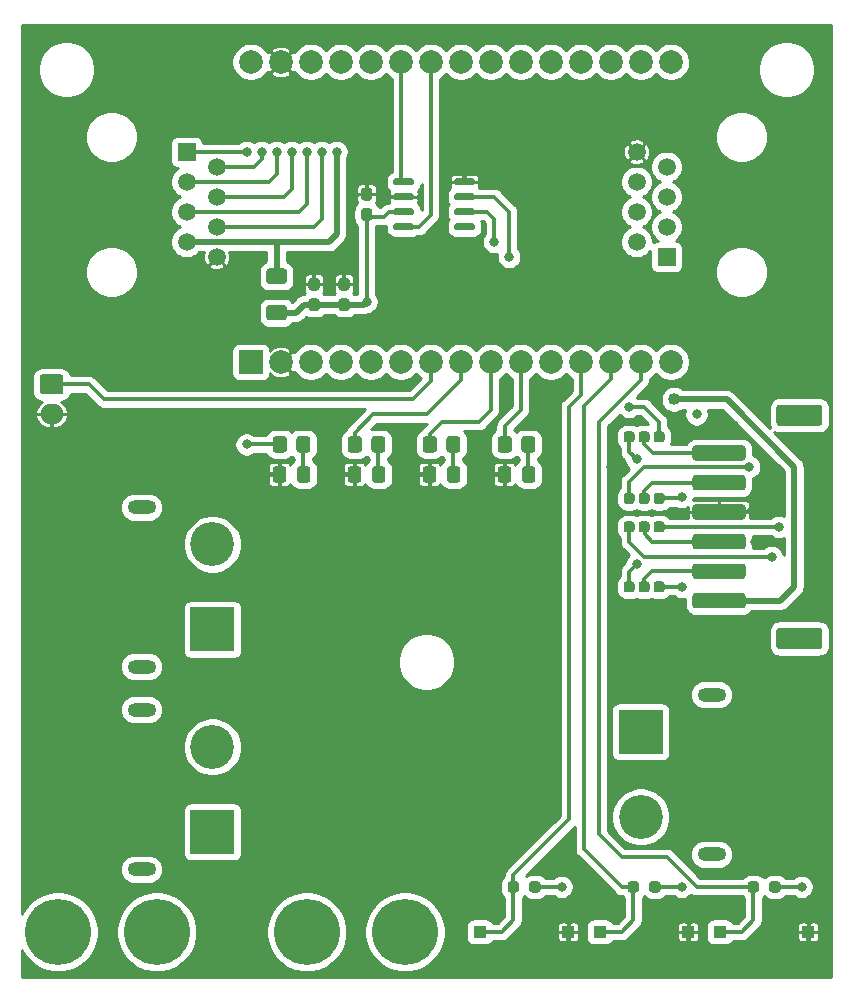
<source format=gtl>
G04 #@! TF.GenerationSoftware,KiCad,Pcbnew,(5.1.9)-1*
G04 #@! TF.CreationDate,2024-04-03T19:00:59-04:00*
G04 #@! TF.ProjectId,Shield Drive Moteur DC,53686965-6c64-4204-9472-697665204d6f,rev?*
G04 #@! TF.SameCoordinates,Original*
G04 #@! TF.FileFunction,Copper,L1,Top*
G04 #@! TF.FilePolarity,Positive*
%FSLAX46Y46*%
G04 Gerber Fmt 4.6, Leading zero omitted, Abs format (unit mm)*
G04 Created by KiCad (PCBNEW (5.1.9)-1) date 2024-04-03 19:00:59*
%MOMM*%
%LPD*%
G01*
G04 APERTURE LIST*
G04 #@! TA.AperFunction,ComponentPad*
%ADD10R,2.000000X2.000000*%
G04 #@! TD*
G04 #@! TA.AperFunction,ComponentPad*
%ADD11C,2.000000*%
G04 #@! TD*
G04 #@! TA.AperFunction,SMDPad,CuDef*
%ADD12R,1.100000X1.000000*%
G04 #@! TD*
G04 #@! TA.AperFunction,ComponentPad*
%ADD13C,3.716000*%
G04 #@! TD*
G04 #@! TA.AperFunction,ComponentPad*
%ADD14R,3.716000X3.716000*%
G04 #@! TD*
G04 #@! TA.AperFunction,ComponentPad*
%ADD15O,2.400000X1.200000*%
G04 #@! TD*
G04 #@! TA.AperFunction,ComponentPad*
%ADD16O,2.000000X1.700000*%
G04 #@! TD*
G04 #@! TA.AperFunction,ComponentPad*
%ADD17C,5.590000*%
G04 #@! TD*
G04 #@! TA.AperFunction,ComponentPad*
%ADD18C,1.500000*%
G04 #@! TD*
G04 #@! TA.AperFunction,ComponentPad*
%ADD19R,1.500000X1.500000*%
G04 #@! TD*
G04 #@! TA.AperFunction,ViaPad*
%ADD20C,0.800000*%
G04 #@! TD*
G04 #@! TA.AperFunction,ViaPad*
%ADD21C,1.016000*%
G04 #@! TD*
G04 #@! TA.AperFunction,Conductor*
%ADD22C,0.508000*%
G04 #@! TD*
G04 #@! TA.AperFunction,Conductor*
%ADD23C,0.304800*%
G04 #@! TD*
G04 #@! TA.AperFunction,Conductor*
%ADD24C,0.254000*%
G04 #@! TD*
G04 #@! TA.AperFunction,Conductor*
%ADD25C,0.100000*%
G04 #@! TD*
G04 APERTURE END LIST*
D10*
X172445000Y-85090000D03*
D11*
X174985000Y-85090000D03*
X177525000Y-85090000D03*
X180065000Y-85090000D03*
X182605000Y-85090000D03*
X185145000Y-85090000D03*
X187685000Y-85090000D03*
X190225000Y-85090000D03*
X192765000Y-85090000D03*
X195305000Y-85090000D03*
X197845000Y-85090000D03*
X200385000Y-85090000D03*
X202925000Y-85090000D03*
X205465000Y-85090000D03*
X208005000Y-85090000D03*
X172445000Y-59690000D03*
X174985000Y-59690000D03*
X177525000Y-59690000D03*
X180065000Y-59690000D03*
X182605000Y-59690000D03*
X185145000Y-59690000D03*
X187685000Y-59690000D03*
X190225000Y-59690000D03*
X192765000Y-59690000D03*
X195305000Y-59690000D03*
X197845000Y-59690000D03*
X200385000Y-59690000D03*
X202925000Y-59690000D03*
X205465000Y-59690000D03*
X208005000Y-59690000D03*
D12*
X219650000Y-133350000D03*
X212150000Y-133350000D03*
X209490000Y-133350000D03*
X201990000Y-133350000D03*
X199330000Y-133350000D03*
X191830000Y-133350000D03*
G04 #@! TA.AperFunction,SMDPad,CuDef*
G36*
G01*
X204000100Y-91674950D02*
X204000100Y-91205050D01*
G75*
G02*
X204235050Y-90970100I234950J0D01*
G01*
X204704950Y-90970100D01*
G75*
G02*
X204939900Y-91205050I0J-234950D01*
G01*
X204939900Y-91674950D01*
G75*
G02*
X204704950Y-91909900I-234950J0D01*
G01*
X204235050Y-91909900D01*
G75*
G02*
X204000100Y-91674950I0J234950D01*
G01*
G37*
G04 #@! TD.AperFunction*
G04 #@! TA.AperFunction,SMDPad,CuDef*
G36*
G01*
X206540100Y-91674950D02*
X206540100Y-91205050D01*
G75*
G02*
X206775050Y-90970100I234950J0D01*
G01*
X207244950Y-90970100D01*
G75*
G02*
X207479900Y-91205050I0J-234950D01*
G01*
X207479900Y-91674950D01*
G75*
G02*
X207244950Y-91909900I-234950J0D01*
G01*
X206775050Y-91909900D01*
G75*
G02*
X206540100Y-91674950I0J234950D01*
G01*
G37*
G04 #@! TD.AperFunction*
G04 #@! TA.AperFunction,SMDPad,CuDef*
G36*
G01*
X205270100Y-91674950D02*
X205270100Y-91205050D01*
G75*
G02*
X205505050Y-90970100I234950J0D01*
G01*
X205974950Y-90970100D01*
G75*
G02*
X206209900Y-91205050I0J-234950D01*
G01*
X206209900Y-91674950D01*
G75*
G02*
X205974950Y-91909900I-234950J0D01*
G01*
X205505050Y-91909900D01*
G75*
G02*
X205270100Y-91674950I0J234950D01*
G01*
G37*
G04 #@! TD.AperFunction*
G04 #@! TA.AperFunction,SMDPad,CuDef*
G36*
G01*
X204000100Y-96881950D02*
X204000100Y-96412050D01*
G75*
G02*
X204235050Y-96177100I234950J0D01*
G01*
X204704950Y-96177100D01*
G75*
G02*
X204939900Y-96412050I0J-234950D01*
G01*
X204939900Y-96881950D01*
G75*
G02*
X204704950Y-97116900I-234950J0D01*
G01*
X204235050Y-97116900D01*
G75*
G02*
X204000100Y-96881950I0J234950D01*
G01*
G37*
G04 #@! TD.AperFunction*
G04 #@! TA.AperFunction,SMDPad,CuDef*
G36*
G01*
X206540100Y-96881950D02*
X206540100Y-96412050D01*
G75*
G02*
X206775050Y-96177100I234950J0D01*
G01*
X207244950Y-96177100D01*
G75*
G02*
X207479900Y-96412050I0J-234950D01*
G01*
X207479900Y-96881950D01*
G75*
G02*
X207244950Y-97116900I-234950J0D01*
G01*
X206775050Y-97116900D01*
G75*
G02*
X206540100Y-96881950I0J234950D01*
G01*
G37*
G04 #@! TD.AperFunction*
G04 #@! TA.AperFunction,SMDPad,CuDef*
G36*
G01*
X205270100Y-96881950D02*
X205270100Y-96412050D01*
G75*
G02*
X205505050Y-96177100I234950J0D01*
G01*
X205974950Y-96177100D01*
G75*
G02*
X206209900Y-96412050I0J-234950D01*
G01*
X206209900Y-96881950D01*
G75*
G02*
X205974950Y-97116900I-234950J0D01*
G01*
X205505050Y-97116900D01*
G75*
G02*
X205270100Y-96881950I0J234950D01*
G01*
G37*
G04 #@! TD.AperFunction*
G04 #@! TA.AperFunction,SMDPad,CuDef*
G36*
G01*
X204000100Y-99294950D02*
X204000100Y-98825050D01*
G75*
G02*
X204235050Y-98590100I234950J0D01*
G01*
X204704950Y-98590100D01*
G75*
G02*
X204939900Y-98825050I0J-234950D01*
G01*
X204939900Y-99294950D01*
G75*
G02*
X204704950Y-99529900I-234950J0D01*
G01*
X204235050Y-99529900D01*
G75*
G02*
X204000100Y-99294950I0J234950D01*
G01*
G37*
G04 #@! TD.AperFunction*
G04 #@! TA.AperFunction,SMDPad,CuDef*
G36*
G01*
X206540100Y-99294950D02*
X206540100Y-98825050D01*
G75*
G02*
X206775050Y-98590100I234950J0D01*
G01*
X207244950Y-98590100D01*
G75*
G02*
X207479900Y-98825050I0J-234950D01*
G01*
X207479900Y-99294950D01*
G75*
G02*
X207244950Y-99529900I-234950J0D01*
G01*
X206775050Y-99529900D01*
G75*
G02*
X206540100Y-99294950I0J234950D01*
G01*
G37*
G04 #@! TD.AperFunction*
G04 #@! TA.AperFunction,SMDPad,CuDef*
G36*
G01*
X205270100Y-99294950D02*
X205270100Y-98825050D01*
G75*
G02*
X205505050Y-98590100I234950J0D01*
G01*
X205974950Y-98590100D01*
G75*
G02*
X206209900Y-98825050I0J-234950D01*
G01*
X206209900Y-99294950D01*
G75*
G02*
X205974950Y-99529900I-234950J0D01*
G01*
X205505050Y-99529900D01*
G75*
G02*
X205270100Y-99294950I0J234950D01*
G01*
G37*
G04 #@! TD.AperFunction*
G04 #@! TA.AperFunction,SMDPad,CuDef*
G36*
G01*
X204000100Y-104374950D02*
X204000100Y-103905050D01*
G75*
G02*
X204235050Y-103670100I234950J0D01*
G01*
X204704950Y-103670100D01*
G75*
G02*
X204939900Y-103905050I0J-234950D01*
G01*
X204939900Y-104374950D01*
G75*
G02*
X204704950Y-104609900I-234950J0D01*
G01*
X204235050Y-104609900D01*
G75*
G02*
X204000100Y-104374950I0J234950D01*
G01*
G37*
G04 #@! TD.AperFunction*
G04 #@! TA.AperFunction,SMDPad,CuDef*
G36*
G01*
X206540100Y-104374950D02*
X206540100Y-103905050D01*
G75*
G02*
X206775050Y-103670100I234950J0D01*
G01*
X207244950Y-103670100D01*
G75*
G02*
X207479900Y-103905050I0J-234950D01*
G01*
X207479900Y-104374950D01*
G75*
G02*
X207244950Y-104609900I-234950J0D01*
G01*
X206775050Y-104609900D01*
G75*
G02*
X206540100Y-104374950I0J234950D01*
G01*
G37*
G04 #@! TD.AperFunction*
G04 #@! TA.AperFunction,SMDPad,CuDef*
G36*
G01*
X205270100Y-104374950D02*
X205270100Y-103905050D01*
G75*
G02*
X205505050Y-103670100I234950J0D01*
G01*
X205974950Y-103670100D01*
G75*
G02*
X206209900Y-103905050I0J-234950D01*
G01*
X206209900Y-104374950D01*
G75*
G02*
X205974950Y-104609900I-234950J0D01*
G01*
X205505050Y-104609900D01*
G75*
G02*
X205270100Y-104374950I0J234950D01*
G01*
G37*
G04 #@! TD.AperFunction*
D13*
X205455000Y-123615000D03*
D14*
X205455000Y-116415000D03*
D15*
X211455000Y-126765000D03*
X211455000Y-113265000D03*
D13*
X169195000Y-117685000D03*
D14*
X169195000Y-124885000D03*
D15*
X163195000Y-114535000D03*
X163195000Y-128035000D03*
D13*
X169195000Y-100540000D03*
D14*
X169195000Y-107740000D03*
D15*
X163195000Y-97390000D03*
X163195000Y-110890000D03*
D16*
X155575000Y-89495000D03*
G04 #@! TA.AperFunction,ComponentPad*
G36*
G01*
X154825000Y-86145000D02*
X156325000Y-86145000D01*
G75*
G02*
X156575000Y-86395000I0J-250000D01*
G01*
X156575000Y-87595000D01*
G75*
G02*
X156325000Y-87845000I-250000J0D01*
G01*
X154825000Y-87845000D01*
G75*
G02*
X154575000Y-87595000I0J250000D01*
G01*
X154575000Y-86395000D01*
G75*
G02*
X154825000Y-86145000I250000J0D01*
G01*
G37*
G04 #@! TD.AperFunction*
G04 #@! TA.AperFunction,SMDPad,CuDef*
G36*
G01*
X214090400Y-93460000D02*
X210089600Y-93460000D01*
G75*
G02*
X209840000Y-93210400I0J249600D01*
G01*
X209840000Y-92409600D01*
G75*
G02*
X210089600Y-92160000I249600J0D01*
G01*
X214090400Y-92160000D01*
G75*
G02*
X214340000Y-92409600I0J-249600D01*
G01*
X214340000Y-93210400D01*
G75*
G02*
X214090400Y-93460000I-249600J0D01*
G01*
G37*
G04 #@! TD.AperFunction*
G04 #@! TA.AperFunction,SMDPad,CuDef*
G36*
G01*
X220589800Y-90510000D02*
X217190200Y-90510000D01*
G75*
G02*
X216940000Y-90259800I0J250200D01*
G01*
X216940000Y-88960200D01*
G75*
G02*
X217190200Y-88710000I250200J0D01*
G01*
X220589800Y-88710000D01*
G75*
G02*
X220840000Y-88960200I0J-250200D01*
G01*
X220840000Y-90259800D01*
G75*
G02*
X220589800Y-90510000I-250200J0D01*
G01*
G37*
G04 #@! TD.AperFunction*
G04 #@! TA.AperFunction,SMDPad,CuDef*
G36*
G01*
X220589800Y-109410000D02*
X217190200Y-109410000D01*
G75*
G02*
X216940000Y-109159800I0J250200D01*
G01*
X216940000Y-107860200D01*
G75*
G02*
X217190200Y-107610000I250200J0D01*
G01*
X220589800Y-107610000D01*
G75*
G02*
X220840000Y-107860200I0J-250200D01*
G01*
X220840000Y-109159800D01*
G75*
G02*
X220589800Y-109410000I-250200J0D01*
G01*
G37*
G04 #@! TD.AperFunction*
G04 #@! TA.AperFunction,SMDPad,CuDef*
G36*
G01*
X214090400Y-95960000D02*
X210089600Y-95960000D01*
G75*
G02*
X209840000Y-95710400I0J249600D01*
G01*
X209840000Y-94909600D01*
G75*
G02*
X210089600Y-94660000I249600J0D01*
G01*
X214090400Y-94660000D01*
G75*
G02*
X214340000Y-94909600I0J-249600D01*
G01*
X214340000Y-95710400D01*
G75*
G02*
X214090400Y-95960000I-249600J0D01*
G01*
G37*
G04 #@! TD.AperFunction*
G04 #@! TA.AperFunction,SMDPad,CuDef*
G36*
G01*
X214090400Y-98460000D02*
X210089600Y-98460000D01*
G75*
G02*
X209840000Y-98210400I0J249600D01*
G01*
X209840000Y-97409600D01*
G75*
G02*
X210089600Y-97160000I249600J0D01*
G01*
X214090400Y-97160000D01*
G75*
G02*
X214340000Y-97409600I0J-249600D01*
G01*
X214340000Y-98210400D01*
G75*
G02*
X214090400Y-98460000I-249600J0D01*
G01*
G37*
G04 #@! TD.AperFunction*
G04 #@! TA.AperFunction,SMDPad,CuDef*
G36*
G01*
X214090400Y-100960000D02*
X210089600Y-100960000D01*
G75*
G02*
X209840000Y-100710400I0J249600D01*
G01*
X209840000Y-99909600D01*
G75*
G02*
X210089600Y-99660000I249600J0D01*
G01*
X214090400Y-99660000D01*
G75*
G02*
X214340000Y-99909600I0J-249600D01*
G01*
X214340000Y-100710400D01*
G75*
G02*
X214090400Y-100960000I-249600J0D01*
G01*
G37*
G04 #@! TD.AperFunction*
G04 #@! TA.AperFunction,SMDPad,CuDef*
G36*
G01*
X214090400Y-103460000D02*
X210089600Y-103460000D01*
G75*
G02*
X209840000Y-103210400I0J249600D01*
G01*
X209840000Y-102409600D01*
G75*
G02*
X210089600Y-102160000I249600J0D01*
G01*
X214090400Y-102160000D01*
G75*
G02*
X214340000Y-102409600I0J-249600D01*
G01*
X214340000Y-103210400D01*
G75*
G02*
X214090400Y-103460000I-249600J0D01*
G01*
G37*
G04 #@! TD.AperFunction*
G04 #@! TA.AperFunction,SMDPad,CuDef*
G36*
G01*
X214090400Y-105960000D02*
X210089600Y-105960000D01*
G75*
G02*
X209840000Y-105710400I0J249600D01*
G01*
X209840000Y-104909600D01*
G75*
G02*
X210089600Y-104660000I249600J0D01*
G01*
X214090400Y-104660000D01*
G75*
G02*
X214340000Y-104909600I0J-249600D01*
G01*
X214340000Y-105710400D01*
G75*
G02*
X214090400Y-105960000I-249600J0D01*
G01*
G37*
G04 #@! TD.AperFunction*
G04 #@! TA.AperFunction,SMDPad,CuDef*
G36*
G01*
X215475000Y-129302500D02*
X215475000Y-129777500D01*
G75*
G02*
X215237500Y-130015000I-237500J0D01*
G01*
X214737500Y-130015000D01*
G75*
G02*
X214500000Y-129777500I0J237500D01*
G01*
X214500000Y-129302500D01*
G75*
G02*
X214737500Y-129065000I237500J0D01*
G01*
X215237500Y-129065000D01*
G75*
G02*
X215475000Y-129302500I0J-237500D01*
G01*
G37*
G04 #@! TD.AperFunction*
G04 #@! TA.AperFunction,SMDPad,CuDef*
G36*
G01*
X217300000Y-129302500D02*
X217300000Y-129777500D01*
G75*
G02*
X217062500Y-130015000I-237500J0D01*
G01*
X216562500Y-130015000D01*
G75*
G02*
X216325000Y-129777500I0J237500D01*
G01*
X216325000Y-129302500D01*
G75*
G02*
X216562500Y-129065000I237500J0D01*
G01*
X217062500Y-129065000D01*
G75*
G02*
X217300000Y-129302500I0J-237500D01*
G01*
G37*
G04 #@! TD.AperFunction*
G04 #@! TA.AperFunction,SMDPad,CuDef*
G36*
G01*
X183845000Y-94164999D02*
X183845000Y-95065001D01*
G75*
G02*
X183595001Y-95315000I-249999J0D01*
G01*
X182944999Y-95315000D01*
G75*
G02*
X182695000Y-95065001I0J249999D01*
G01*
X182695000Y-94164999D01*
G75*
G02*
X182944999Y-93915000I249999J0D01*
G01*
X183595001Y-93915000D01*
G75*
G02*
X183845000Y-94164999I0J-249999D01*
G01*
G37*
G04 #@! TD.AperFunction*
G04 #@! TA.AperFunction,SMDPad,CuDef*
G36*
G01*
X181795000Y-94164999D02*
X181795000Y-95065001D01*
G75*
G02*
X181545001Y-95315000I-249999J0D01*
G01*
X180894999Y-95315000D01*
G75*
G02*
X180645000Y-95065001I0J249999D01*
G01*
X180645000Y-94164999D01*
G75*
G02*
X180894999Y-93915000I249999J0D01*
G01*
X181545001Y-93915000D01*
G75*
G02*
X181795000Y-94164999I0J-249999D01*
G01*
G37*
G04 #@! TD.AperFunction*
G04 #@! TA.AperFunction,SMDPad,CuDef*
G36*
G01*
X190195000Y-94164999D02*
X190195000Y-95065001D01*
G75*
G02*
X189945001Y-95315000I-249999J0D01*
G01*
X189294999Y-95315000D01*
G75*
G02*
X189045000Y-95065001I0J249999D01*
G01*
X189045000Y-94164999D01*
G75*
G02*
X189294999Y-93915000I249999J0D01*
G01*
X189945001Y-93915000D01*
G75*
G02*
X190195000Y-94164999I0J-249999D01*
G01*
G37*
G04 #@! TD.AperFunction*
G04 #@! TA.AperFunction,SMDPad,CuDef*
G36*
G01*
X188145000Y-94164999D02*
X188145000Y-95065001D01*
G75*
G02*
X187895001Y-95315000I-249999J0D01*
G01*
X187244999Y-95315000D01*
G75*
G02*
X186995000Y-95065001I0J249999D01*
G01*
X186995000Y-94164999D01*
G75*
G02*
X187244999Y-93915000I249999J0D01*
G01*
X187895001Y-93915000D01*
G75*
G02*
X188145000Y-94164999I0J-249999D01*
G01*
G37*
G04 #@! TD.AperFunction*
G04 #@! TA.AperFunction,SMDPad,CuDef*
G36*
G01*
X196545000Y-94164999D02*
X196545000Y-95065001D01*
G75*
G02*
X196295001Y-95315000I-249999J0D01*
G01*
X195644999Y-95315000D01*
G75*
G02*
X195395000Y-95065001I0J249999D01*
G01*
X195395000Y-94164999D01*
G75*
G02*
X195644999Y-93915000I249999J0D01*
G01*
X196295001Y-93915000D01*
G75*
G02*
X196545000Y-94164999I0J-249999D01*
G01*
G37*
G04 #@! TD.AperFunction*
G04 #@! TA.AperFunction,SMDPad,CuDef*
G36*
G01*
X194495000Y-94164999D02*
X194495000Y-95065001D01*
G75*
G02*
X194245001Y-95315000I-249999J0D01*
G01*
X193594999Y-95315000D01*
G75*
G02*
X193345000Y-95065001I0J249999D01*
G01*
X193345000Y-94164999D01*
G75*
G02*
X193594999Y-93915000I249999J0D01*
G01*
X194245001Y-93915000D01*
G75*
G02*
X194495000Y-94164999I0J-249999D01*
G01*
G37*
G04 #@! TD.AperFunction*
G04 #@! TA.AperFunction,SMDPad,CuDef*
G36*
G01*
X175445000Y-94164999D02*
X175445000Y-95065001D01*
G75*
G02*
X175195001Y-95315000I-249999J0D01*
G01*
X174544999Y-95315000D01*
G75*
G02*
X174295000Y-95065001I0J249999D01*
G01*
X174295000Y-94164999D01*
G75*
G02*
X174544999Y-93915000I249999J0D01*
G01*
X175195001Y-93915000D01*
G75*
G02*
X175445000Y-94164999I0J-249999D01*
G01*
G37*
G04 #@! TD.AperFunction*
G04 #@! TA.AperFunction,SMDPad,CuDef*
G36*
G01*
X177495000Y-94164999D02*
X177495000Y-95065001D01*
G75*
G02*
X177245001Y-95315000I-249999J0D01*
G01*
X176594999Y-95315000D01*
G75*
G02*
X176345000Y-95065001I0J249999D01*
G01*
X176345000Y-94164999D01*
G75*
G02*
X176594999Y-93915000I249999J0D01*
G01*
X177245001Y-93915000D01*
G75*
G02*
X177495000Y-94164999I0J-249999D01*
G01*
G37*
G04 #@! TD.AperFunction*
G04 #@! TA.AperFunction,SMDPad,CuDef*
G36*
G01*
X189660000Y-70000000D02*
X189660000Y-69700000D01*
G75*
G02*
X189810000Y-69550000I150000J0D01*
G01*
X191260000Y-69550000D01*
G75*
G02*
X191410000Y-69700000I0J-150000D01*
G01*
X191410000Y-70000000D01*
G75*
G02*
X191260000Y-70150000I-150000J0D01*
G01*
X189810000Y-70150000D01*
G75*
G02*
X189660000Y-70000000I0J150000D01*
G01*
G37*
G04 #@! TD.AperFunction*
G04 #@! TA.AperFunction,SMDPad,CuDef*
G36*
G01*
X189660000Y-71270000D02*
X189660000Y-70970000D01*
G75*
G02*
X189810000Y-70820000I150000J0D01*
G01*
X191260000Y-70820000D01*
G75*
G02*
X191410000Y-70970000I0J-150000D01*
G01*
X191410000Y-71270000D01*
G75*
G02*
X191260000Y-71420000I-150000J0D01*
G01*
X189810000Y-71420000D01*
G75*
G02*
X189660000Y-71270000I0J150000D01*
G01*
G37*
G04 #@! TD.AperFunction*
G04 #@! TA.AperFunction,SMDPad,CuDef*
G36*
G01*
X189660000Y-72540000D02*
X189660000Y-72240000D01*
G75*
G02*
X189810000Y-72090000I150000J0D01*
G01*
X191260000Y-72090000D01*
G75*
G02*
X191410000Y-72240000I0J-150000D01*
G01*
X191410000Y-72540000D01*
G75*
G02*
X191260000Y-72690000I-150000J0D01*
G01*
X189810000Y-72690000D01*
G75*
G02*
X189660000Y-72540000I0J150000D01*
G01*
G37*
G04 #@! TD.AperFunction*
G04 #@! TA.AperFunction,SMDPad,CuDef*
G36*
G01*
X189660000Y-73810000D02*
X189660000Y-73510000D01*
G75*
G02*
X189810000Y-73360000I150000J0D01*
G01*
X191260000Y-73360000D01*
G75*
G02*
X191410000Y-73510000I0J-150000D01*
G01*
X191410000Y-73810000D01*
G75*
G02*
X191260000Y-73960000I-150000J0D01*
G01*
X189810000Y-73960000D01*
G75*
G02*
X189660000Y-73810000I0J150000D01*
G01*
G37*
G04 #@! TD.AperFunction*
G04 #@! TA.AperFunction,SMDPad,CuDef*
G36*
G01*
X184510000Y-73810000D02*
X184510000Y-73510000D01*
G75*
G02*
X184660000Y-73360000I150000J0D01*
G01*
X186110000Y-73360000D01*
G75*
G02*
X186260000Y-73510000I0J-150000D01*
G01*
X186260000Y-73810000D01*
G75*
G02*
X186110000Y-73960000I-150000J0D01*
G01*
X184660000Y-73960000D01*
G75*
G02*
X184510000Y-73810000I0J150000D01*
G01*
G37*
G04 #@! TD.AperFunction*
G04 #@! TA.AperFunction,SMDPad,CuDef*
G36*
G01*
X184510000Y-72540000D02*
X184510000Y-72240000D01*
G75*
G02*
X184660000Y-72090000I150000J0D01*
G01*
X186110000Y-72090000D01*
G75*
G02*
X186260000Y-72240000I0J-150000D01*
G01*
X186260000Y-72540000D01*
G75*
G02*
X186110000Y-72690000I-150000J0D01*
G01*
X184660000Y-72690000D01*
G75*
G02*
X184510000Y-72540000I0J150000D01*
G01*
G37*
G04 #@! TD.AperFunction*
G04 #@! TA.AperFunction,SMDPad,CuDef*
G36*
G01*
X184510000Y-71270000D02*
X184510000Y-70970000D01*
G75*
G02*
X184660000Y-70820000I150000J0D01*
G01*
X186110000Y-70820000D01*
G75*
G02*
X186260000Y-70970000I0J-150000D01*
G01*
X186260000Y-71270000D01*
G75*
G02*
X186110000Y-71420000I-150000J0D01*
G01*
X184660000Y-71420000D01*
G75*
G02*
X184510000Y-71270000I0J150000D01*
G01*
G37*
G04 #@! TD.AperFunction*
G04 #@! TA.AperFunction,SMDPad,CuDef*
G36*
G01*
X184510000Y-70000000D02*
X184510000Y-69700000D01*
G75*
G02*
X184660000Y-69550000I150000J0D01*
G01*
X186110000Y-69550000D01*
G75*
G02*
X186260000Y-69700000I0J-150000D01*
G01*
X186260000Y-70000000D01*
G75*
G02*
X186110000Y-70150000I-150000J0D01*
G01*
X184660000Y-70150000D01*
G75*
G02*
X184510000Y-70000000I0J150000D01*
G01*
G37*
G04 #@! TD.AperFunction*
D17*
X185500000Y-133350000D03*
X177170000Y-133350000D03*
X164470000Y-133350000D03*
X156140000Y-133350000D03*
D18*
X205105000Y-67310000D03*
X207645000Y-68580000D03*
X205105000Y-69850000D03*
X207645000Y-71120000D03*
X205105000Y-72390000D03*
X207645000Y-73660000D03*
X205105000Y-74930000D03*
D19*
X207645000Y-76200000D03*
G04 #@! TA.AperFunction,SMDPad,CuDef*
G36*
G01*
X173999999Y-80275000D02*
X175250001Y-80275000D01*
G75*
G02*
X175500000Y-80524999I0J-249999D01*
G01*
X175500000Y-81325001D01*
G75*
G02*
X175250001Y-81575000I-249999J0D01*
G01*
X173999999Y-81575000D01*
G75*
G02*
X173750000Y-81325001I0J249999D01*
G01*
X173750000Y-80524999D01*
G75*
G02*
X173999999Y-80275000I249999J0D01*
G01*
G37*
G04 #@! TD.AperFunction*
G04 #@! TA.AperFunction,SMDPad,CuDef*
G36*
G01*
X173999999Y-77175000D02*
X175250001Y-77175000D01*
G75*
G02*
X175500000Y-77424999I0J-249999D01*
G01*
X175500000Y-78225001D01*
G75*
G02*
X175250001Y-78475000I-249999J0D01*
G01*
X173999999Y-78475000D01*
G75*
G02*
X173750000Y-78225001I0J249999D01*
G01*
X173750000Y-77424999D01*
G75*
G02*
X173999999Y-77175000I249999J0D01*
G01*
G37*
G04 #@! TD.AperFunction*
G04 #@! TA.AperFunction,SMDPad,CuDef*
G36*
G01*
X205315000Y-129302500D02*
X205315000Y-129777500D01*
G75*
G02*
X205077500Y-130015000I-237500J0D01*
G01*
X204577500Y-130015000D01*
G75*
G02*
X204340000Y-129777500I0J237500D01*
G01*
X204340000Y-129302500D01*
G75*
G02*
X204577500Y-129065000I237500J0D01*
G01*
X205077500Y-129065000D01*
G75*
G02*
X205315000Y-129302500I0J-237500D01*
G01*
G37*
G04 #@! TD.AperFunction*
G04 #@! TA.AperFunction,SMDPad,CuDef*
G36*
G01*
X207140000Y-129302500D02*
X207140000Y-129777500D01*
G75*
G02*
X206902500Y-130015000I-237500J0D01*
G01*
X206402500Y-130015000D01*
G75*
G02*
X206165000Y-129777500I0J237500D01*
G01*
X206165000Y-129302500D01*
G75*
G02*
X206402500Y-129065000I237500J0D01*
G01*
X206902500Y-129065000D01*
G75*
G02*
X207140000Y-129302500I0J-237500D01*
G01*
G37*
G04 #@! TD.AperFunction*
G04 #@! TA.AperFunction,SMDPad,CuDef*
G36*
G01*
X182645000Y-92525001D02*
X182645000Y-91624999D01*
G75*
G02*
X182894999Y-91375000I249999J0D01*
G01*
X183595001Y-91375000D01*
G75*
G02*
X183845000Y-91624999I0J-249999D01*
G01*
X183845000Y-92525001D01*
G75*
G02*
X183595001Y-92775000I-249999J0D01*
G01*
X182894999Y-92775000D01*
G75*
G02*
X182645000Y-92525001I0J249999D01*
G01*
G37*
G04 #@! TD.AperFunction*
G04 #@! TA.AperFunction,SMDPad,CuDef*
G36*
G01*
X180645000Y-92525001D02*
X180645000Y-91624999D01*
G75*
G02*
X180894999Y-91375000I249999J0D01*
G01*
X181595001Y-91375000D01*
G75*
G02*
X181845000Y-91624999I0J-249999D01*
G01*
X181845000Y-92525001D01*
G75*
G02*
X181595001Y-92775000I-249999J0D01*
G01*
X180894999Y-92775000D01*
G75*
G02*
X180645000Y-92525001I0J249999D01*
G01*
G37*
G04 #@! TD.AperFunction*
G04 #@! TA.AperFunction,SMDPad,CuDef*
G36*
G01*
X195155000Y-129302500D02*
X195155000Y-129777500D01*
G75*
G02*
X194917500Y-130015000I-237500J0D01*
G01*
X194417500Y-130015000D01*
G75*
G02*
X194180000Y-129777500I0J237500D01*
G01*
X194180000Y-129302500D01*
G75*
G02*
X194417500Y-129065000I237500J0D01*
G01*
X194917500Y-129065000D01*
G75*
G02*
X195155000Y-129302500I0J-237500D01*
G01*
G37*
G04 #@! TD.AperFunction*
G04 #@! TA.AperFunction,SMDPad,CuDef*
G36*
G01*
X196980000Y-129302500D02*
X196980000Y-129777500D01*
G75*
G02*
X196742500Y-130015000I-237500J0D01*
G01*
X196242500Y-130015000D01*
G75*
G02*
X196005000Y-129777500I0J237500D01*
G01*
X196005000Y-129302500D01*
G75*
G02*
X196242500Y-129065000I237500J0D01*
G01*
X196742500Y-129065000D01*
G75*
G02*
X196980000Y-129302500I0J-237500D01*
G01*
G37*
G04 #@! TD.AperFunction*
G04 #@! TA.AperFunction,SMDPad,CuDef*
G36*
G01*
X188995000Y-92525001D02*
X188995000Y-91624999D01*
G75*
G02*
X189244999Y-91375000I249999J0D01*
G01*
X189945001Y-91375000D01*
G75*
G02*
X190195000Y-91624999I0J-249999D01*
G01*
X190195000Y-92525001D01*
G75*
G02*
X189945001Y-92775000I-249999J0D01*
G01*
X189244999Y-92775000D01*
G75*
G02*
X188995000Y-92525001I0J249999D01*
G01*
G37*
G04 #@! TD.AperFunction*
G04 #@! TA.AperFunction,SMDPad,CuDef*
G36*
G01*
X186995000Y-92525001D02*
X186995000Y-91624999D01*
G75*
G02*
X187244999Y-91375000I249999J0D01*
G01*
X187945001Y-91375000D01*
G75*
G02*
X188195000Y-91624999I0J-249999D01*
G01*
X188195000Y-92525001D01*
G75*
G02*
X187945001Y-92775000I-249999J0D01*
G01*
X187244999Y-92775000D01*
G75*
G02*
X186995000Y-92525001I0J249999D01*
G01*
G37*
G04 #@! TD.AperFunction*
G04 #@! TA.AperFunction,SMDPad,CuDef*
G36*
G01*
X195345000Y-92525001D02*
X195345000Y-91624999D01*
G75*
G02*
X195594999Y-91375000I249999J0D01*
G01*
X196295001Y-91375000D01*
G75*
G02*
X196545000Y-91624999I0J-249999D01*
G01*
X196545000Y-92525001D01*
G75*
G02*
X196295001Y-92775000I-249999J0D01*
G01*
X195594999Y-92775000D01*
G75*
G02*
X195345000Y-92525001I0J249999D01*
G01*
G37*
G04 #@! TD.AperFunction*
G04 #@! TA.AperFunction,SMDPad,CuDef*
G36*
G01*
X193345000Y-92525001D02*
X193345000Y-91624999D01*
G75*
G02*
X193594999Y-91375000I249999J0D01*
G01*
X194295001Y-91375000D01*
G75*
G02*
X194545000Y-91624999I0J-249999D01*
G01*
X194545000Y-92525001D01*
G75*
G02*
X194295001Y-92775000I-249999J0D01*
G01*
X193594999Y-92775000D01*
G75*
G02*
X193345000Y-92525001I0J249999D01*
G01*
G37*
G04 #@! TD.AperFunction*
G04 #@! TA.AperFunction,SMDPad,CuDef*
G36*
G01*
X176295000Y-92525001D02*
X176295000Y-91624999D01*
G75*
G02*
X176544999Y-91375000I249999J0D01*
G01*
X177245001Y-91375000D01*
G75*
G02*
X177495000Y-91624999I0J-249999D01*
G01*
X177495000Y-92525001D01*
G75*
G02*
X177245001Y-92775000I-249999J0D01*
G01*
X176544999Y-92775000D01*
G75*
G02*
X176295000Y-92525001I0J249999D01*
G01*
G37*
G04 #@! TD.AperFunction*
G04 #@! TA.AperFunction,SMDPad,CuDef*
G36*
G01*
X174295000Y-92525001D02*
X174295000Y-91624999D01*
G75*
G02*
X174544999Y-91375000I249999J0D01*
G01*
X175245001Y-91375000D01*
G75*
G02*
X175495000Y-91624999I0J-249999D01*
G01*
X175495000Y-92525001D01*
G75*
G02*
X175245001Y-92775000I-249999J0D01*
G01*
X174544999Y-92775000D01*
G75*
G02*
X174295000Y-92525001I0J249999D01*
G01*
G37*
G04 #@! TD.AperFunction*
D18*
X169545000Y-76200000D03*
X167005000Y-74930000D03*
X169545000Y-73660000D03*
X167005000Y-72390000D03*
X169545000Y-71120000D03*
X167005000Y-69850000D03*
X169545000Y-68580000D03*
D19*
X167005000Y-67310000D03*
G04 #@! TA.AperFunction,SMDPad,CuDef*
G36*
G01*
X182007500Y-72080000D02*
X182482500Y-72080000D01*
G75*
G02*
X182720000Y-72317500I0J-237500D01*
G01*
X182720000Y-72917500D01*
G75*
G02*
X182482500Y-73155000I-237500J0D01*
G01*
X182007500Y-73155000D01*
G75*
G02*
X181770000Y-72917500I0J237500D01*
G01*
X181770000Y-72317500D01*
G75*
G02*
X182007500Y-72080000I237500J0D01*
G01*
G37*
G04 #@! TD.AperFunction*
G04 #@! TA.AperFunction,SMDPad,CuDef*
G36*
G01*
X182007500Y-70355000D02*
X182482500Y-70355000D01*
G75*
G02*
X182720000Y-70592500I0J-237500D01*
G01*
X182720000Y-71192500D01*
G75*
G02*
X182482500Y-71430000I-237500J0D01*
G01*
X182007500Y-71430000D01*
G75*
G02*
X181770000Y-71192500I0J237500D01*
G01*
X181770000Y-70592500D01*
G75*
G02*
X182007500Y-70355000I237500J0D01*
G01*
G37*
G04 #@! TD.AperFunction*
G04 #@! TA.AperFunction,SMDPad,CuDef*
G36*
G01*
X180577500Y-79050000D02*
X180102500Y-79050000D01*
G75*
G02*
X179865000Y-78812500I0J237500D01*
G01*
X179865000Y-78212500D01*
G75*
G02*
X180102500Y-77975000I237500J0D01*
G01*
X180577500Y-77975000D01*
G75*
G02*
X180815000Y-78212500I0J-237500D01*
G01*
X180815000Y-78812500D01*
G75*
G02*
X180577500Y-79050000I-237500J0D01*
G01*
G37*
G04 #@! TD.AperFunction*
G04 #@! TA.AperFunction,SMDPad,CuDef*
G36*
G01*
X180577500Y-80775000D02*
X180102500Y-80775000D01*
G75*
G02*
X179865000Y-80537500I0J237500D01*
G01*
X179865000Y-79937500D01*
G75*
G02*
X180102500Y-79700000I237500J0D01*
G01*
X180577500Y-79700000D01*
G75*
G02*
X180815000Y-79937500I0J-237500D01*
G01*
X180815000Y-80537500D01*
G75*
G02*
X180577500Y-80775000I-237500J0D01*
G01*
G37*
G04 #@! TD.AperFunction*
G04 #@! TA.AperFunction,SMDPad,CuDef*
G36*
G01*
X178037500Y-79050000D02*
X177562500Y-79050000D01*
G75*
G02*
X177325000Y-78812500I0J237500D01*
G01*
X177325000Y-78212500D01*
G75*
G02*
X177562500Y-77975000I237500J0D01*
G01*
X178037500Y-77975000D01*
G75*
G02*
X178275000Y-78212500I0J-237500D01*
G01*
X178275000Y-78812500D01*
G75*
G02*
X178037500Y-79050000I-237500J0D01*
G01*
G37*
G04 #@! TD.AperFunction*
G04 #@! TA.AperFunction,SMDPad,CuDef*
G36*
G01*
X178037500Y-80775000D02*
X177562500Y-80775000D01*
G75*
G02*
X177325000Y-80537500I0J237500D01*
G01*
X177325000Y-79937500D01*
G75*
G02*
X177562500Y-79700000I237500J0D01*
G01*
X178037500Y-79700000D01*
G75*
G02*
X178275000Y-79937500I0J-237500D01*
G01*
X178275000Y-80537500D01*
G75*
G02*
X178037500Y-80775000I-237500J0D01*
G01*
G37*
G04 #@! TD.AperFunction*
D20*
X182245000Y-80010000D03*
D21*
X208280000Y-88265000D03*
D20*
X172085000Y-92075000D03*
X172085000Y-67310000D03*
X194310000Y-76200000D03*
X173355000Y-67310000D03*
X193040000Y-74930000D03*
X210185000Y-89535000D03*
X214630000Y-93980000D03*
X216535000Y-101600000D03*
X205105000Y-102235000D03*
X208915000Y-104140000D03*
X208915000Y-96520000D03*
X217170000Y-99060000D03*
X204470000Y-88900000D03*
X205105000Y-93345000D03*
X215900000Y-57150000D03*
X203200000Y-57150000D03*
X190500000Y-57150000D03*
X158750000Y-57150000D03*
X171450000Y-57150000D03*
X184150000Y-57150000D03*
X153670000Y-62230000D03*
X153670000Y-74930000D03*
X161290000Y-71755000D03*
X220980000Y-62230000D03*
X220980000Y-74930000D03*
X220980000Y-81280000D03*
X210820000Y-71755000D03*
X183515000Y-67310000D03*
X190500000Y-67310000D03*
X182245000Y-67310000D03*
X180340000Y-76952400D03*
X177800000Y-76952400D03*
X179070000Y-94615000D03*
X185420000Y-94615000D03*
X191770000Y-94615000D03*
X172720000Y-94615000D03*
X209550000Y-136525000D03*
X219710000Y-136525000D03*
X215147600Y-97155000D03*
X215147600Y-100330000D03*
X153670000Y-100330000D03*
X153670000Y-113030000D03*
X153670000Y-125730000D03*
X171450000Y-136525000D03*
X196850000Y-136525000D03*
X220980000Y-125730000D03*
X220980000Y-113030000D03*
X220980000Y-100330000D03*
X220980000Y-92075000D03*
X213360000Y-90424000D03*
X220980000Y-68580000D03*
X196850000Y-111760000D03*
X184150000Y-111760000D03*
X202946000Y-93980000D03*
X172085000Y-79375000D03*
X185420000Y-77470000D03*
X203835000Y-107950000D03*
X209169000Y-91313000D03*
X202565000Y-77470000D03*
X208915000Y-129540000D03*
X198755000Y-129540000D03*
X219075000Y-129540000D03*
X179705000Y-67310000D03*
X178435000Y-67310000D03*
X177165000Y-67310000D03*
X175895000Y-67310000D03*
X174625000Y-67310000D03*
D22*
X177800000Y-80237500D02*
X180112500Y-80237500D01*
X174625000Y-80925000D02*
X176250000Y-80925000D01*
X176937500Y-80237500D02*
X176250000Y-80925000D01*
X177800000Y-80237500D02*
X176937500Y-80237500D01*
D23*
X185385000Y-72390000D02*
X184150000Y-72390000D01*
X183742500Y-72797500D02*
X184150000Y-72390000D01*
X182245000Y-72797500D02*
X183742500Y-72797500D01*
X182245000Y-72617500D02*
X182245000Y-76952400D01*
D22*
X182017500Y-80237500D02*
X182245000Y-80010000D01*
X180340000Y-80237500D02*
X182017500Y-80237500D01*
D23*
X182245000Y-76952400D02*
X182245000Y-80010000D01*
D22*
X212725000Y-88265000D02*
X208280000Y-88265000D01*
X218440000Y-93980000D02*
X212725000Y-88265000D01*
X218440000Y-104140000D02*
X218440000Y-93980000D01*
X217270000Y-105310000D02*
X218440000Y-104140000D01*
X212090000Y-105310000D02*
X217270000Y-105310000D01*
D23*
X174895000Y-92075000D02*
X173990000Y-92075000D01*
X172085000Y-92075000D02*
X173990000Y-92075000D01*
X167005000Y-67310000D02*
X172085000Y-67310000D01*
X172085000Y-67310000D02*
X172085000Y-67310000D01*
X190535000Y-71120000D02*
X193040000Y-71120000D01*
X194310000Y-72390000D02*
X194310000Y-76200000D01*
X193040000Y-71120000D02*
X194310000Y-72390000D01*
X169545000Y-68580000D02*
X172720000Y-68580000D01*
X172720000Y-68580000D02*
X173355000Y-67945000D01*
X173355000Y-67945000D02*
X173355000Y-67310000D01*
X190535000Y-72390000D02*
X192405000Y-72390000D01*
X192405000Y-72390000D02*
X193040000Y-73025000D01*
X193040000Y-73025000D02*
X193040000Y-74930000D01*
X176895000Y-92075000D02*
X176895000Y-94250000D01*
X195945000Y-92075000D02*
X195945000Y-94250000D01*
X189595000Y-92075000D02*
X189595000Y-94250000D01*
X183245000Y-92075000D02*
X183245000Y-94345000D01*
X204470000Y-96647000D02*
X204470000Y-95250000D01*
X204470000Y-95250000D02*
X205740000Y-93980000D01*
X205740000Y-93980000D02*
X214630000Y-93980000D01*
X204470000Y-99060000D02*
X204470000Y-100330000D01*
X204470000Y-100330000D02*
X205740000Y-101600000D01*
X205740000Y-101600000D02*
X216535000Y-101600000D01*
X204470000Y-102870000D02*
X205105000Y-102235000D01*
X204470000Y-104140000D02*
X204470000Y-102870000D01*
X212090000Y-95310000D02*
X206435000Y-95310000D01*
X206435000Y-95310000D02*
X205740000Y-96005000D01*
X205740000Y-96005000D02*
X205740000Y-96520000D01*
X212090000Y-102810000D02*
X206435000Y-102810000D01*
X206435000Y-102810000D02*
X205740000Y-103505000D01*
X205740000Y-103505000D02*
X205740000Y-104140000D01*
X207010000Y-104140000D02*
X208915000Y-104140000D01*
X187685000Y-85090000D02*
X187685000Y-86720000D01*
X187685000Y-86720000D02*
X186140000Y-88265000D01*
X186140000Y-88265000D02*
X160020000Y-88265000D01*
X155575000Y-86995000D02*
X158750000Y-86995000D01*
X160020000Y-88265000D02*
X158750000Y-86995000D01*
X208788000Y-96647000D02*
X208915000Y-96520000D01*
X207010000Y-96647000D02*
X208788000Y-96647000D01*
X207010000Y-99060000D02*
X208915000Y-99060000D01*
X208915000Y-99060000D02*
X217170000Y-99060000D01*
X207010000Y-91440000D02*
X207010000Y-90170000D01*
X207010000Y-90170000D02*
X205740000Y-88900000D01*
X205740000Y-88900000D02*
X204470000Y-88900000D01*
X204470000Y-92710000D02*
X205105000Y-93345000D01*
X204470000Y-91440000D02*
X204470000Y-92710000D01*
X195305000Y-85090000D02*
X195305000Y-86720000D01*
X193945000Y-92075000D02*
X193945000Y-90535000D01*
X195305000Y-89175000D02*
X195305000Y-86720000D01*
X193945000Y-90535000D02*
X195305000Y-89175000D01*
X187595000Y-91170000D02*
X187595000Y-92075000D01*
X188595000Y-90170000D02*
X187595000Y-91170000D01*
X189230000Y-90170000D02*
X188595000Y-90170000D01*
X192765000Y-85090000D02*
X192765000Y-86635000D01*
X192765000Y-86635000D02*
X192765000Y-89175000D01*
X192765000Y-89175000D02*
X191770000Y-90170000D01*
X191770000Y-90170000D02*
X189230000Y-90170000D01*
X194667500Y-128547500D02*
X194667500Y-129540000D01*
X199390000Y-123825000D02*
X194667500Y-128547500D01*
X199390000Y-88900000D02*
X199390000Y-123825000D01*
X200385000Y-87905000D02*
X199390000Y-88900000D01*
X200385000Y-85090000D02*
X200385000Y-87905000D01*
X194667500Y-129540000D02*
X194667500Y-132357500D01*
X194667500Y-132357500D02*
X193675000Y-133350000D01*
X193675000Y-133350000D02*
X191770000Y-133350000D01*
X190225000Y-86635000D02*
X190225000Y-85090000D01*
X187325000Y-89535000D02*
X190225000Y-86635000D01*
X182785000Y-89535000D02*
X187325000Y-89535000D01*
X181245000Y-91075000D02*
X182785000Y-89535000D01*
X181245000Y-92075000D02*
X181245000Y-91075000D01*
X200660000Y-126365000D02*
X203835000Y-129540000D01*
X203835000Y-129540000D02*
X204827500Y-129540000D01*
X200660000Y-88821092D02*
X200660000Y-126365000D01*
X202925000Y-86556092D02*
X200660000Y-88821092D01*
X202925000Y-85090000D02*
X202925000Y-86556092D01*
X204827500Y-129540000D02*
X204827500Y-132357500D01*
X204827500Y-132357500D02*
X203835000Y-133350000D01*
X203835000Y-133350000D02*
X201930000Y-133350000D01*
X185145000Y-59690000D02*
X185145000Y-69575000D01*
X186690000Y-73660000D02*
X185420000Y-73660000D01*
X187685000Y-72665000D02*
X186690000Y-73660000D01*
X187685000Y-59690000D02*
X187685000Y-72665000D01*
X190535000Y-69850000D02*
X190535000Y-68427600D01*
X185385000Y-71120000D02*
X184150000Y-71120000D01*
X184150000Y-71120000D02*
X183515000Y-70485000D01*
X183515000Y-70485000D02*
X183515000Y-67310000D01*
X190535000Y-67345000D02*
X190500000Y-67310000D01*
X190535000Y-68427600D02*
X190535000Y-67345000D01*
X182245000Y-70892500D02*
X182245000Y-67310000D01*
X180340000Y-78512500D02*
X180340000Y-76952400D01*
X177800000Y-78512500D02*
X177800000Y-76952400D01*
X181220000Y-94615000D02*
X179070000Y-94615000D01*
X187570000Y-94615000D02*
X185420000Y-94615000D01*
X193920000Y-94615000D02*
X191770000Y-94615000D01*
X174870000Y-94615000D02*
X172720000Y-94615000D01*
X199330000Y-135830000D02*
X199390000Y-135890000D01*
X199330000Y-133350000D02*
X199330000Y-135830000D01*
X209490000Y-135830000D02*
X209550000Y-135890000D01*
X209490000Y-133350000D02*
X209490000Y-135830000D01*
X219650000Y-135830000D02*
X219710000Y-135890000D01*
X219650000Y-133350000D02*
X219650000Y-135830000D01*
X214492600Y-97810000D02*
X215147600Y-97155000D01*
X212090000Y-97810000D02*
X214492600Y-97810000D01*
X206652500Y-129540000D02*
X208915000Y-129540000D01*
X196492500Y-129540000D02*
X198755000Y-129540000D01*
X216812500Y-129540000D02*
X219075000Y-129540000D01*
X212090000Y-100310000D02*
X206395000Y-100310000D01*
X206395000Y-100310000D02*
X205780000Y-99695000D01*
X205780000Y-99695000D02*
X205780000Y-99100000D01*
X205780000Y-99100000D02*
X205740000Y-99060000D01*
X212090000Y-92810000D02*
X206475000Y-92810000D01*
X206475000Y-92810000D02*
X205740000Y-92075000D01*
X205740000Y-92075000D02*
X205740000Y-91440000D01*
D22*
X179705000Y-74295000D02*
X179705000Y-67310000D01*
X179070000Y-74930000D02*
X179705000Y-74295000D01*
X174625000Y-77825000D02*
X174625000Y-74930000D01*
X174625000Y-74930000D02*
X179070000Y-74930000D01*
X167005000Y-74930000D02*
X174625000Y-74930000D01*
D23*
X169545000Y-73660000D02*
X177800000Y-73660000D01*
X177800000Y-73660000D02*
X178435000Y-73025000D01*
X178435000Y-73025000D02*
X178435000Y-67310000D01*
X167005000Y-72390000D02*
X176530000Y-72390000D01*
X176530000Y-72390000D02*
X177165000Y-71755000D01*
X177165000Y-71755000D02*
X177165000Y-67310000D01*
X169545000Y-71120000D02*
X175260000Y-71120000D01*
X175260000Y-71120000D02*
X175895000Y-70485000D01*
X175895000Y-70485000D02*
X175895000Y-67310000D01*
X167005000Y-69850000D02*
X173990000Y-69850000D01*
X173990000Y-69850000D02*
X174625000Y-69215000D01*
X174625000Y-69215000D02*
X174625000Y-67310000D01*
X210185000Y-129540000D02*
X214987500Y-129540000D01*
X207645000Y-127000000D02*
X210185000Y-129540000D01*
X201930000Y-125095000D02*
X203835000Y-127000000D01*
X201930000Y-90170000D02*
X201930000Y-125095000D01*
X205465000Y-86635000D02*
X201930000Y-90170000D01*
X203835000Y-127000000D02*
X207645000Y-127000000D01*
X205465000Y-85090000D02*
X205465000Y-86635000D01*
X214987500Y-129540000D02*
X214987500Y-132357500D01*
X214987500Y-132357500D02*
X213995000Y-133350000D01*
X213995000Y-133350000D02*
X212090000Y-133350000D01*
D24*
X221590000Y-137135000D02*
X153060000Y-137135000D01*
X153060000Y-134877243D01*
X153100374Y-134974714D01*
X153475745Y-135536497D01*
X153953503Y-136014255D01*
X154515286Y-136389626D01*
X155139506Y-136648187D01*
X155802175Y-136780000D01*
X156477825Y-136780000D01*
X157140494Y-136648187D01*
X157764714Y-136389626D01*
X158326497Y-136014255D01*
X158804255Y-135536497D01*
X159179626Y-134974714D01*
X159438187Y-134350494D01*
X159570000Y-133687825D01*
X159570000Y-133012175D01*
X161040000Y-133012175D01*
X161040000Y-133687825D01*
X161171813Y-134350494D01*
X161430374Y-134974714D01*
X161805745Y-135536497D01*
X162283503Y-136014255D01*
X162845286Y-136389626D01*
X163469506Y-136648187D01*
X164132175Y-136780000D01*
X164807825Y-136780000D01*
X165470494Y-136648187D01*
X166094714Y-136389626D01*
X166656497Y-136014255D01*
X167134255Y-135536497D01*
X167509626Y-134974714D01*
X167768187Y-134350494D01*
X167900000Y-133687825D01*
X167900000Y-133012175D01*
X173740000Y-133012175D01*
X173740000Y-133687825D01*
X173871813Y-134350494D01*
X174130374Y-134974714D01*
X174505745Y-135536497D01*
X174983503Y-136014255D01*
X175545286Y-136389626D01*
X176169506Y-136648187D01*
X176832175Y-136780000D01*
X177507825Y-136780000D01*
X178170494Y-136648187D01*
X178794714Y-136389626D01*
X179356497Y-136014255D01*
X179834255Y-135536497D01*
X180209626Y-134974714D01*
X180468187Y-134350494D01*
X180600000Y-133687825D01*
X180600000Y-133012175D01*
X182070000Y-133012175D01*
X182070000Y-133687825D01*
X182201813Y-134350494D01*
X182460374Y-134974714D01*
X182835745Y-135536497D01*
X183313503Y-136014255D01*
X183875286Y-136389626D01*
X184499506Y-136648187D01*
X185162175Y-136780000D01*
X185837825Y-136780000D01*
X186500494Y-136648187D01*
X187124714Y-136389626D01*
X187686497Y-136014255D01*
X188164255Y-135536497D01*
X188539626Y-134974714D01*
X188798187Y-134350494D01*
X188930000Y-133687825D01*
X188930000Y-133012175D01*
X188798187Y-132349506D01*
X188539626Y-131725286D01*
X188164255Y-131163503D01*
X187686497Y-130685745D01*
X187124714Y-130310374D01*
X186500494Y-130051813D01*
X185837825Y-129920000D01*
X185162175Y-129920000D01*
X184499506Y-130051813D01*
X183875286Y-130310374D01*
X183313503Y-130685745D01*
X182835745Y-131163503D01*
X182460374Y-131725286D01*
X182201813Y-132349506D01*
X182070000Y-133012175D01*
X180600000Y-133012175D01*
X180468187Y-132349506D01*
X180209626Y-131725286D01*
X179834255Y-131163503D01*
X179356497Y-130685745D01*
X178794714Y-130310374D01*
X178170494Y-130051813D01*
X177507825Y-129920000D01*
X176832175Y-129920000D01*
X176169506Y-130051813D01*
X175545286Y-130310374D01*
X174983503Y-130685745D01*
X174505745Y-131163503D01*
X174130374Y-131725286D01*
X173871813Y-132349506D01*
X173740000Y-133012175D01*
X167900000Y-133012175D01*
X167768187Y-132349506D01*
X167509626Y-131725286D01*
X167134255Y-131163503D01*
X166656497Y-130685745D01*
X166094714Y-130310374D01*
X165470494Y-130051813D01*
X164807825Y-129920000D01*
X164132175Y-129920000D01*
X163469506Y-130051813D01*
X162845286Y-130310374D01*
X162283503Y-130685745D01*
X161805745Y-131163503D01*
X161430374Y-131725286D01*
X161171813Y-132349506D01*
X161040000Y-133012175D01*
X159570000Y-133012175D01*
X159438187Y-132349506D01*
X159179626Y-131725286D01*
X158804255Y-131163503D01*
X158326497Y-130685745D01*
X157764714Y-130310374D01*
X157140494Y-130051813D01*
X156477825Y-129920000D01*
X155802175Y-129920000D01*
X155139506Y-130051813D01*
X154515286Y-130310374D01*
X153953503Y-130685745D01*
X153475745Y-131163503D01*
X153100374Y-131725286D01*
X153060000Y-131822757D01*
X153060000Y-128035000D01*
X161354025Y-128035000D01*
X161377870Y-128277102D01*
X161448489Y-128509901D01*
X161563167Y-128724449D01*
X161717498Y-128912502D01*
X161905551Y-129066833D01*
X162120099Y-129181511D01*
X162352898Y-129252130D01*
X162534335Y-129270000D01*
X163855665Y-129270000D01*
X164037102Y-129252130D01*
X164269901Y-129181511D01*
X164484449Y-129066833D01*
X164672502Y-128912502D01*
X164826833Y-128724449D01*
X164941511Y-128509901D01*
X165012130Y-128277102D01*
X165035975Y-128035000D01*
X165012130Y-127792898D01*
X164941511Y-127560099D01*
X164826833Y-127345551D01*
X164672502Y-127157498D01*
X164484449Y-127003167D01*
X164269901Y-126888489D01*
X164037102Y-126817870D01*
X163855665Y-126800000D01*
X162534335Y-126800000D01*
X162352898Y-126817870D01*
X162120099Y-126888489D01*
X161905551Y-127003167D01*
X161717498Y-127157498D01*
X161563167Y-127345551D01*
X161448489Y-127560099D01*
X161377870Y-127792898D01*
X161354025Y-128035000D01*
X153060000Y-128035000D01*
X153060000Y-123027000D01*
X166698928Y-123027000D01*
X166698928Y-126743000D01*
X166711188Y-126867482D01*
X166747498Y-126987180D01*
X166806463Y-127097494D01*
X166885815Y-127194185D01*
X166982506Y-127273537D01*
X167092820Y-127332502D01*
X167212518Y-127368812D01*
X167337000Y-127381072D01*
X171053000Y-127381072D01*
X171177482Y-127368812D01*
X171297180Y-127332502D01*
X171407494Y-127273537D01*
X171504185Y-127194185D01*
X171583537Y-127097494D01*
X171642502Y-126987180D01*
X171678812Y-126867482D01*
X171691072Y-126743000D01*
X171691072Y-123027000D01*
X171678812Y-122902518D01*
X171642502Y-122782820D01*
X171583537Y-122672506D01*
X171504185Y-122575815D01*
X171407494Y-122496463D01*
X171297180Y-122437498D01*
X171177482Y-122401188D01*
X171053000Y-122388928D01*
X167337000Y-122388928D01*
X167212518Y-122401188D01*
X167092820Y-122437498D01*
X166982506Y-122496463D01*
X166885815Y-122575815D01*
X166806463Y-122672506D01*
X166747498Y-122782820D01*
X166711188Y-122902518D01*
X166698928Y-123027000D01*
X153060000Y-123027000D01*
X153060000Y-117439461D01*
X166702000Y-117439461D01*
X166702000Y-117930539D01*
X166797804Y-118412181D01*
X166985732Y-118865879D01*
X167258560Y-119274195D01*
X167605805Y-119621440D01*
X168014121Y-119894268D01*
X168467819Y-120082196D01*
X168949461Y-120178000D01*
X169440539Y-120178000D01*
X169922181Y-120082196D01*
X170375879Y-119894268D01*
X170784195Y-119621440D01*
X171131440Y-119274195D01*
X171404268Y-118865879D01*
X171592196Y-118412181D01*
X171688000Y-117930539D01*
X171688000Y-117439461D01*
X171592196Y-116957819D01*
X171404268Y-116504121D01*
X171131440Y-116095805D01*
X170784195Y-115748560D01*
X170375879Y-115475732D01*
X169922181Y-115287804D01*
X169440539Y-115192000D01*
X168949461Y-115192000D01*
X168467819Y-115287804D01*
X168014121Y-115475732D01*
X167605805Y-115748560D01*
X167258560Y-116095805D01*
X166985732Y-116504121D01*
X166797804Y-116957819D01*
X166702000Y-117439461D01*
X153060000Y-117439461D01*
X153060000Y-114535000D01*
X161354025Y-114535000D01*
X161377870Y-114777102D01*
X161448489Y-115009901D01*
X161563167Y-115224449D01*
X161717498Y-115412502D01*
X161905551Y-115566833D01*
X162120099Y-115681511D01*
X162352898Y-115752130D01*
X162534335Y-115770000D01*
X163855665Y-115770000D01*
X164037102Y-115752130D01*
X164269901Y-115681511D01*
X164484449Y-115566833D01*
X164672502Y-115412502D01*
X164826833Y-115224449D01*
X164941511Y-115009901D01*
X165012130Y-114777102D01*
X165035975Y-114535000D01*
X165012130Y-114292898D01*
X164941511Y-114060099D01*
X164826833Y-113845551D01*
X164672502Y-113657498D01*
X164484449Y-113503167D01*
X164269901Y-113388489D01*
X164037102Y-113317870D01*
X163855665Y-113300000D01*
X162534335Y-113300000D01*
X162352898Y-113317870D01*
X162120099Y-113388489D01*
X161905551Y-113503167D01*
X161717498Y-113657498D01*
X161563167Y-113845551D01*
X161448489Y-114060099D01*
X161377870Y-114292898D01*
X161354025Y-114535000D01*
X153060000Y-114535000D01*
X153060000Y-110890000D01*
X161354025Y-110890000D01*
X161377870Y-111132102D01*
X161448489Y-111364901D01*
X161563167Y-111579449D01*
X161717498Y-111767502D01*
X161905551Y-111921833D01*
X162120099Y-112036511D01*
X162352898Y-112107130D01*
X162534335Y-112125000D01*
X163855665Y-112125000D01*
X164037102Y-112107130D01*
X164269901Y-112036511D01*
X164484449Y-111921833D01*
X164672502Y-111767502D01*
X164826833Y-111579449D01*
X164941511Y-111364901D01*
X165012130Y-111132102D01*
X165035975Y-110890000D01*
X165012130Y-110647898D01*
X164941511Y-110415099D01*
X164852770Y-110249074D01*
X184878836Y-110249074D01*
X184878836Y-110730926D01*
X184972841Y-111203520D01*
X185157238Y-111648693D01*
X185424940Y-112049339D01*
X185765661Y-112390060D01*
X186166307Y-112657762D01*
X186611480Y-112842159D01*
X187084074Y-112936164D01*
X187565926Y-112936164D01*
X188038520Y-112842159D01*
X188483693Y-112657762D01*
X188884339Y-112390060D01*
X189225060Y-112049339D01*
X189492762Y-111648693D01*
X189677159Y-111203520D01*
X189771164Y-110730926D01*
X189771164Y-110249074D01*
X189677159Y-109776480D01*
X189492762Y-109331307D01*
X189225060Y-108930661D01*
X188884339Y-108589940D01*
X188483693Y-108322238D01*
X188038520Y-108137841D01*
X187565926Y-108043836D01*
X187084074Y-108043836D01*
X186611480Y-108137841D01*
X186166307Y-108322238D01*
X185765661Y-108589940D01*
X185424940Y-108930661D01*
X185157238Y-109331307D01*
X184972841Y-109776480D01*
X184878836Y-110249074D01*
X164852770Y-110249074D01*
X164826833Y-110200551D01*
X164672502Y-110012498D01*
X164484449Y-109858167D01*
X164269901Y-109743489D01*
X164037102Y-109672870D01*
X163855665Y-109655000D01*
X162534335Y-109655000D01*
X162352898Y-109672870D01*
X162120099Y-109743489D01*
X161905551Y-109858167D01*
X161717498Y-110012498D01*
X161563167Y-110200551D01*
X161448489Y-110415099D01*
X161377870Y-110647898D01*
X161354025Y-110890000D01*
X153060000Y-110890000D01*
X153060000Y-105882000D01*
X166698928Y-105882000D01*
X166698928Y-109598000D01*
X166711188Y-109722482D01*
X166747498Y-109842180D01*
X166806463Y-109952494D01*
X166885815Y-110049185D01*
X166982506Y-110128537D01*
X167092820Y-110187502D01*
X167212518Y-110223812D01*
X167337000Y-110236072D01*
X171053000Y-110236072D01*
X171177482Y-110223812D01*
X171297180Y-110187502D01*
X171407494Y-110128537D01*
X171504185Y-110049185D01*
X171583537Y-109952494D01*
X171642502Y-109842180D01*
X171678812Y-109722482D01*
X171691072Y-109598000D01*
X171691072Y-105882000D01*
X171678812Y-105757518D01*
X171642502Y-105637820D01*
X171583537Y-105527506D01*
X171504185Y-105430815D01*
X171407494Y-105351463D01*
X171297180Y-105292498D01*
X171177482Y-105256188D01*
X171053000Y-105243928D01*
X167337000Y-105243928D01*
X167212518Y-105256188D01*
X167092820Y-105292498D01*
X166982506Y-105351463D01*
X166885815Y-105430815D01*
X166806463Y-105527506D01*
X166747498Y-105637820D01*
X166711188Y-105757518D01*
X166698928Y-105882000D01*
X153060000Y-105882000D01*
X153060000Y-100294461D01*
X166702000Y-100294461D01*
X166702000Y-100785539D01*
X166797804Y-101267181D01*
X166985732Y-101720879D01*
X167258560Y-102129195D01*
X167605805Y-102476440D01*
X168014121Y-102749268D01*
X168467819Y-102937196D01*
X168949461Y-103033000D01*
X169440539Y-103033000D01*
X169922181Y-102937196D01*
X170375879Y-102749268D01*
X170784195Y-102476440D01*
X171131440Y-102129195D01*
X171404268Y-101720879D01*
X171592196Y-101267181D01*
X171688000Y-100785539D01*
X171688000Y-100294461D01*
X171592196Y-99812819D01*
X171404268Y-99359121D01*
X171131440Y-98950805D01*
X170784195Y-98603560D01*
X170375879Y-98330732D01*
X169922181Y-98142804D01*
X169440539Y-98047000D01*
X168949461Y-98047000D01*
X168467819Y-98142804D01*
X168014121Y-98330732D01*
X167605805Y-98603560D01*
X167258560Y-98950805D01*
X166985732Y-99359121D01*
X166797804Y-99812819D01*
X166702000Y-100294461D01*
X153060000Y-100294461D01*
X153060000Y-97390000D01*
X161354025Y-97390000D01*
X161377870Y-97632102D01*
X161448489Y-97864901D01*
X161563167Y-98079449D01*
X161717498Y-98267502D01*
X161905551Y-98421833D01*
X162120099Y-98536511D01*
X162352898Y-98607130D01*
X162534335Y-98625000D01*
X163855665Y-98625000D01*
X164037102Y-98607130D01*
X164269901Y-98536511D01*
X164484449Y-98421833D01*
X164672502Y-98267502D01*
X164826833Y-98079449D01*
X164941511Y-97864901D01*
X165012130Y-97632102D01*
X165035975Y-97390000D01*
X165012130Y-97147898D01*
X164941511Y-96915099D01*
X164826833Y-96700551D01*
X164672502Y-96512498D01*
X164484449Y-96358167D01*
X164269901Y-96243489D01*
X164037102Y-96172870D01*
X163855665Y-96155000D01*
X162534335Y-96155000D01*
X162352898Y-96172870D01*
X162120099Y-96243489D01*
X161905551Y-96358167D01*
X161717498Y-96512498D01*
X161563167Y-96700551D01*
X161448489Y-96915099D01*
X161377870Y-97147898D01*
X161354025Y-97390000D01*
X153060000Y-97390000D01*
X153060000Y-95315000D01*
X173912157Y-95315000D01*
X173919513Y-95389689D01*
X173941299Y-95461508D01*
X173976678Y-95527696D01*
X174024289Y-95585711D01*
X174082304Y-95633322D01*
X174148492Y-95668701D01*
X174220311Y-95690487D01*
X174295000Y-95697843D01*
X174762050Y-95696000D01*
X174857300Y-95600750D01*
X174857300Y-94627700D01*
X174009250Y-94627700D01*
X173914000Y-94722950D01*
X173912157Y-95315000D01*
X153060000Y-95315000D01*
X153060000Y-93915000D01*
X173912157Y-93915000D01*
X173914000Y-94507050D01*
X174009250Y-94602300D01*
X174857300Y-94602300D01*
X174857300Y-93629250D01*
X174762050Y-93534000D01*
X174295000Y-93532157D01*
X174220311Y-93539513D01*
X174148492Y-93561299D01*
X174082304Y-93596678D01*
X174024289Y-93644289D01*
X173976678Y-93702304D01*
X173941299Y-93768492D01*
X173919513Y-93840311D01*
X173912157Y-93915000D01*
X153060000Y-93915000D01*
X153060000Y-91973061D01*
X171050000Y-91973061D01*
X171050000Y-92176939D01*
X171089774Y-92376898D01*
X171167795Y-92565256D01*
X171281063Y-92734774D01*
X171425226Y-92878937D01*
X171594744Y-92992205D01*
X171783102Y-93070226D01*
X171983061Y-93110000D01*
X172186939Y-93110000D01*
X172386898Y-93070226D01*
X172575256Y-92992205D01*
X172744774Y-92878937D01*
X172761311Y-92862400D01*
X173723785Y-92862400D01*
X173724528Y-92864851D01*
X173806595Y-93018387D01*
X173917038Y-93152962D01*
X174051613Y-93263405D01*
X174205149Y-93345472D01*
X174371745Y-93396008D01*
X174544999Y-93413072D01*
X175245001Y-93413072D01*
X175418255Y-93396008D01*
X175584851Y-93345472D01*
X175738387Y-93263405D01*
X175872962Y-93152962D01*
X175895000Y-93126109D01*
X175917038Y-93152962D01*
X176051613Y-93263405D01*
X176107601Y-93293331D01*
X176107601Y-93423395D01*
X176101613Y-93426595D01*
X175967038Y-93537038D01*
X175856595Y-93671613D01*
X175800913Y-93775785D01*
X175798701Y-93768492D01*
X175763322Y-93702304D01*
X175715711Y-93644289D01*
X175657696Y-93596678D01*
X175591508Y-93561299D01*
X175519689Y-93539513D01*
X175445000Y-93532157D01*
X174977950Y-93534000D01*
X174882700Y-93629250D01*
X174882700Y-94602300D01*
X174902700Y-94602300D01*
X174902700Y-94627700D01*
X174882700Y-94627700D01*
X174882700Y-95600750D01*
X174977950Y-95696000D01*
X175445000Y-95697843D01*
X175519689Y-95690487D01*
X175591508Y-95668701D01*
X175657696Y-95633322D01*
X175715711Y-95585711D01*
X175763322Y-95527696D01*
X175798701Y-95461508D01*
X175800913Y-95454215D01*
X175856595Y-95558387D01*
X175967038Y-95692962D01*
X176101613Y-95803405D01*
X176255149Y-95885472D01*
X176421745Y-95936008D01*
X176594999Y-95953072D01*
X177245001Y-95953072D01*
X177418255Y-95936008D01*
X177584851Y-95885472D01*
X177738387Y-95803405D01*
X177872962Y-95692962D01*
X177983405Y-95558387D01*
X178065472Y-95404851D01*
X178092727Y-95315000D01*
X180262157Y-95315000D01*
X180269513Y-95389689D01*
X180291299Y-95461508D01*
X180326678Y-95527696D01*
X180374289Y-95585711D01*
X180432304Y-95633322D01*
X180498492Y-95668701D01*
X180570311Y-95690487D01*
X180645000Y-95697843D01*
X181112050Y-95696000D01*
X181207300Y-95600750D01*
X181207300Y-94627700D01*
X180359250Y-94627700D01*
X180264000Y-94722950D01*
X180262157Y-95315000D01*
X178092727Y-95315000D01*
X178116008Y-95238255D01*
X178133072Y-95065001D01*
X178133072Y-94164999D01*
X178116008Y-93991745D01*
X178092728Y-93915000D01*
X180262157Y-93915000D01*
X180264000Y-94507050D01*
X180359250Y-94602300D01*
X181207300Y-94602300D01*
X181207300Y-93629250D01*
X181112050Y-93534000D01*
X180645000Y-93532157D01*
X180570311Y-93539513D01*
X180498492Y-93561299D01*
X180432304Y-93596678D01*
X180374289Y-93644289D01*
X180326678Y-93702304D01*
X180291299Y-93768492D01*
X180269513Y-93840311D01*
X180262157Y-93915000D01*
X178092728Y-93915000D01*
X178065472Y-93825149D01*
X177983405Y-93671613D01*
X177872962Y-93537038D01*
X177738387Y-93426595D01*
X177682400Y-93396669D01*
X177682400Y-93293331D01*
X177738387Y-93263405D01*
X177872962Y-93152962D01*
X177983405Y-93018387D01*
X178065472Y-92864851D01*
X178116008Y-92698255D01*
X178133072Y-92525001D01*
X178133072Y-91624999D01*
X178116008Y-91451745D01*
X178065472Y-91285149D01*
X177983405Y-91131613D01*
X177872962Y-90997038D01*
X177738387Y-90886595D01*
X177584851Y-90804528D01*
X177418255Y-90753992D01*
X177245001Y-90736928D01*
X176544999Y-90736928D01*
X176371745Y-90753992D01*
X176205149Y-90804528D01*
X176051613Y-90886595D01*
X175917038Y-90997038D01*
X175895000Y-91023891D01*
X175872962Y-90997038D01*
X175738387Y-90886595D01*
X175584851Y-90804528D01*
X175418255Y-90753992D01*
X175245001Y-90736928D01*
X174544999Y-90736928D01*
X174371745Y-90753992D01*
X174205149Y-90804528D01*
X174051613Y-90886595D01*
X173917038Y-90997038D01*
X173806595Y-91131613D01*
X173724528Y-91285149D01*
X173723785Y-91287600D01*
X172761311Y-91287600D01*
X172744774Y-91271063D01*
X172575256Y-91157795D01*
X172386898Y-91079774D01*
X172186939Y-91040000D01*
X171983061Y-91040000D01*
X171783102Y-91079774D01*
X171594744Y-91157795D01*
X171425226Y-91271063D01*
X171281063Y-91415226D01*
X171167795Y-91584744D01*
X171089774Y-91773102D01*
X171050000Y-91973061D01*
X153060000Y-91973061D01*
X153060000Y-89700104D01*
X154211208Y-89700104D01*
X154215176Y-89722701D01*
X154282845Y-89954351D01*
X154394406Y-90168348D01*
X154545572Y-90356469D01*
X154730534Y-90511484D01*
X154942184Y-90627436D01*
X155172388Y-90699869D01*
X155412300Y-90726000D01*
X155562300Y-90726000D01*
X155562300Y-89507700D01*
X155587700Y-89507700D01*
X155587700Y-90726000D01*
X155737700Y-90726000D01*
X155977612Y-90699869D01*
X156207816Y-90627436D01*
X156419466Y-90511484D01*
X156604428Y-90356469D01*
X156755594Y-90168348D01*
X156867155Y-89954351D01*
X156934824Y-89722701D01*
X156938792Y-89700104D01*
X156860679Y-89507700D01*
X155587700Y-89507700D01*
X155562300Y-89507700D01*
X154289321Y-89507700D01*
X154211208Y-89700104D01*
X153060000Y-89700104D01*
X153060000Y-86395000D01*
X153936928Y-86395000D01*
X153936928Y-87595000D01*
X153953992Y-87768254D01*
X154004528Y-87934850D01*
X154086595Y-88088386D01*
X154197038Y-88222962D01*
X154331614Y-88333405D01*
X154485150Y-88415472D01*
X154651746Y-88466008D01*
X154737880Y-88474491D01*
X154730534Y-88478516D01*
X154545572Y-88633531D01*
X154394406Y-88821652D01*
X154282845Y-89035649D01*
X154215176Y-89267299D01*
X154211208Y-89289896D01*
X154289321Y-89482300D01*
X155562300Y-89482300D01*
X155562300Y-89462300D01*
X155587700Y-89462300D01*
X155587700Y-89482300D01*
X156860679Y-89482300D01*
X156938792Y-89289896D01*
X156934824Y-89267299D01*
X156867155Y-89035649D01*
X156755594Y-88821652D01*
X156604428Y-88633531D01*
X156419466Y-88478516D01*
X156412120Y-88474491D01*
X156498254Y-88466008D01*
X156664850Y-88415472D01*
X156818386Y-88333405D01*
X156952962Y-88222962D01*
X157063405Y-88088386D01*
X157145472Y-87934850D01*
X157191717Y-87782400D01*
X158423850Y-87782400D01*
X159435881Y-88794433D01*
X159460531Y-88824469D01*
X159490567Y-88849119D01*
X159490569Y-88849121D01*
X159524703Y-88877134D01*
X159580428Y-88922866D01*
X159717217Y-88995982D01*
X159865643Y-89041006D01*
X159981327Y-89052400D01*
X159981336Y-89052400D01*
X160019999Y-89056208D01*
X160058662Y-89052400D01*
X182154049Y-89052400D01*
X180715573Y-90490877D01*
X180685532Y-90515531D01*
X180593694Y-90627436D01*
X180587135Y-90635428D01*
X180514018Y-90772218D01*
X180494361Y-90837020D01*
X180401613Y-90886595D01*
X180267038Y-90997038D01*
X180156595Y-91131613D01*
X180074528Y-91285149D01*
X180023992Y-91451745D01*
X180006928Y-91624999D01*
X180006928Y-92525001D01*
X180023992Y-92698255D01*
X180074528Y-92864851D01*
X180156595Y-93018387D01*
X180267038Y-93152962D01*
X180401613Y-93263405D01*
X180555149Y-93345472D01*
X180721745Y-93396008D01*
X180894999Y-93413072D01*
X181595001Y-93413072D01*
X181768255Y-93396008D01*
X181934851Y-93345472D01*
X182088387Y-93263405D01*
X182222962Y-93152962D01*
X182245000Y-93126109D01*
X182267038Y-93152962D01*
X182401613Y-93263405D01*
X182457601Y-93293331D01*
X182457601Y-93423395D01*
X182451613Y-93426595D01*
X182317038Y-93537038D01*
X182206595Y-93671613D01*
X182150913Y-93775785D01*
X182148701Y-93768492D01*
X182113322Y-93702304D01*
X182065711Y-93644289D01*
X182007696Y-93596678D01*
X181941508Y-93561299D01*
X181869689Y-93539513D01*
X181795000Y-93532157D01*
X181327950Y-93534000D01*
X181232700Y-93629250D01*
X181232700Y-94602300D01*
X181252700Y-94602300D01*
X181252700Y-94627700D01*
X181232700Y-94627700D01*
X181232700Y-95600750D01*
X181327950Y-95696000D01*
X181795000Y-95697843D01*
X181869689Y-95690487D01*
X181941508Y-95668701D01*
X182007696Y-95633322D01*
X182065711Y-95585711D01*
X182113322Y-95527696D01*
X182148701Y-95461508D01*
X182150913Y-95454215D01*
X182206595Y-95558387D01*
X182317038Y-95692962D01*
X182451613Y-95803405D01*
X182605149Y-95885472D01*
X182771745Y-95936008D01*
X182944999Y-95953072D01*
X183595001Y-95953072D01*
X183768255Y-95936008D01*
X183934851Y-95885472D01*
X184088387Y-95803405D01*
X184222962Y-95692962D01*
X184333405Y-95558387D01*
X184415472Y-95404851D01*
X184442727Y-95315000D01*
X186612157Y-95315000D01*
X186619513Y-95389689D01*
X186641299Y-95461508D01*
X186676678Y-95527696D01*
X186724289Y-95585711D01*
X186782304Y-95633322D01*
X186848492Y-95668701D01*
X186920311Y-95690487D01*
X186995000Y-95697843D01*
X187462050Y-95696000D01*
X187557300Y-95600750D01*
X187557300Y-94627700D01*
X186709250Y-94627700D01*
X186614000Y-94722950D01*
X186612157Y-95315000D01*
X184442727Y-95315000D01*
X184466008Y-95238255D01*
X184483072Y-95065001D01*
X184483072Y-94164999D01*
X184466008Y-93991745D01*
X184442728Y-93915000D01*
X186612157Y-93915000D01*
X186614000Y-94507050D01*
X186709250Y-94602300D01*
X187557300Y-94602300D01*
X187557300Y-93629250D01*
X187462050Y-93534000D01*
X186995000Y-93532157D01*
X186920311Y-93539513D01*
X186848492Y-93561299D01*
X186782304Y-93596678D01*
X186724289Y-93644289D01*
X186676678Y-93702304D01*
X186641299Y-93768492D01*
X186619513Y-93840311D01*
X186612157Y-93915000D01*
X184442728Y-93915000D01*
X184415472Y-93825149D01*
X184333405Y-93671613D01*
X184222962Y-93537038D01*
X184088387Y-93426595D01*
X184032400Y-93396669D01*
X184032400Y-93293331D01*
X184088387Y-93263405D01*
X184222962Y-93152962D01*
X184333405Y-93018387D01*
X184415472Y-92864851D01*
X184466008Y-92698255D01*
X184483072Y-92525001D01*
X184483072Y-91624999D01*
X184466008Y-91451745D01*
X184415472Y-91285149D01*
X184333405Y-91131613D01*
X184222962Y-90997038D01*
X184088387Y-90886595D01*
X183934851Y-90804528D01*
X183768255Y-90753992D01*
X183595001Y-90736928D01*
X182894999Y-90736928D01*
X182721745Y-90753992D01*
X182661189Y-90772361D01*
X183111151Y-90322400D01*
X187286337Y-90322400D01*
X187325000Y-90326208D01*
X187325268Y-90326182D01*
X187065577Y-90585873D01*
X187035531Y-90610531D01*
X186937134Y-90730429D01*
X186894478Y-90810232D01*
X186751613Y-90886595D01*
X186617038Y-90997038D01*
X186506595Y-91131613D01*
X186424528Y-91285149D01*
X186373992Y-91451745D01*
X186356928Y-91624999D01*
X186356928Y-92525001D01*
X186373992Y-92698255D01*
X186424528Y-92864851D01*
X186506595Y-93018387D01*
X186617038Y-93152962D01*
X186751613Y-93263405D01*
X186905149Y-93345472D01*
X187071745Y-93396008D01*
X187244999Y-93413072D01*
X187945001Y-93413072D01*
X188118255Y-93396008D01*
X188284851Y-93345472D01*
X188438387Y-93263405D01*
X188572962Y-93152962D01*
X188595000Y-93126109D01*
X188617038Y-93152962D01*
X188751613Y-93263405D01*
X188807601Y-93293331D01*
X188807601Y-93423395D01*
X188801613Y-93426595D01*
X188667038Y-93537038D01*
X188556595Y-93671613D01*
X188500913Y-93775785D01*
X188498701Y-93768492D01*
X188463322Y-93702304D01*
X188415711Y-93644289D01*
X188357696Y-93596678D01*
X188291508Y-93561299D01*
X188219689Y-93539513D01*
X188145000Y-93532157D01*
X187677950Y-93534000D01*
X187582700Y-93629250D01*
X187582700Y-94602300D01*
X187602700Y-94602300D01*
X187602700Y-94627700D01*
X187582700Y-94627700D01*
X187582700Y-95600750D01*
X187677950Y-95696000D01*
X188145000Y-95697843D01*
X188219689Y-95690487D01*
X188291508Y-95668701D01*
X188357696Y-95633322D01*
X188415711Y-95585711D01*
X188463322Y-95527696D01*
X188498701Y-95461508D01*
X188500913Y-95454215D01*
X188556595Y-95558387D01*
X188667038Y-95692962D01*
X188801613Y-95803405D01*
X188955149Y-95885472D01*
X189121745Y-95936008D01*
X189294999Y-95953072D01*
X189945001Y-95953072D01*
X190118255Y-95936008D01*
X190284851Y-95885472D01*
X190438387Y-95803405D01*
X190572962Y-95692962D01*
X190683405Y-95558387D01*
X190765472Y-95404851D01*
X190792727Y-95315000D01*
X192962157Y-95315000D01*
X192969513Y-95389689D01*
X192991299Y-95461508D01*
X193026678Y-95527696D01*
X193074289Y-95585711D01*
X193132304Y-95633322D01*
X193198492Y-95668701D01*
X193270311Y-95690487D01*
X193345000Y-95697843D01*
X193812050Y-95696000D01*
X193907300Y-95600750D01*
X193907300Y-94627700D01*
X193059250Y-94627700D01*
X192964000Y-94722950D01*
X192962157Y-95315000D01*
X190792727Y-95315000D01*
X190816008Y-95238255D01*
X190833072Y-95065001D01*
X190833072Y-94164999D01*
X190816008Y-93991745D01*
X190792728Y-93915000D01*
X192962157Y-93915000D01*
X192964000Y-94507050D01*
X193059250Y-94602300D01*
X193907300Y-94602300D01*
X193907300Y-93629250D01*
X193812050Y-93534000D01*
X193345000Y-93532157D01*
X193270311Y-93539513D01*
X193198492Y-93561299D01*
X193132304Y-93596678D01*
X193074289Y-93644289D01*
X193026678Y-93702304D01*
X192991299Y-93768492D01*
X192969513Y-93840311D01*
X192962157Y-93915000D01*
X190792728Y-93915000D01*
X190765472Y-93825149D01*
X190683405Y-93671613D01*
X190572962Y-93537038D01*
X190438387Y-93426595D01*
X190382400Y-93396669D01*
X190382400Y-93293331D01*
X190438387Y-93263405D01*
X190572962Y-93152962D01*
X190683405Y-93018387D01*
X190765472Y-92864851D01*
X190816008Y-92698255D01*
X190833072Y-92525001D01*
X190833072Y-91624999D01*
X190816008Y-91451745D01*
X190765472Y-91285149D01*
X190683405Y-91131613D01*
X190572962Y-90997038D01*
X190524663Y-90957400D01*
X191731337Y-90957400D01*
X191770000Y-90961208D01*
X191808663Y-90957400D01*
X191808673Y-90957400D01*
X191924357Y-90946006D01*
X192072783Y-90900982D01*
X192209572Y-90827866D01*
X192329469Y-90729469D01*
X192354127Y-90699423D01*
X193294433Y-89759119D01*
X193324469Y-89734469D01*
X193359973Y-89691208D01*
X193422865Y-89614573D01*
X193422866Y-89614572D01*
X193495982Y-89477783D01*
X193541006Y-89329357D01*
X193552400Y-89213673D01*
X193552400Y-89213664D01*
X193556208Y-89175001D01*
X193552400Y-89136338D01*
X193552400Y-86530274D01*
X193807252Y-86359987D01*
X194034987Y-86132252D01*
X194035000Y-86132233D01*
X194035013Y-86132252D01*
X194262748Y-86359987D01*
X194517601Y-86530274D01*
X194517601Y-86681327D01*
X194517600Y-88848848D01*
X193415573Y-89950877D01*
X193385532Y-89975531D01*
X193360879Y-90005571D01*
X193287135Y-90095428D01*
X193214018Y-90232218D01*
X193168995Y-90380643D01*
X193153792Y-90535000D01*
X193157601Y-90573673D01*
X193157601Y-90856669D01*
X193101613Y-90886595D01*
X192967038Y-90997038D01*
X192856595Y-91131613D01*
X192774528Y-91285149D01*
X192723992Y-91451745D01*
X192706928Y-91624999D01*
X192706928Y-92525001D01*
X192723992Y-92698255D01*
X192774528Y-92864851D01*
X192856595Y-93018387D01*
X192967038Y-93152962D01*
X193101613Y-93263405D01*
X193255149Y-93345472D01*
X193421745Y-93396008D01*
X193594999Y-93413072D01*
X194295001Y-93413072D01*
X194468255Y-93396008D01*
X194634851Y-93345472D01*
X194788387Y-93263405D01*
X194922962Y-93152962D01*
X194945000Y-93126109D01*
X194967038Y-93152962D01*
X195101613Y-93263405D01*
X195157601Y-93293331D01*
X195157601Y-93423395D01*
X195151613Y-93426595D01*
X195017038Y-93537038D01*
X194906595Y-93671613D01*
X194850913Y-93775785D01*
X194848701Y-93768492D01*
X194813322Y-93702304D01*
X194765711Y-93644289D01*
X194707696Y-93596678D01*
X194641508Y-93561299D01*
X194569689Y-93539513D01*
X194495000Y-93532157D01*
X194027950Y-93534000D01*
X193932700Y-93629250D01*
X193932700Y-94602300D01*
X193952700Y-94602300D01*
X193952700Y-94627700D01*
X193932700Y-94627700D01*
X193932700Y-95600750D01*
X194027950Y-95696000D01*
X194495000Y-95697843D01*
X194569689Y-95690487D01*
X194641508Y-95668701D01*
X194707696Y-95633322D01*
X194765711Y-95585711D01*
X194813322Y-95527696D01*
X194848701Y-95461508D01*
X194850913Y-95454215D01*
X194906595Y-95558387D01*
X195017038Y-95692962D01*
X195151613Y-95803405D01*
X195305149Y-95885472D01*
X195471745Y-95936008D01*
X195644999Y-95953072D01*
X196295001Y-95953072D01*
X196468255Y-95936008D01*
X196634851Y-95885472D01*
X196788387Y-95803405D01*
X196922962Y-95692962D01*
X197033405Y-95558387D01*
X197115472Y-95404851D01*
X197166008Y-95238255D01*
X197183072Y-95065001D01*
X197183072Y-94164999D01*
X197166008Y-93991745D01*
X197115472Y-93825149D01*
X197033405Y-93671613D01*
X196922962Y-93537038D01*
X196788387Y-93426595D01*
X196732400Y-93396669D01*
X196732400Y-93293331D01*
X196788387Y-93263405D01*
X196922962Y-93152962D01*
X197033405Y-93018387D01*
X197115472Y-92864851D01*
X197166008Y-92698255D01*
X197183072Y-92525001D01*
X197183072Y-91624999D01*
X197166008Y-91451745D01*
X197115472Y-91285149D01*
X197033405Y-91131613D01*
X196922962Y-90997038D01*
X196788387Y-90886595D01*
X196634851Y-90804528D01*
X196468255Y-90753992D01*
X196295001Y-90736928D01*
X195594999Y-90736928D01*
X195421745Y-90753992D01*
X195255149Y-90804528D01*
X195101613Y-90886595D01*
X194967038Y-90997038D01*
X194945000Y-91023891D01*
X194922962Y-90997038D01*
X194788387Y-90886595D01*
X194735320Y-90858230D01*
X195834434Y-89759118D01*
X195864469Y-89734469D01*
X195899973Y-89691208D01*
X195962865Y-89614573D01*
X195962866Y-89614572D01*
X196035982Y-89477783D01*
X196081006Y-89329357D01*
X196092400Y-89213673D01*
X196092400Y-89213664D01*
X196096208Y-89175001D01*
X196092400Y-89136338D01*
X196092400Y-86530274D01*
X196347252Y-86359987D01*
X196574987Y-86132252D01*
X196575000Y-86132233D01*
X196575013Y-86132252D01*
X196802748Y-86359987D01*
X197070537Y-86538918D01*
X197368088Y-86662168D01*
X197683967Y-86725000D01*
X198006033Y-86725000D01*
X198321912Y-86662168D01*
X198619463Y-86538918D01*
X198887252Y-86359987D01*
X199114987Y-86132252D01*
X199115000Y-86132233D01*
X199115013Y-86132252D01*
X199342748Y-86359987D01*
X199597601Y-86530274D01*
X199597601Y-87578848D01*
X198860577Y-88315873D01*
X198830531Y-88340531D01*
X198732134Y-88460429D01*
X198659018Y-88597218D01*
X198613994Y-88745644D01*
X198602600Y-88861328D01*
X198602600Y-88861337D01*
X198598792Y-88900000D01*
X198602600Y-88938663D01*
X198602601Y-123498847D01*
X194138078Y-127963372D01*
X194108031Y-127988031D01*
X194009634Y-128107929D01*
X193936518Y-128244718D01*
X193891494Y-128393144D01*
X193880100Y-128508828D01*
X193880100Y-128508837D01*
X193876292Y-128547500D01*
X193880100Y-128586164D01*
X193880100Y-128616308D01*
X193798377Y-128683377D01*
X193689488Y-128816058D01*
X193608577Y-128967433D01*
X193558752Y-129131684D01*
X193541928Y-129302500D01*
X193541928Y-129777500D01*
X193558752Y-129948316D01*
X193608577Y-130112567D01*
X193689488Y-130263942D01*
X193798377Y-130396623D01*
X193880100Y-130463692D01*
X193880101Y-132031348D01*
X193348850Y-132562600D01*
X192946400Y-132562600D01*
X192910537Y-132495506D01*
X192831185Y-132398815D01*
X192734494Y-132319463D01*
X192624180Y-132260498D01*
X192504482Y-132224188D01*
X192380000Y-132211928D01*
X191280000Y-132211928D01*
X191155518Y-132224188D01*
X191035820Y-132260498D01*
X190925506Y-132319463D01*
X190828815Y-132398815D01*
X190749463Y-132495506D01*
X190690498Y-132605820D01*
X190654188Y-132725518D01*
X190641928Y-132850000D01*
X190641928Y-133850000D01*
X190654188Y-133974482D01*
X190690498Y-134094180D01*
X190749463Y-134204494D01*
X190828815Y-134301185D01*
X190925506Y-134380537D01*
X191035820Y-134439502D01*
X191155518Y-134475812D01*
X191280000Y-134488072D01*
X192380000Y-134488072D01*
X192504482Y-134475812D01*
X192624180Y-134439502D01*
X192734494Y-134380537D01*
X192831185Y-134301185D01*
X192910537Y-134204494D01*
X192946400Y-134137400D01*
X193636337Y-134137400D01*
X193675000Y-134141208D01*
X193713663Y-134137400D01*
X193713673Y-134137400D01*
X193829357Y-134126006D01*
X193977783Y-134080982D01*
X194114572Y-134007866D01*
X194234469Y-133909469D01*
X194259128Y-133879423D01*
X194288551Y-133850000D01*
X198397157Y-133850000D01*
X198404513Y-133924689D01*
X198426299Y-133996508D01*
X198461678Y-134062696D01*
X198509289Y-134120711D01*
X198567304Y-134168322D01*
X198633492Y-134203701D01*
X198705311Y-134225487D01*
X198780000Y-134232843D01*
X199222050Y-134231000D01*
X199317300Y-134135750D01*
X199317300Y-133362700D01*
X199342700Y-133362700D01*
X199342700Y-134135750D01*
X199437950Y-134231000D01*
X199880000Y-134232843D01*
X199954689Y-134225487D01*
X200026508Y-134203701D01*
X200092696Y-134168322D01*
X200150711Y-134120711D01*
X200198322Y-134062696D01*
X200233701Y-133996508D01*
X200255487Y-133924689D01*
X200262843Y-133850000D01*
X200261000Y-133457950D01*
X200165750Y-133362700D01*
X199342700Y-133362700D01*
X199317300Y-133362700D01*
X198494250Y-133362700D01*
X198399000Y-133457950D01*
X198397157Y-133850000D01*
X194288551Y-133850000D01*
X195196928Y-132941623D01*
X195226969Y-132916969D01*
X195281929Y-132850000D01*
X198397157Y-132850000D01*
X198399000Y-133242050D01*
X198494250Y-133337300D01*
X199317300Y-133337300D01*
X199317300Y-132564250D01*
X199342700Y-132564250D01*
X199342700Y-133337300D01*
X200165750Y-133337300D01*
X200261000Y-133242050D01*
X200262843Y-132850000D01*
X200255487Y-132775311D01*
X200233701Y-132703492D01*
X200198322Y-132637304D01*
X200150711Y-132579289D01*
X200092696Y-132531678D01*
X200026508Y-132496299D01*
X199954689Y-132474513D01*
X199880000Y-132467157D01*
X199437950Y-132469000D01*
X199342700Y-132564250D01*
X199317300Y-132564250D01*
X199222050Y-132469000D01*
X198780000Y-132467157D01*
X198705311Y-132474513D01*
X198633492Y-132496299D01*
X198567304Y-132531678D01*
X198509289Y-132579289D01*
X198461678Y-132637304D01*
X198426299Y-132703492D01*
X198404513Y-132775311D01*
X198397157Y-132850000D01*
X195281929Y-132850000D01*
X195306081Y-132820571D01*
X195325366Y-132797073D01*
X195398482Y-132660283D01*
X195443506Y-132511857D01*
X195454900Y-132396173D01*
X195454900Y-132396163D01*
X195458708Y-132357500D01*
X195454900Y-132318837D01*
X195454900Y-130463692D01*
X195536623Y-130396623D01*
X195580000Y-130343768D01*
X195623377Y-130396623D01*
X195756058Y-130505512D01*
X195907433Y-130586423D01*
X196071684Y-130636248D01*
X196242500Y-130653072D01*
X196742500Y-130653072D01*
X196913316Y-130636248D01*
X197077567Y-130586423D01*
X197228942Y-130505512D01*
X197361623Y-130396623D01*
X197418433Y-130327400D01*
X198078689Y-130327400D01*
X198095226Y-130343937D01*
X198264744Y-130457205D01*
X198453102Y-130535226D01*
X198653061Y-130575000D01*
X198856939Y-130575000D01*
X199056898Y-130535226D01*
X199245256Y-130457205D01*
X199414774Y-130343937D01*
X199558937Y-130199774D01*
X199672205Y-130030256D01*
X199750226Y-129841898D01*
X199790000Y-129641939D01*
X199790000Y-129438061D01*
X199750226Y-129238102D01*
X199672205Y-129049744D01*
X199558937Y-128880226D01*
X199414774Y-128736063D01*
X199245256Y-128622795D01*
X199056898Y-128544774D01*
X198856939Y-128505000D01*
X198653061Y-128505000D01*
X198453102Y-128544774D01*
X198264744Y-128622795D01*
X198095226Y-128736063D01*
X198078689Y-128752600D01*
X197418433Y-128752600D01*
X197361623Y-128683377D01*
X197228942Y-128574488D01*
X197077567Y-128493577D01*
X196913316Y-128443752D01*
X196742500Y-128426928D01*
X196242500Y-128426928D01*
X196071684Y-128443752D01*
X195907433Y-128493577D01*
X195756058Y-128574488D01*
X195744928Y-128583622D01*
X199872601Y-124455951D01*
X199872601Y-126326327D01*
X199868792Y-126365000D01*
X199883995Y-126519357D01*
X199929018Y-126667782D01*
X199929019Y-126667783D01*
X200002135Y-126804572D01*
X200100532Y-126924469D01*
X200130573Y-126949123D01*
X203250877Y-130069428D01*
X203275531Y-130099469D01*
X203395428Y-130197866D01*
X203532217Y-130270982D01*
X203680643Y-130316006D01*
X203796327Y-130327400D01*
X203796336Y-130327400D01*
X203834999Y-130331208D01*
X203873662Y-130327400D01*
X203901567Y-130327400D01*
X203958377Y-130396623D01*
X204040100Y-130463692D01*
X204040101Y-132031348D01*
X203508850Y-132562600D01*
X203106400Y-132562600D01*
X203070537Y-132495506D01*
X202991185Y-132398815D01*
X202894494Y-132319463D01*
X202784180Y-132260498D01*
X202664482Y-132224188D01*
X202540000Y-132211928D01*
X201440000Y-132211928D01*
X201315518Y-132224188D01*
X201195820Y-132260498D01*
X201085506Y-132319463D01*
X200988815Y-132398815D01*
X200909463Y-132495506D01*
X200850498Y-132605820D01*
X200814188Y-132725518D01*
X200801928Y-132850000D01*
X200801928Y-133850000D01*
X200814188Y-133974482D01*
X200850498Y-134094180D01*
X200909463Y-134204494D01*
X200988815Y-134301185D01*
X201085506Y-134380537D01*
X201195820Y-134439502D01*
X201315518Y-134475812D01*
X201440000Y-134488072D01*
X202540000Y-134488072D01*
X202664482Y-134475812D01*
X202784180Y-134439502D01*
X202894494Y-134380537D01*
X202991185Y-134301185D01*
X203070537Y-134204494D01*
X203106400Y-134137400D01*
X203796337Y-134137400D01*
X203835000Y-134141208D01*
X203873663Y-134137400D01*
X203873673Y-134137400D01*
X203989357Y-134126006D01*
X204137783Y-134080982D01*
X204274572Y-134007866D01*
X204394469Y-133909469D01*
X204419128Y-133879423D01*
X204448551Y-133850000D01*
X208557157Y-133850000D01*
X208564513Y-133924689D01*
X208586299Y-133996508D01*
X208621678Y-134062696D01*
X208669289Y-134120711D01*
X208727304Y-134168322D01*
X208793492Y-134203701D01*
X208865311Y-134225487D01*
X208940000Y-134232843D01*
X209382050Y-134231000D01*
X209477300Y-134135750D01*
X209477300Y-133362700D01*
X209502700Y-133362700D01*
X209502700Y-134135750D01*
X209597950Y-134231000D01*
X210040000Y-134232843D01*
X210114689Y-134225487D01*
X210186508Y-134203701D01*
X210252696Y-134168322D01*
X210310711Y-134120711D01*
X210358322Y-134062696D01*
X210393701Y-133996508D01*
X210415487Y-133924689D01*
X210422843Y-133850000D01*
X210421000Y-133457950D01*
X210325750Y-133362700D01*
X209502700Y-133362700D01*
X209477300Y-133362700D01*
X208654250Y-133362700D01*
X208559000Y-133457950D01*
X208557157Y-133850000D01*
X204448551Y-133850000D01*
X205356928Y-132941623D01*
X205386969Y-132916969D01*
X205441929Y-132850000D01*
X208557157Y-132850000D01*
X208559000Y-133242050D01*
X208654250Y-133337300D01*
X209477300Y-133337300D01*
X209477300Y-132564250D01*
X209502700Y-132564250D01*
X209502700Y-133337300D01*
X210325750Y-133337300D01*
X210421000Y-133242050D01*
X210422843Y-132850000D01*
X210415487Y-132775311D01*
X210393701Y-132703492D01*
X210358322Y-132637304D01*
X210310711Y-132579289D01*
X210252696Y-132531678D01*
X210186508Y-132496299D01*
X210114689Y-132474513D01*
X210040000Y-132467157D01*
X209597950Y-132469000D01*
X209502700Y-132564250D01*
X209477300Y-132564250D01*
X209382050Y-132469000D01*
X208940000Y-132467157D01*
X208865311Y-132474513D01*
X208793492Y-132496299D01*
X208727304Y-132531678D01*
X208669289Y-132579289D01*
X208621678Y-132637304D01*
X208586299Y-132703492D01*
X208564513Y-132775311D01*
X208557157Y-132850000D01*
X205441929Y-132850000D01*
X205466081Y-132820571D01*
X205485366Y-132797073D01*
X205558482Y-132660283D01*
X205603506Y-132511857D01*
X205614900Y-132396173D01*
X205614900Y-132396163D01*
X205618708Y-132357500D01*
X205614900Y-132318837D01*
X205614900Y-130463692D01*
X205696623Y-130396623D01*
X205740000Y-130343768D01*
X205783377Y-130396623D01*
X205916058Y-130505512D01*
X206067433Y-130586423D01*
X206231684Y-130636248D01*
X206402500Y-130653072D01*
X206902500Y-130653072D01*
X207073316Y-130636248D01*
X207237567Y-130586423D01*
X207388942Y-130505512D01*
X207521623Y-130396623D01*
X207578433Y-130327400D01*
X208238689Y-130327400D01*
X208255226Y-130343937D01*
X208424744Y-130457205D01*
X208613102Y-130535226D01*
X208813061Y-130575000D01*
X209016939Y-130575000D01*
X209216898Y-130535226D01*
X209405256Y-130457205D01*
X209574774Y-130343937D01*
X209718937Y-130199774D01*
X209729142Y-130184501D01*
X209745428Y-130197866D01*
X209882217Y-130270982D01*
X210030643Y-130316006D01*
X210146327Y-130327400D01*
X210146336Y-130327400D01*
X210184999Y-130331208D01*
X210223662Y-130327400D01*
X214061567Y-130327400D01*
X214118377Y-130396623D01*
X214200100Y-130463692D01*
X214200101Y-132031348D01*
X213668850Y-132562600D01*
X213266400Y-132562600D01*
X213230537Y-132495506D01*
X213151185Y-132398815D01*
X213054494Y-132319463D01*
X212944180Y-132260498D01*
X212824482Y-132224188D01*
X212700000Y-132211928D01*
X211600000Y-132211928D01*
X211475518Y-132224188D01*
X211355820Y-132260498D01*
X211245506Y-132319463D01*
X211148815Y-132398815D01*
X211069463Y-132495506D01*
X211010498Y-132605820D01*
X210974188Y-132725518D01*
X210961928Y-132850000D01*
X210961928Y-133850000D01*
X210974188Y-133974482D01*
X211010498Y-134094180D01*
X211069463Y-134204494D01*
X211148815Y-134301185D01*
X211245506Y-134380537D01*
X211355820Y-134439502D01*
X211475518Y-134475812D01*
X211600000Y-134488072D01*
X212700000Y-134488072D01*
X212824482Y-134475812D01*
X212944180Y-134439502D01*
X213054494Y-134380537D01*
X213151185Y-134301185D01*
X213230537Y-134204494D01*
X213266400Y-134137400D01*
X213956337Y-134137400D01*
X213995000Y-134141208D01*
X214033663Y-134137400D01*
X214033673Y-134137400D01*
X214149357Y-134126006D01*
X214297783Y-134080982D01*
X214434572Y-134007866D01*
X214554469Y-133909469D01*
X214579128Y-133879423D01*
X214608551Y-133850000D01*
X218717157Y-133850000D01*
X218724513Y-133924689D01*
X218746299Y-133996508D01*
X218781678Y-134062696D01*
X218829289Y-134120711D01*
X218887304Y-134168322D01*
X218953492Y-134203701D01*
X219025311Y-134225487D01*
X219100000Y-134232843D01*
X219542050Y-134231000D01*
X219637300Y-134135750D01*
X219637300Y-133362700D01*
X219662700Y-133362700D01*
X219662700Y-134135750D01*
X219757950Y-134231000D01*
X220200000Y-134232843D01*
X220274689Y-134225487D01*
X220346508Y-134203701D01*
X220412696Y-134168322D01*
X220470711Y-134120711D01*
X220518322Y-134062696D01*
X220553701Y-133996508D01*
X220575487Y-133924689D01*
X220582843Y-133850000D01*
X220581000Y-133457950D01*
X220485750Y-133362700D01*
X219662700Y-133362700D01*
X219637300Y-133362700D01*
X218814250Y-133362700D01*
X218719000Y-133457950D01*
X218717157Y-133850000D01*
X214608551Y-133850000D01*
X215516928Y-132941623D01*
X215546969Y-132916969D01*
X215601929Y-132850000D01*
X218717157Y-132850000D01*
X218719000Y-133242050D01*
X218814250Y-133337300D01*
X219637300Y-133337300D01*
X219637300Y-132564250D01*
X219662700Y-132564250D01*
X219662700Y-133337300D01*
X220485750Y-133337300D01*
X220581000Y-133242050D01*
X220582843Y-132850000D01*
X220575487Y-132775311D01*
X220553701Y-132703492D01*
X220518322Y-132637304D01*
X220470711Y-132579289D01*
X220412696Y-132531678D01*
X220346508Y-132496299D01*
X220274689Y-132474513D01*
X220200000Y-132467157D01*
X219757950Y-132469000D01*
X219662700Y-132564250D01*
X219637300Y-132564250D01*
X219542050Y-132469000D01*
X219100000Y-132467157D01*
X219025311Y-132474513D01*
X218953492Y-132496299D01*
X218887304Y-132531678D01*
X218829289Y-132579289D01*
X218781678Y-132637304D01*
X218746299Y-132703492D01*
X218724513Y-132775311D01*
X218717157Y-132850000D01*
X215601929Y-132850000D01*
X215626081Y-132820571D01*
X215645366Y-132797073D01*
X215718482Y-132660283D01*
X215763506Y-132511857D01*
X215774900Y-132396173D01*
X215774900Y-132396163D01*
X215778708Y-132357500D01*
X215774900Y-132318837D01*
X215774900Y-130463692D01*
X215856623Y-130396623D01*
X215900000Y-130343768D01*
X215943377Y-130396623D01*
X216076058Y-130505512D01*
X216227433Y-130586423D01*
X216391684Y-130636248D01*
X216562500Y-130653072D01*
X217062500Y-130653072D01*
X217233316Y-130636248D01*
X217397567Y-130586423D01*
X217548942Y-130505512D01*
X217681623Y-130396623D01*
X217738433Y-130327400D01*
X218398689Y-130327400D01*
X218415226Y-130343937D01*
X218584744Y-130457205D01*
X218773102Y-130535226D01*
X218973061Y-130575000D01*
X219176939Y-130575000D01*
X219376898Y-130535226D01*
X219565256Y-130457205D01*
X219734774Y-130343937D01*
X219878937Y-130199774D01*
X219992205Y-130030256D01*
X220070226Y-129841898D01*
X220110000Y-129641939D01*
X220110000Y-129438061D01*
X220070226Y-129238102D01*
X219992205Y-129049744D01*
X219878937Y-128880226D01*
X219734774Y-128736063D01*
X219565256Y-128622795D01*
X219376898Y-128544774D01*
X219176939Y-128505000D01*
X218973061Y-128505000D01*
X218773102Y-128544774D01*
X218584744Y-128622795D01*
X218415226Y-128736063D01*
X218398689Y-128752600D01*
X217738433Y-128752600D01*
X217681623Y-128683377D01*
X217548942Y-128574488D01*
X217397567Y-128493577D01*
X217233316Y-128443752D01*
X217062500Y-128426928D01*
X216562500Y-128426928D01*
X216391684Y-128443752D01*
X216227433Y-128493577D01*
X216076058Y-128574488D01*
X215943377Y-128683377D01*
X215900000Y-128736232D01*
X215856623Y-128683377D01*
X215723942Y-128574488D01*
X215572567Y-128493577D01*
X215408316Y-128443752D01*
X215237500Y-128426928D01*
X214737500Y-128426928D01*
X214566684Y-128443752D01*
X214402433Y-128493577D01*
X214251058Y-128574488D01*
X214118377Y-128683377D01*
X214061567Y-128752600D01*
X210511152Y-128752600D01*
X208523551Y-126765000D01*
X209614025Y-126765000D01*
X209637870Y-127007102D01*
X209708489Y-127239901D01*
X209823167Y-127454449D01*
X209977498Y-127642502D01*
X210165551Y-127796833D01*
X210380099Y-127911511D01*
X210612898Y-127982130D01*
X210794335Y-128000000D01*
X212115665Y-128000000D01*
X212297102Y-127982130D01*
X212529901Y-127911511D01*
X212744449Y-127796833D01*
X212932502Y-127642502D01*
X213086833Y-127454449D01*
X213201511Y-127239901D01*
X213272130Y-127007102D01*
X213295975Y-126765000D01*
X213272130Y-126522898D01*
X213201511Y-126290099D01*
X213086833Y-126075551D01*
X212932502Y-125887498D01*
X212744449Y-125733167D01*
X212529901Y-125618489D01*
X212297102Y-125547870D01*
X212115665Y-125530000D01*
X210794335Y-125530000D01*
X210612898Y-125547870D01*
X210380099Y-125618489D01*
X210165551Y-125733167D01*
X209977498Y-125887498D01*
X209823167Y-126075551D01*
X209708489Y-126290099D01*
X209637870Y-126522898D01*
X209614025Y-126765000D01*
X208523551Y-126765000D01*
X208229128Y-126470578D01*
X208204469Y-126440531D01*
X208084572Y-126342134D01*
X207947783Y-126269018D01*
X207799357Y-126223994D01*
X207683673Y-126212600D01*
X207683663Y-126212600D01*
X207645000Y-126208792D01*
X207606337Y-126212600D01*
X204161151Y-126212600D01*
X202717400Y-124768850D01*
X202717400Y-123369461D01*
X202962000Y-123369461D01*
X202962000Y-123860539D01*
X203057804Y-124342181D01*
X203245732Y-124795879D01*
X203518560Y-125204195D01*
X203865805Y-125551440D01*
X204274121Y-125824268D01*
X204727819Y-126012196D01*
X205209461Y-126108000D01*
X205700539Y-126108000D01*
X206182181Y-126012196D01*
X206635879Y-125824268D01*
X207044195Y-125551440D01*
X207391440Y-125204195D01*
X207664268Y-124795879D01*
X207852196Y-124342181D01*
X207948000Y-123860539D01*
X207948000Y-123369461D01*
X207852196Y-122887819D01*
X207664268Y-122434121D01*
X207391440Y-122025805D01*
X207044195Y-121678560D01*
X206635879Y-121405732D01*
X206182181Y-121217804D01*
X205700539Y-121122000D01*
X205209461Y-121122000D01*
X204727819Y-121217804D01*
X204274121Y-121405732D01*
X203865805Y-121678560D01*
X203518560Y-122025805D01*
X203245732Y-122434121D01*
X203057804Y-122887819D01*
X202962000Y-123369461D01*
X202717400Y-123369461D01*
X202717400Y-114557000D01*
X202958928Y-114557000D01*
X202958928Y-118273000D01*
X202971188Y-118397482D01*
X203007498Y-118517180D01*
X203066463Y-118627494D01*
X203145815Y-118724185D01*
X203242506Y-118803537D01*
X203352820Y-118862502D01*
X203472518Y-118898812D01*
X203597000Y-118911072D01*
X207313000Y-118911072D01*
X207437482Y-118898812D01*
X207557180Y-118862502D01*
X207667494Y-118803537D01*
X207764185Y-118724185D01*
X207843537Y-118627494D01*
X207902502Y-118517180D01*
X207938812Y-118397482D01*
X207951072Y-118273000D01*
X207951072Y-114557000D01*
X207938812Y-114432518D01*
X207902502Y-114312820D01*
X207843537Y-114202506D01*
X207764185Y-114105815D01*
X207667494Y-114026463D01*
X207557180Y-113967498D01*
X207437482Y-113931188D01*
X207313000Y-113918928D01*
X203597000Y-113918928D01*
X203472518Y-113931188D01*
X203352820Y-113967498D01*
X203242506Y-114026463D01*
X203145815Y-114105815D01*
X203066463Y-114202506D01*
X203007498Y-114312820D01*
X202971188Y-114432518D01*
X202958928Y-114557000D01*
X202717400Y-114557000D01*
X202717400Y-113265000D01*
X209614025Y-113265000D01*
X209637870Y-113507102D01*
X209708489Y-113739901D01*
X209823167Y-113954449D01*
X209977498Y-114142502D01*
X210165551Y-114296833D01*
X210380099Y-114411511D01*
X210612898Y-114482130D01*
X210794335Y-114500000D01*
X212115665Y-114500000D01*
X212297102Y-114482130D01*
X212529901Y-114411511D01*
X212744449Y-114296833D01*
X212932502Y-114142502D01*
X213086833Y-113954449D01*
X213201511Y-113739901D01*
X213272130Y-113507102D01*
X213295975Y-113265000D01*
X213272130Y-113022898D01*
X213201511Y-112790099D01*
X213086833Y-112575551D01*
X212932502Y-112387498D01*
X212744449Y-112233167D01*
X212529901Y-112118489D01*
X212297102Y-112047870D01*
X212115665Y-112030000D01*
X210794335Y-112030000D01*
X210612898Y-112047870D01*
X210380099Y-112118489D01*
X210165551Y-112233167D01*
X209977498Y-112387498D01*
X209823167Y-112575551D01*
X209708489Y-112790099D01*
X209637870Y-113022898D01*
X209614025Y-113265000D01*
X202717400Y-113265000D01*
X202717400Y-107860200D01*
X216301928Y-107860200D01*
X216301928Y-109159800D01*
X216318996Y-109333093D01*
X216369544Y-109499727D01*
X216451629Y-109653297D01*
X216562097Y-109787903D01*
X216696703Y-109898371D01*
X216850273Y-109980456D01*
X217016907Y-110031004D01*
X217190200Y-110048072D01*
X220589800Y-110048072D01*
X220763093Y-110031004D01*
X220929727Y-109980456D01*
X221083297Y-109898371D01*
X221217903Y-109787903D01*
X221328371Y-109653297D01*
X221410456Y-109499727D01*
X221461004Y-109333093D01*
X221478072Y-109159800D01*
X221478072Y-107860200D01*
X221461004Y-107686907D01*
X221410456Y-107520273D01*
X221328371Y-107366703D01*
X221217903Y-107232097D01*
X221083297Y-107121629D01*
X220929727Y-107039544D01*
X220763093Y-106988996D01*
X220589800Y-106971928D01*
X217190200Y-106971928D01*
X217016907Y-106988996D01*
X216850273Y-107039544D01*
X216696703Y-107121629D01*
X216562097Y-107232097D01*
X216451629Y-107366703D01*
X216369544Y-107520273D01*
X216318996Y-107686907D01*
X216301928Y-107860200D01*
X202717400Y-107860200D01*
X202717400Y-98825050D01*
X203362028Y-98825050D01*
X203362028Y-99294950D01*
X203378803Y-99465268D01*
X203428483Y-99629041D01*
X203509159Y-99779975D01*
X203617730Y-99912270D01*
X203682601Y-99965508D01*
X203682601Y-100291328D01*
X203678792Y-100330000D01*
X203693995Y-100484357D01*
X203739018Y-100632782D01*
X203801444Y-100749571D01*
X203812135Y-100769572D01*
X203910532Y-100889469D01*
X203940573Y-100914123D01*
X204452591Y-101426142D01*
X204445226Y-101431063D01*
X204301063Y-101575226D01*
X204187795Y-101744744D01*
X204109774Y-101933102D01*
X204070000Y-102133061D01*
X204070000Y-102156449D01*
X203940572Y-102285878D01*
X203910532Y-102310531D01*
X203885879Y-102340571D01*
X203812135Y-102430428D01*
X203739018Y-102567218D01*
X203693995Y-102715643D01*
X203678792Y-102870000D01*
X203682601Y-102908672D01*
X203682601Y-103234492D01*
X203617730Y-103287730D01*
X203509159Y-103420025D01*
X203428483Y-103570959D01*
X203378803Y-103734732D01*
X203362028Y-103905050D01*
X203362028Y-104374950D01*
X203378803Y-104545268D01*
X203428483Y-104709041D01*
X203509159Y-104859975D01*
X203617730Y-104992270D01*
X203750025Y-105100841D01*
X203900959Y-105181517D01*
X204064732Y-105231197D01*
X204235050Y-105247972D01*
X204704950Y-105247972D01*
X204875268Y-105231197D01*
X205039041Y-105181517D01*
X205105000Y-105146261D01*
X205170959Y-105181517D01*
X205334732Y-105231197D01*
X205505050Y-105247972D01*
X205974950Y-105247972D01*
X206145268Y-105231197D01*
X206309041Y-105181517D01*
X206375000Y-105146261D01*
X206440959Y-105181517D01*
X206604732Y-105231197D01*
X206775050Y-105247972D01*
X207244950Y-105247972D01*
X207415268Y-105231197D01*
X207579041Y-105181517D01*
X207729975Y-105100841D01*
X207862270Y-104992270D01*
X207915507Y-104927400D01*
X208238689Y-104927400D01*
X208255226Y-104943937D01*
X208424744Y-105057205D01*
X208613102Y-105135226D01*
X208813061Y-105175000D01*
X209016939Y-105175000D01*
X209201928Y-105138204D01*
X209201928Y-105710400D01*
X209218984Y-105883576D01*
X209269498Y-106050097D01*
X209351528Y-106203564D01*
X209461921Y-106338079D01*
X209596436Y-106448472D01*
X209749903Y-106530502D01*
X209916424Y-106581016D01*
X210089600Y-106598072D01*
X214090400Y-106598072D01*
X214263576Y-106581016D01*
X214430097Y-106530502D01*
X214583564Y-106448472D01*
X214718079Y-106338079D01*
X214828472Y-106203564D01*
X214830912Y-106199000D01*
X217226340Y-106199000D01*
X217270000Y-106203300D01*
X217313660Y-106199000D01*
X217313667Y-106199000D01*
X217444274Y-106186136D01*
X217611851Y-106135303D01*
X217766291Y-106052753D01*
X217901659Y-105941659D01*
X217929499Y-105907736D01*
X219037743Y-104799493D01*
X219071659Y-104771659D01*
X219182753Y-104636291D01*
X219265303Y-104481851D01*
X219294002Y-104387242D01*
X219316136Y-104314275D01*
X219318098Y-104294356D01*
X219329000Y-104183667D01*
X219329000Y-104183660D01*
X219333300Y-104140000D01*
X219329000Y-104096340D01*
X219329000Y-94023668D01*
X219333301Y-93980000D01*
X219316136Y-93805725D01*
X219277154Y-93677218D01*
X219265303Y-93638149D01*
X219182753Y-93483709D01*
X219124783Y-93413072D01*
X219099495Y-93382259D01*
X219099494Y-93382258D01*
X219071659Y-93348341D01*
X219037742Y-93320506D01*
X216737313Y-91020078D01*
X216850273Y-91080456D01*
X217016907Y-91131004D01*
X217190200Y-91148072D01*
X220589800Y-91148072D01*
X220763093Y-91131004D01*
X220929727Y-91080456D01*
X221083297Y-90998371D01*
X221217903Y-90887903D01*
X221328371Y-90753297D01*
X221410456Y-90599727D01*
X221461004Y-90433093D01*
X221478072Y-90259800D01*
X221478072Y-88960200D01*
X221461004Y-88786907D01*
X221410456Y-88620273D01*
X221328371Y-88466703D01*
X221217903Y-88332097D01*
X221083297Y-88221629D01*
X220929727Y-88139544D01*
X220763093Y-88088996D01*
X220589800Y-88071928D01*
X217190200Y-88071928D01*
X217016907Y-88088996D01*
X216850273Y-88139544D01*
X216696703Y-88221629D01*
X216562097Y-88332097D01*
X216451629Y-88466703D01*
X216369544Y-88620273D01*
X216318996Y-88786907D01*
X216301928Y-88960200D01*
X216301928Y-90259800D01*
X216318996Y-90433093D01*
X216369544Y-90599727D01*
X216429922Y-90712687D01*
X213384499Y-87667264D01*
X213356659Y-87633341D01*
X213221291Y-87522247D01*
X213066851Y-87439697D01*
X212899274Y-87388864D01*
X212768667Y-87376000D01*
X212768660Y-87376000D01*
X212725000Y-87371700D01*
X212681340Y-87376000D01*
X209006863Y-87376000D01*
X208821413Y-87252087D01*
X208613401Y-87165925D01*
X208392576Y-87122000D01*
X208167424Y-87122000D01*
X207946599Y-87165925D01*
X207738587Y-87252087D01*
X207551380Y-87377174D01*
X207392174Y-87536380D01*
X207267087Y-87723587D01*
X207180925Y-87931599D01*
X207137000Y-88152424D01*
X207137000Y-88377576D01*
X207180925Y-88598401D01*
X207267087Y-88806413D01*
X207392174Y-88993620D01*
X207551380Y-89152826D01*
X207738587Y-89277913D01*
X207946599Y-89364075D01*
X208167424Y-89408000D01*
X208392576Y-89408000D01*
X208613401Y-89364075D01*
X208821413Y-89277913D01*
X209006863Y-89154000D01*
X209222539Y-89154000D01*
X209189774Y-89233102D01*
X209150000Y-89433061D01*
X209150000Y-89636939D01*
X209189774Y-89836898D01*
X209267795Y-90025256D01*
X209381063Y-90194774D01*
X209525226Y-90338937D01*
X209694744Y-90452205D01*
X209883102Y-90530226D01*
X210083061Y-90570000D01*
X210286939Y-90570000D01*
X210486898Y-90530226D01*
X210675256Y-90452205D01*
X210844774Y-90338937D01*
X210988937Y-90194774D01*
X211102205Y-90025256D01*
X211180226Y-89836898D01*
X211220000Y-89636939D01*
X211220000Y-89433061D01*
X211180226Y-89233102D01*
X211147461Y-89154000D01*
X212356765Y-89154000D01*
X217551001Y-94348237D01*
X217551001Y-98097540D01*
X217471898Y-98064774D01*
X217271939Y-98025000D01*
X217068061Y-98025000D01*
X216868102Y-98064774D01*
X216679744Y-98142795D01*
X216510226Y-98256063D01*
X216493689Y-98272600D01*
X214722206Y-98272600D01*
X214721000Y-97917950D01*
X214625750Y-97822700D01*
X212102700Y-97822700D01*
X212102700Y-97842700D01*
X212077300Y-97842700D01*
X212077300Y-97822700D01*
X209554250Y-97822700D01*
X209459000Y-97917950D01*
X209457794Y-98272600D01*
X207915507Y-98272600D01*
X207862270Y-98207730D01*
X207729975Y-98099159D01*
X207579041Y-98018483D01*
X207415268Y-97968803D01*
X207244950Y-97952028D01*
X206775050Y-97952028D01*
X206604732Y-97968803D01*
X206440959Y-98018483D01*
X206375000Y-98053739D01*
X206309041Y-98018483D01*
X206145268Y-97968803D01*
X205974950Y-97952028D01*
X205505050Y-97952028D01*
X205334732Y-97968803D01*
X205170959Y-98018483D01*
X205105000Y-98053739D01*
X205039041Y-98018483D01*
X204875268Y-97968803D01*
X204704950Y-97952028D01*
X204235050Y-97952028D01*
X204064732Y-97968803D01*
X203900959Y-98018483D01*
X203750025Y-98099159D01*
X203617730Y-98207730D01*
X203509159Y-98340025D01*
X203428483Y-98490959D01*
X203378803Y-98654732D01*
X203362028Y-98825050D01*
X202717400Y-98825050D01*
X202717400Y-90496150D01*
X203661142Y-89552409D01*
X203666063Y-89559774D01*
X203810226Y-89703937D01*
X203979744Y-89817205D01*
X204168102Y-89895226D01*
X204368061Y-89935000D01*
X204571939Y-89935000D01*
X204771898Y-89895226D01*
X204960256Y-89817205D01*
X205129774Y-89703937D01*
X205146311Y-89687400D01*
X205413850Y-89687400D01*
X206067602Y-90341154D01*
X205974950Y-90332028D01*
X205505050Y-90332028D01*
X205334732Y-90348803D01*
X205170959Y-90398483D01*
X205105000Y-90433739D01*
X205039041Y-90398483D01*
X204875268Y-90348803D01*
X204704950Y-90332028D01*
X204235050Y-90332028D01*
X204064732Y-90348803D01*
X203900959Y-90398483D01*
X203750025Y-90479159D01*
X203617730Y-90587730D01*
X203509159Y-90720025D01*
X203428483Y-90870959D01*
X203378803Y-91034732D01*
X203362028Y-91205050D01*
X203362028Y-91674950D01*
X203378803Y-91845268D01*
X203428483Y-92009041D01*
X203509159Y-92159975D01*
X203617730Y-92292270D01*
X203682601Y-92345508D01*
X203682601Y-92671328D01*
X203678792Y-92710000D01*
X203693995Y-92864357D01*
X203739018Y-93012782D01*
X203739019Y-93012783D01*
X203812135Y-93149572D01*
X203910532Y-93269469D01*
X203940572Y-93294122D01*
X204070000Y-93423551D01*
X204070000Y-93446939D01*
X204109774Y-93646898D01*
X204187795Y-93835256D01*
X204301063Y-94004774D01*
X204445226Y-94148937D01*
X204452591Y-94153858D01*
X203940573Y-94665877D01*
X203910532Y-94690531D01*
X203816342Y-94805302D01*
X203812135Y-94810428D01*
X203739018Y-94947218D01*
X203693995Y-95095643D01*
X203678792Y-95250000D01*
X203682601Y-95288672D01*
X203682601Y-95741492D01*
X203617730Y-95794730D01*
X203509159Y-95927025D01*
X203428483Y-96077959D01*
X203378803Y-96241732D01*
X203362028Y-96412050D01*
X203362028Y-96881950D01*
X203378803Y-97052268D01*
X203428483Y-97216041D01*
X203509159Y-97366975D01*
X203617730Y-97499270D01*
X203750025Y-97607841D01*
X203900959Y-97688517D01*
X204064732Y-97738197D01*
X204235050Y-97754972D01*
X204704950Y-97754972D01*
X204875268Y-97738197D01*
X205039041Y-97688517D01*
X205105000Y-97653261D01*
X205170959Y-97688517D01*
X205334732Y-97738197D01*
X205505050Y-97754972D01*
X205974950Y-97754972D01*
X206145268Y-97738197D01*
X206309041Y-97688517D01*
X206375000Y-97653261D01*
X206440959Y-97688517D01*
X206604732Y-97738197D01*
X206775050Y-97754972D01*
X207244950Y-97754972D01*
X207415268Y-97738197D01*
X207579041Y-97688517D01*
X207729975Y-97607841D01*
X207862270Y-97499270D01*
X207915507Y-97434400D01*
X208420546Y-97434400D01*
X208424744Y-97437205D01*
X208613102Y-97515226D01*
X208813061Y-97555000D01*
X209016939Y-97555000D01*
X209216898Y-97515226D01*
X209405256Y-97437205D01*
X209457980Y-97401976D01*
X209459000Y-97702050D01*
X209554250Y-97797300D01*
X212077300Y-97797300D01*
X212077300Y-96874250D01*
X212102700Y-96874250D01*
X212102700Y-97797300D01*
X214625750Y-97797300D01*
X214721000Y-97702050D01*
X214722843Y-97160000D01*
X214715487Y-97085311D01*
X214693701Y-97013492D01*
X214658322Y-96947304D01*
X214610711Y-96889289D01*
X214552696Y-96841678D01*
X214486508Y-96806299D01*
X214414689Y-96784513D01*
X214340000Y-96777157D01*
X212197950Y-96779000D01*
X212102700Y-96874250D01*
X212077300Y-96874250D01*
X211982050Y-96779000D01*
X209919112Y-96777225D01*
X209950000Y-96621939D01*
X209950000Y-96584323D01*
X210089600Y-96598072D01*
X214090400Y-96598072D01*
X214263576Y-96581016D01*
X214430097Y-96530502D01*
X214583564Y-96448472D01*
X214718079Y-96338079D01*
X214828472Y-96203564D01*
X214910502Y-96050097D01*
X214961016Y-95883576D01*
X214978072Y-95710400D01*
X214978072Y-94956100D01*
X215120256Y-94897205D01*
X215289774Y-94783937D01*
X215433937Y-94639774D01*
X215547205Y-94470256D01*
X215625226Y-94281898D01*
X215665000Y-94081939D01*
X215665000Y-93878061D01*
X215625226Y-93678102D01*
X215547205Y-93489744D01*
X215433937Y-93320226D01*
X215289774Y-93176063D01*
X215120256Y-93062795D01*
X214978072Y-93003900D01*
X214978072Y-92409600D01*
X214961016Y-92236424D01*
X214910502Y-92069903D01*
X214828472Y-91916436D01*
X214718079Y-91781921D01*
X214583564Y-91671528D01*
X214430097Y-91589498D01*
X214263576Y-91538984D01*
X214090400Y-91521928D01*
X210089600Y-91521928D01*
X209916424Y-91538984D01*
X209749903Y-91589498D01*
X209596436Y-91671528D01*
X209461921Y-91781921D01*
X209351528Y-91916436D01*
X209294782Y-92022600D01*
X208044270Y-92022600D01*
X208051517Y-92009041D01*
X208101197Y-91845268D01*
X208117972Y-91674950D01*
X208117972Y-91205050D01*
X208101197Y-91034732D01*
X208051517Y-90870959D01*
X207970841Y-90720025D01*
X207862270Y-90587730D01*
X207797400Y-90534493D01*
X207797400Y-90208662D01*
X207801208Y-90169999D01*
X207797400Y-90131336D01*
X207797400Y-90131327D01*
X207786006Y-90015643D01*
X207740982Y-89867217D01*
X207667866Y-89730428D01*
X207623202Y-89676005D01*
X207594121Y-89640569D01*
X207594119Y-89640567D01*
X207569469Y-89610531D01*
X207539433Y-89585881D01*
X206324127Y-88370577D01*
X206299469Y-88340531D01*
X206179572Y-88242134D01*
X206042783Y-88169018D01*
X205894357Y-88123994D01*
X205778673Y-88112600D01*
X205778663Y-88112600D01*
X205740000Y-88108792D01*
X205701337Y-88112600D01*
X205146311Y-88112600D01*
X205129774Y-88096063D01*
X205122409Y-88091142D01*
X205994428Y-87219123D01*
X206024469Y-87194469D01*
X206113880Y-87085522D01*
X206122866Y-87074573D01*
X206195982Y-86937783D01*
X206195982Y-86937782D01*
X206241006Y-86789357D01*
X206252400Y-86673673D01*
X206252400Y-86673663D01*
X206256208Y-86635000D01*
X206252400Y-86596337D01*
X206252400Y-86530274D01*
X206507252Y-86359987D01*
X206734987Y-86132252D01*
X206735000Y-86132233D01*
X206735013Y-86132252D01*
X206962748Y-86359987D01*
X207230537Y-86538918D01*
X207528088Y-86662168D01*
X207843967Y-86725000D01*
X208166033Y-86725000D01*
X208481912Y-86662168D01*
X208779463Y-86538918D01*
X209047252Y-86359987D01*
X209274987Y-86132252D01*
X209453918Y-85864463D01*
X209577168Y-85566912D01*
X209640000Y-85251033D01*
X209640000Y-84928967D01*
X209577168Y-84613088D01*
X209453918Y-84315537D01*
X209274987Y-84047748D01*
X209047252Y-83820013D01*
X208779463Y-83641082D01*
X208481912Y-83517832D01*
X208166033Y-83455000D01*
X207843967Y-83455000D01*
X207528088Y-83517832D01*
X207230537Y-83641082D01*
X206962748Y-83820013D01*
X206735013Y-84047748D01*
X206735000Y-84047767D01*
X206734987Y-84047748D01*
X206507252Y-83820013D01*
X206239463Y-83641082D01*
X205941912Y-83517832D01*
X205626033Y-83455000D01*
X205303967Y-83455000D01*
X204988088Y-83517832D01*
X204690537Y-83641082D01*
X204422748Y-83820013D01*
X204195013Y-84047748D01*
X204195000Y-84047767D01*
X204194987Y-84047748D01*
X203967252Y-83820013D01*
X203699463Y-83641082D01*
X203401912Y-83517832D01*
X203086033Y-83455000D01*
X202763967Y-83455000D01*
X202448088Y-83517832D01*
X202150537Y-83641082D01*
X201882748Y-83820013D01*
X201655013Y-84047748D01*
X201655000Y-84047767D01*
X201654987Y-84047748D01*
X201427252Y-83820013D01*
X201159463Y-83641082D01*
X200861912Y-83517832D01*
X200546033Y-83455000D01*
X200223967Y-83455000D01*
X199908088Y-83517832D01*
X199610537Y-83641082D01*
X199342748Y-83820013D01*
X199115013Y-84047748D01*
X199115000Y-84047767D01*
X199114987Y-84047748D01*
X198887252Y-83820013D01*
X198619463Y-83641082D01*
X198321912Y-83517832D01*
X198006033Y-83455000D01*
X197683967Y-83455000D01*
X197368088Y-83517832D01*
X197070537Y-83641082D01*
X196802748Y-83820013D01*
X196575013Y-84047748D01*
X196575000Y-84047767D01*
X196574987Y-84047748D01*
X196347252Y-83820013D01*
X196079463Y-83641082D01*
X195781912Y-83517832D01*
X195466033Y-83455000D01*
X195143967Y-83455000D01*
X194828088Y-83517832D01*
X194530537Y-83641082D01*
X194262748Y-83820013D01*
X194035013Y-84047748D01*
X194035000Y-84047767D01*
X194034987Y-84047748D01*
X193807252Y-83820013D01*
X193539463Y-83641082D01*
X193241912Y-83517832D01*
X192926033Y-83455000D01*
X192603967Y-83455000D01*
X192288088Y-83517832D01*
X191990537Y-83641082D01*
X191722748Y-83820013D01*
X191495013Y-84047748D01*
X191495000Y-84047767D01*
X191494987Y-84047748D01*
X191267252Y-83820013D01*
X190999463Y-83641082D01*
X190701912Y-83517832D01*
X190386033Y-83455000D01*
X190063967Y-83455000D01*
X189748088Y-83517832D01*
X189450537Y-83641082D01*
X189182748Y-83820013D01*
X188955013Y-84047748D01*
X188955000Y-84047767D01*
X188954987Y-84047748D01*
X188727252Y-83820013D01*
X188459463Y-83641082D01*
X188161912Y-83517832D01*
X187846033Y-83455000D01*
X187523967Y-83455000D01*
X187208088Y-83517832D01*
X186910537Y-83641082D01*
X186642748Y-83820013D01*
X186415013Y-84047748D01*
X186415000Y-84047767D01*
X186414987Y-84047748D01*
X186187252Y-83820013D01*
X185919463Y-83641082D01*
X185621912Y-83517832D01*
X185306033Y-83455000D01*
X184983967Y-83455000D01*
X184668088Y-83517832D01*
X184370537Y-83641082D01*
X184102748Y-83820013D01*
X183875013Y-84047748D01*
X183875000Y-84047767D01*
X183874987Y-84047748D01*
X183647252Y-83820013D01*
X183379463Y-83641082D01*
X183081912Y-83517832D01*
X182766033Y-83455000D01*
X182443967Y-83455000D01*
X182128088Y-83517832D01*
X181830537Y-83641082D01*
X181562748Y-83820013D01*
X181335013Y-84047748D01*
X181335000Y-84047767D01*
X181334987Y-84047748D01*
X181107252Y-83820013D01*
X180839463Y-83641082D01*
X180541912Y-83517832D01*
X180226033Y-83455000D01*
X179903967Y-83455000D01*
X179588088Y-83517832D01*
X179290537Y-83641082D01*
X179022748Y-83820013D01*
X178795013Y-84047748D01*
X178795000Y-84047767D01*
X178794987Y-84047748D01*
X178567252Y-83820013D01*
X178299463Y-83641082D01*
X178001912Y-83517832D01*
X177686033Y-83455000D01*
X177363967Y-83455000D01*
X177048088Y-83517832D01*
X176750537Y-83641082D01*
X176482748Y-83820013D01*
X176255013Y-84047748D01*
X176101179Y-84277977D01*
X175907824Y-84185137D01*
X175002961Y-85090000D01*
X175907824Y-85994863D01*
X176101179Y-85902023D01*
X176255013Y-86132252D01*
X176482748Y-86359987D01*
X176750537Y-86538918D01*
X177048088Y-86662168D01*
X177363967Y-86725000D01*
X177686033Y-86725000D01*
X178001912Y-86662168D01*
X178299463Y-86538918D01*
X178567252Y-86359987D01*
X178794987Y-86132252D01*
X178795000Y-86132233D01*
X178795013Y-86132252D01*
X179022748Y-86359987D01*
X179290537Y-86538918D01*
X179588088Y-86662168D01*
X179903967Y-86725000D01*
X180226033Y-86725000D01*
X180541912Y-86662168D01*
X180839463Y-86538918D01*
X181107252Y-86359987D01*
X181334987Y-86132252D01*
X181335000Y-86132233D01*
X181335013Y-86132252D01*
X181562748Y-86359987D01*
X181830537Y-86538918D01*
X182128088Y-86662168D01*
X182443967Y-86725000D01*
X182766033Y-86725000D01*
X183081912Y-86662168D01*
X183379463Y-86538918D01*
X183647252Y-86359987D01*
X183874987Y-86132252D01*
X183875000Y-86132233D01*
X183875013Y-86132252D01*
X184102748Y-86359987D01*
X184370537Y-86538918D01*
X184668088Y-86662168D01*
X184983967Y-86725000D01*
X185306033Y-86725000D01*
X185621912Y-86662168D01*
X185919463Y-86538918D01*
X186187252Y-86359987D01*
X186414987Y-86132252D01*
X186415000Y-86132233D01*
X186415013Y-86132252D01*
X186642748Y-86359987D01*
X186815819Y-86475630D01*
X185813850Y-87477600D01*
X160346152Y-87477600D01*
X159334127Y-86465577D01*
X159309469Y-86435531D01*
X159189572Y-86337134D01*
X159052783Y-86264018D01*
X158904357Y-86218994D01*
X158788673Y-86207600D01*
X158788663Y-86207600D01*
X158750000Y-86203792D01*
X158711337Y-86207600D01*
X157191717Y-86207600D01*
X157145472Y-86055150D01*
X157063405Y-85901614D01*
X156952962Y-85767038D01*
X156818386Y-85656595D01*
X156664850Y-85574528D01*
X156498254Y-85523992D01*
X156325000Y-85506928D01*
X154825000Y-85506928D01*
X154651746Y-85523992D01*
X154485150Y-85574528D01*
X154331614Y-85656595D01*
X154197038Y-85767038D01*
X154086595Y-85901614D01*
X154004528Y-86055150D01*
X153953992Y-86221746D01*
X153936928Y-86395000D01*
X153060000Y-86395000D01*
X153060000Y-84090000D01*
X170806928Y-84090000D01*
X170806928Y-86090000D01*
X170819188Y-86214482D01*
X170855498Y-86334180D01*
X170914463Y-86444494D01*
X170993815Y-86541185D01*
X171090506Y-86620537D01*
X171200820Y-86679502D01*
X171320518Y-86715812D01*
X171445000Y-86728072D01*
X173445000Y-86728072D01*
X173569482Y-86715812D01*
X173689180Y-86679502D01*
X173799494Y-86620537D01*
X173896185Y-86541185D01*
X173975537Y-86444494D01*
X174034502Y-86334180D01*
X174070812Y-86214482D01*
X174083072Y-86090000D01*
X174083072Y-86018937D01*
X174179650Y-86220076D01*
X174415591Y-86355478D01*
X174673415Y-86442248D01*
X174943212Y-86477053D01*
X175214615Y-86458554D01*
X175477194Y-86387462D01*
X175720860Y-86266509D01*
X175790350Y-86220076D01*
X175889863Y-86012824D01*
X174985000Y-85107961D01*
X174970858Y-85122103D01*
X174952897Y-85104142D01*
X174967039Y-85090000D01*
X174952897Y-85075858D01*
X174970858Y-85057897D01*
X174985000Y-85072039D01*
X175889863Y-84167176D01*
X175790350Y-83959924D01*
X175554409Y-83824522D01*
X175296585Y-83737752D01*
X175026788Y-83702947D01*
X174755385Y-83721446D01*
X174492806Y-83792538D01*
X174249140Y-83913491D01*
X174179650Y-83959924D01*
X174083072Y-84161063D01*
X174083072Y-84090000D01*
X174070812Y-83965518D01*
X174034502Y-83845820D01*
X173975537Y-83735506D01*
X173896185Y-83638815D01*
X173799494Y-83559463D01*
X173689180Y-83500498D01*
X173569482Y-83464188D01*
X173445000Y-83451928D01*
X171445000Y-83451928D01*
X171320518Y-83464188D01*
X171200820Y-83500498D01*
X171090506Y-83559463D01*
X170993815Y-83638815D01*
X170914463Y-83735506D01*
X170855498Y-83845820D01*
X170819188Y-83965518D01*
X170806928Y-84090000D01*
X153060000Y-84090000D01*
X153060000Y-80524999D01*
X173111928Y-80524999D01*
X173111928Y-81325001D01*
X173128992Y-81498255D01*
X173179528Y-81664851D01*
X173261595Y-81818387D01*
X173372038Y-81952962D01*
X173506613Y-82063405D01*
X173660149Y-82145472D01*
X173826745Y-82196008D01*
X173999999Y-82213072D01*
X175250001Y-82213072D01*
X175423255Y-82196008D01*
X175589851Y-82145472D01*
X175743387Y-82063405D01*
X175877962Y-81952962D01*
X175988405Y-81818387D01*
X175990750Y-81814000D01*
X176206340Y-81814000D01*
X176250000Y-81818300D01*
X176293660Y-81814000D01*
X176293667Y-81814000D01*
X176424274Y-81801136D01*
X176591851Y-81750303D01*
X176746291Y-81667753D01*
X176881659Y-81556659D01*
X176909498Y-81522737D01*
X177135142Y-81297093D01*
X177227433Y-81346423D01*
X177391684Y-81396248D01*
X177562500Y-81413072D01*
X178037500Y-81413072D01*
X178208316Y-81396248D01*
X178372567Y-81346423D01*
X178523942Y-81265512D01*
X178656623Y-81156623D01*
X178681344Y-81126500D01*
X179458656Y-81126500D01*
X179483377Y-81156623D01*
X179616058Y-81265512D01*
X179767433Y-81346423D01*
X179931684Y-81396248D01*
X180102500Y-81413072D01*
X180577500Y-81413072D01*
X180748316Y-81396248D01*
X180912567Y-81346423D01*
X181063942Y-81265512D01*
X181196623Y-81156623D01*
X181221344Y-81126500D01*
X181973840Y-81126500D01*
X182017500Y-81130800D01*
X182061160Y-81126500D01*
X182061167Y-81126500D01*
X182191774Y-81113636D01*
X182359351Y-81062803D01*
X182419756Y-81030516D01*
X182546898Y-81005226D01*
X182735256Y-80927205D01*
X182904774Y-80813937D01*
X183048937Y-80669774D01*
X183162205Y-80500256D01*
X183240226Y-80311898D01*
X183280000Y-80111939D01*
X183280000Y-79908061D01*
X183240226Y-79708102D01*
X183162205Y-79519744D01*
X183048937Y-79350226D01*
X183032400Y-79333689D01*
X183032400Y-73593433D01*
X183042798Y-73584900D01*
X183703837Y-73584900D01*
X183742500Y-73588708D01*
X183781163Y-73584900D01*
X183781173Y-73584900D01*
X183871928Y-73575961D01*
X183871928Y-73810000D01*
X183887071Y-73963745D01*
X183931916Y-74111582D01*
X184004742Y-74247829D01*
X184102749Y-74367251D01*
X184222171Y-74465258D01*
X184358418Y-74538084D01*
X184506255Y-74582929D01*
X184660000Y-74598072D01*
X186110000Y-74598072D01*
X186263745Y-74582929D01*
X186411582Y-74538084D01*
X186547829Y-74465258D01*
X186569589Y-74447400D01*
X186651337Y-74447400D01*
X186690000Y-74451208D01*
X186728663Y-74447400D01*
X186728673Y-74447400D01*
X186844357Y-74436006D01*
X186992783Y-74390982D01*
X187129572Y-74317866D01*
X187249469Y-74219469D01*
X187274127Y-74189423D01*
X188214433Y-73249119D01*
X188244469Y-73224469D01*
X188279973Y-73181208D01*
X188342865Y-73104573D01*
X188345026Y-73100531D01*
X188415982Y-72967783D01*
X188461006Y-72819357D01*
X188472400Y-72703673D01*
X188472400Y-72703664D01*
X188476208Y-72665001D01*
X188472400Y-72626338D01*
X188472400Y-70970000D01*
X189021928Y-70970000D01*
X189021928Y-71270000D01*
X189037071Y-71423745D01*
X189081916Y-71571582D01*
X189154742Y-71707829D01*
X189193454Y-71755000D01*
X189154742Y-71802171D01*
X189081916Y-71938418D01*
X189037071Y-72086255D01*
X189021928Y-72240000D01*
X189021928Y-72540000D01*
X189037071Y-72693745D01*
X189081916Y-72841582D01*
X189154742Y-72977829D01*
X189193454Y-73025000D01*
X189154742Y-73072171D01*
X189081916Y-73208418D01*
X189037071Y-73356255D01*
X189021928Y-73510000D01*
X189021928Y-73810000D01*
X189037071Y-73963745D01*
X189081916Y-74111582D01*
X189154742Y-74247829D01*
X189252749Y-74367251D01*
X189372171Y-74465258D01*
X189508418Y-74538084D01*
X189656255Y-74582929D01*
X189810000Y-74598072D01*
X191260000Y-74598072D01*
X191413745Y-74582929D01*
X191561582Y-74538084D01*
X191697829Y-74465258D01*
X191817251Y-74367251D01*
X191915258Y-74247829D01*
X191988084Y-74111582D01*
X192032929Y-73963745D01*
X192048072Y-73810000D01*
X192048072Y-73510000D01*
X192032929Y-73356255D01*
X191988084Y-73208418D01*
X191971504Y-73177400D01*
X192078849Y-73177400D01*
X192252600Y-73351151D01*
X192252601Y-74253688D01*
X192236063Y-74270226D01*
X192122795Y-74439744D01*
X192044774Y-74628102D01*
X192005000Y-74828061D01*
X192005000Y-75031939D01*
X192044774Y-75231898D01*
X192122795Y-75420256D01*
X192236063Y-75589774D01*
X192380226Y-75733937D01*
X192549744Y-75847205D01*
X192738102Y-75925226D01*
X192938061Y-75965000D01*
X193141939Y-75965000D01*
X193308039Y-75931961D01*
X193275000Y-76098061D01*
X193275000Y-76301939D01*
X193314774Y-76501898D01*
X193392795Y-76690256D01*
X193506063Y-76859774D01*
X193650226Y-77003937D01*
X193819744Y-77117205D01*
X194008102Y-77195226D01*
X194208061Y-77235000D01*
X194411939Y-77235000D01*
X194611898Y-77195226D01*
X194800256Y-77117205D01*
X194969774Y-77003937D01*
X195113937Y-76859774D01*
X195227205Y-76690256D01*
X195305226Y-76501898D01*
X195345000Y-76301939D01*
X195345000Y-76098061D01*
X195305226Y-75898102D01*
X195227205Y-75709744D01*
X195113937Y-75540226D01*
X195097400Y-75523689D01*
X195097400Y-72428662D01*
X195101208Y-72389999D01*
X195097400Y-72351336D01*
X195097400Y-72351327D01*
X195086006Y-72235643D01*
X195040982Y-72087217D01*
X194967866Y-71950428D01*
X194917449Y-71888995D01*
X194894121Y-71860569D01*
X194894119Y-71860567D01*
X194869469Y-71830531D01*
X194839434Y-71805882D01*
X193624127Y-70590577D01*
X193599469Y-70560531D01*
X193479572Y-70462134D01*
X193342783Y-70389018D01*
X193194357Y-70343994D01*
X193078673Y-70332600D01*
X193078663Y-70332600D01*
X193040000Y-70328792D01*
X193001337Y-70332600D01*
X191744409Y-70332600D01*
X191763701Y-70296508D01*
X191785487Y-70224689D01*
X191792843Y-70150000D01*
X191791000Y-69957950D01*
X191695750Y-69862700D01*
X190547700Y-69862700D01*
X190547700Y-69882700D01*
X190522300Y-69882700D01*
X190522300Y-69862700D01*
X189374250Y-69862700D01*
X189279000Y-69957950D01*
X189277157Y-70150000D01*
X189284513Y-70224689D01*
X189306299Y-70296508D01*
X189333159Y-70346758D01*
X189252749Y-70412749D01*
X189154742Y-70532171D01*
X189081916Y-70668418D01*
X189037071Y-70816255D01*
X189021928Y-70970000D01*
X188472400Y-70970000D01*
X188472400Y-69550000D01*
X189277157Y-69550000D01*
X189279000Y-69742050D01*
X189374250Y-69837300D01*
X190522300Y-69837300D01*
X190522300Y-69264250D01*
X190547700Y-69264250D01*
X190547700Y-69837300D01*
X191695750Y-69837300D01*
X191791000Y-69742050D01*
X191791273Y-69713589D01*
X203720000Y-69713589D01*
X203720000Y-69986411D01*
X203773225Y-70253989D01*
X203877629Y-70506043D01*
X204029201Y-70732886D01*
X204222114Y-70925799D01*
X204448957Y-71077371D01*
X204551873Y-71120000D01*
X204448957Y-71162629D01*
X204222114Y-71314201D01*
X204029201Y-71507114D01*
X203877629Y-71733957D01*
X203773225Y-71986011D01*
X203720000Y-72253589D01*
X203720000Y-72526411D01*
X203773225Y-72793989D01*
X203877629Y-73046043D01*
X204029201Y-73272886D01*
X204222114Y-73465799D01*
X204448957Y-73617371D01*
X204551873Y-73660000D01*
X204448957Y-73702629D01*
X204222114Y-73854201D01*
X204029201Y-74047114D01*
X203877629Y-74273957D01*
X203773225Y-74526011D01*
X203720000Y-74793589D01*
X203720000Y-75066411D01*
X203773225Y-75333989D01*
X203877629Y-75586043D01*
X204029201Y-75812886D01*
X204222114Y-76005799D01*
X204448957Y-76157371D01*
X204701011Y-76261775D01*
X204968589Y-76315000D01*
X205241411Y-76315000D01*
X205508989Y-76261775D01*
X205761043Y-76157371D01*
X205987886Y-76005799D01*
X206180799Y-75812886D01*
X206256928Y-75698951D01*
X206256928Y-76950000D01*
X206269188Y-77074482D01*
X206305498Y-77194180D01*
X206364463Y-77304494D01*
X206443815Y-77401185D01*
X206540506Y-77480537D01*
X206650820Y-77539502D01*
X206770518Y-77575812D01*
X206895000Y-77588072D01*
X208395000Y-77588072D01*
X208519482Y-77575812D01*
X208639180Y-77539502D01*
X208749494Y-77480537D01*
X208846185Y-77401185D01*
X208925537Y-77304494D01*
X208954733Y-77249872D01*
X211760000Y-77249872D01*
X211760000Y-77690128D01*
X211845890Y-78121925D01*
X212014369Y-78528669D01*
X212258962Y-78894729D01*
X212570271Y-79206038D01*
X212936331Y-79450631D01*
X213343075Y-79619110D01*
X213774872Y-79705000D01*
X214215128Y-79705000D01*
X214646925Y-79619110D01*
X215053669Y-79450631D01*
X215419729Y-79206038D01*
X215731038Y-78894729D01*
X215975631Y-78528669D01*
X216144110Y-78121925D01*
X216230000Y-77690128D01*
X216230000Y-77249872D01*
X216144110Y-76818075D01*
X215975631Y-76411331D01*
X215731038Y-76045271D01*
X215419729Y-75733962D01*
X215053669Y-75489369D01*
X214646925Y-75320890D01*
X214215128Y-75235000D01*
X213774872Y-75235000D01*
X213343075Y-75320890D01*
X212936331Y-75489369D01*
X212570271Y-75733962D01*
X212258962Y-76045271D01*
X212014369Y-76411331D01*
X211845890Y-76818075D01*
X211760000Y-77249872D01*
X208954733Y-77249872D01*
X208984502Y-77194180D01*
X209020812Y-77074482D01*
X209033072Y-76950000D01*
X209033072Y-75450000D01*
X209020812Y-75325518D01*
X208984502Y-75205820D01*
X208925537Y-75095506D01*
X208846185Y-74998815D01*
X208749494Y-74919463D01*
X208639180Y-74860498D01*
X208519482Y-74824188D01*
X208411517Y-74813555D01*
X208527886Y-74735799D01*
X208720799Y-74542886D01*
X208872371Y-74316043D01*
X208976775Y-74063989D01*
X209030000Y-73796411D01*
X209030000Y-73523589D01*
X208976775Y-73256011D01*
X208872371Y-73003957D01*
X208720799Y-72777114D01*
X208527886Y-72584201D01*
X208301043Y-72432629D01*
X208198127Y-72390000D01*
X208301043Y-72347371D01*
X208527886Y-72195799D01*
X208720799Y-72002886D01*
X208872371Y-71776043D01*
X208976775Y-71523989D01*
X209030000Y-71256411D01*
X209030000Y-70983589D01*
X208976775Y-70716011D01*
X208872371Y-70463957D01*
X208720799Y-70237114D01*
X208527886Y-70044201D01*
X208301043Y-69892629D01*
X208198127Y-69850000D01*
X208301043Y-69807371D01*
X208527886Y-69655799D01*
X208720799Y-69462886D01*
X208872371Y-69236043D01*
X208976775Y-68983989D01*
X209030000Y-68716411D01*
X209030000Y-68443589D01*
X208976775Y-68176011D01*
X208872371Y-67923957D01*
X208720799Y-67697114D01*
X208527886Y-67504201D01*
X208301043Y-67352629D01*
X208048989Y-67248225D01*
X207781411Y-67195000D01*
X207508589Y-67195000D01*
X207241011Y-67248225D01*
X206988957Y-67352629D01*
X206762114Y-67504201D01*
X206569201Y-67697114D01*
X206417629Y-67923957D01*
X206313225Y-68176011D01*
X206260000Y-68443589D01*
X206260000Y-68716411D01*
X206313225Y-68983989D01*
X206417629Y-69236043D01*
X206569201Y-69462886D01*
X206762114Y-69655799D01*
X206988957Y-69807371D01*
X207091873Y-69850000D01*
X206988957Y-69892629D01*
X206762114Y-70044201D01*
X206569201Y-70237114D01*
X206417629Y-70463957D01*
X206313225Y-70716011D01*
X206260000Y-70983589D01*
X206260000Y-71256411D01*
X206313225Y-71523989D01*
X206417629Y-71776043D01*
X206569201Y-72002886D01*
X206762114Y-72195799D01*
X206988957Y-72347371D01*
X207091873Y-72390000D01*
X206988957Y-72432629D01*
X206762114Y-72584201D01*
X206569201Y-72777114D01*
X206417629Y-73003957D01*
X206313225Y-73256011D01*
X206260000Y-73523589D01*
X206260000Y-73796411D01*
X206313225Y-74063989D01*
X206417629Y-74316043D01*
X206569201Y-74542886D01*
X206762114Y-74735799D01*
X206878483Y-74813555D01*
X206770518Y-74824188D01*
X206650820Y-74860498D01*
X206540506Y-74919463D01*
X206490000Y-74960912D01*
X206490000Y-74793589D01*
X206436775Y-74526011D01*
X206332371Y-74273957D01*
X206180799Y-74047114D01*
X205987886Y-73854201D01*
X205761043Y-73702629D01*
X205658127Y-73660000D01*
X205761043Y-73617371D01*
X205987886Y-73465799D01*
X206180799Y-73272886D01*
X206332371Y-73046043D01*
X206436775Y-72793989D01*
X206490000Y-72526411D01*
X206490000Y-72253589D01*
X206436775Y-71986011D01*
X206332371Y-71733957D01*
X206180799Y-71507114D01*
X205987886Y-71314201D01*
X205761043Y-71162629D01*
X205658127Y-71120000D01*
X205761043Y-71077371D01*
X205987886Y-70925799D01*
X206180799Y-70732886D01*
X206332371Y-70506043D01*
X206436775Y-70253989D01*
X206490000Y-69986411D01*
X206490000Y-69713589D01*
X206436775Y-69446011D01*
X206332371Y-69193957D01*
X206180799Y-68967114D01*
X205987886Y-68774201D01*
X205761043Y-68622629D01*
X205508989Y-68518225D01*
X205241411Y-68465000D01*
X204968589Y-68465000D01*
X204701011Y-68518225D01*
X204448957Y-68622629D01*
X204222114Y-68774201D01*
X204029201Y-68967114D01*
X203877629Y-69193957D01*
X203773225Y-69446011D01*
X203720000Y-69713589D01*
X191791273Y-69713589D01*
X191792843Y-69550000D01*
X191785487Y-69475311D01*
X191763701Y-69403492D01*
X191728322Y-69337304D01*
X191680711Y-69279289D01*
X191622696Y-69231678D01*
X191556508Y-69196299D01*
X191484689Y-69174513D01*
X191410000Y-69167157D01*
X190642950Y-69169000D01*
X190547700Y-69264250D01*
X190522300Y-69264250D01*
X190427050Y-69169000D01*
X189660000Y-69167157D01*
X189585311Y-69174513D01*
X189513492Y-69196299D01*
X189447304Y-69231678D01*
X189389289Y-69279289D01*
X189341678Y-69337304D01*
X189306299Y-69403492D01*
X189284513Y-69475311D01*
X189277157Y-69550000D01*
X188472400Y-69550000D01*
X188472400Y-68055181D01*
X204377780Y-68055181D01*
X204447315Y-68236832D01*
X204640768Y-68347332D01*
X204852062Y-68417967D01*
X205073076Y-68446024D01*
X205295316Y-68430423D01*
X205510243Y-68371766D01*
X205709597Y-68272305D01*
X205762685Y-68236832D01*
X205832220Y-68055181D01*
X205105000Y-67327961D01*
X204377780Y-68055181D01*
X188472400Y-68055181D01*
X188472400Y-67278076D01*
X203968976Y-67278076D01*
X203984577Y-67500316D01*
X204043234Y-67715243D01*
X204142695Y-67914597D01*
X204178168Y-67967685D01*
X204359819Y-68037220D01*
X205087039Y-67310000D01*
X205122961Y-67310000D01*
X205850181Y-68037220D01*
X206031832Y-67967685D01*
X206142332Y-67774232D01*
X206212967Y-67562938D01*
X206241024Y-67341924D01*
X206225423Y-67119684D01*
X206166766Y-66904757D01*
X206067305Y-66705403D01*
X206031832Y-66652315D01*
X205850181Y-66582780D01*
X205122961Y-67310000D01*
X205087039Y-67310000D01*
X204359819Y-66582780D01*
X204178168Y-66652315D01*
X204067668Y-66845768D01*
X203997033Y-67057062D01*
X203968976Y-67278076D01*
X188472400Y-67278076D01*
X188472400Y-66564819D01*
X204377780Y-66564819D01*
X205105000Y-67292039D01*
X205832220Y-66564819D01*
X205762685Y-66383168D01*
X205569232Y-66272668D01*
X205357938Y-66202033D01*
X205136924Y-66173976D01*
X204914684Y-66189577D01*
X204699757Y-66248234D01*
X204500403Y-66347695D01*
X204447315Y-66383168D01*
X204377780Y-66564819D01*
X188472400Y-66564819D01*
X188472400Y-65819872D01*
X211760000Y-65819872D01*
X211760000Y-66260128D01*
X211845890Y-66691925D01*
X212014369Y-67098669D01*
X212258962Y-67464729D01*
X212570271Y-67776038D01*
X212936331Y-68020631D01*
X213343075Y-68189110D01*
X213774872Y-68275000D01*
X214215128Y-68275000D01*
X214646925Y-68189110D01*
X215053669Y-68020631D01*
X215419729Y-67776038D01*
X215731038Y-67464729D01*
X215975631Y-67098669D01*
X216144110Y-66691925D01*
X216230000Y-66260128D01*
X216230000Y-65819872D01*
X216144110Y-65388075D01*
X215975631Y-64981331D01*
X215731038Y-64615271D01*
X215419729Y-64303962D01*
X215053669Y-64059369D01*
X214646925Y-63890890D01*
X214215128Y-63805000D01*
X213774872Y-63805000D01*
X213343075Y-63890890D01*
X212936331Y-64059369D01*
X212570271Y-64303962D01*
X212258962Y-64615271D01*
X212014369Y-64981331D01*
X211845890Y-65388075D01*
X211760000Y-65819872D01*
X188472400Y-65819872D01*
X188472400Y-61130274D01*
X188727252Y-60959987D01*
X188954987Y-60732252D01*
X188955000Y-60732233D01*
X188955013Y-60732252D01*
X189182748Y-60959987D01*
X189450537Y-61138918D01*
X189748088Y-61262168D01*
X190063967Y-61325000D01*
X190386033Y-61325000D01*
X190701912Y-61262168D01*
X190999463Y-61138918D01*
X191267252Y-60959987D01*
X191494987Y-60732252D01*
X191495000Y-60732233D01*
X191495013Y-60732252D01*
X191722748Y-60959987D01*
X191990537Y-61138918D01*
X192288088Y-61262168D01*
X192603967Y-61325000D01*
X192926033Y-61325000D01*
X193241912Y-61262168D01*
X193539463Y-61138918D01*
X193807252Y-60959987D01*
X194034987Y-60732252D01*
X194035000Y-60732233D01*
X194035013Y-60732252D01*
X194262748Y-60959987D01*
X194530537Y-61138918D01*
X194828088Y-61262168D01*
X195143967Y-61325000D01*
X195466033Y-61325000D01*
X195781912Y-61262168D01*
X196079463Y-61138918D01*
X196347252Y-60959987D01*
X196574987Y-60732252D01*
X196575000Y-60732233D01*
X196575013Y-60732252D01*
X196802748Y-60959987D01*
X197070537Y-61138918D01*
X197368088Y-61262168D01*
X197683967Y-61325000D01*
X198006033Y-61325000D01*
X198321912Y-61262168D01*
X198619463Y-61138918D01*
X198887252Y-60959987D01*
X199114987Y-60732252D01*
X199115000Y-60732233D01*
X199115013Y-60732252D01*
X199342748Y-60959987D01*
X199610537Y-61138918D01*
X199908088Y-61262168D01*
X200223967Y-61325000D01*
X200546033Y-61325000D01*
X200861912Y-61262168D01*
X201159463Y-61138918D01*
X201427252Y-60959987D01*
X201654987Y-60732252D01*
X201655000Y-60732233D01*
X201655013Y-60732252D01*
X201882748Y-60959987D01*
X202150537Y-61138918D01*
X202448088Y-61262168D01*
X202763967Y-61325000D01*
X203086033Y-61325000D01*
X203401912Y-61262168D01*
X203699463Y-61138918D01*
X203967252Y-60959987D01*
X204194987Y-60732252D01*
X204195000Y-60732233D01*
X204195013Y-60732252D01*
X204422748Y-60959987D01*
X204690537Y-61138918D01*
X204988088Y-61262168D01*
X205303967Y-61325000D01*
X205626033Y-61325000D01*
X205941912Y-61262168D01*
X206239463Y-61138918D01*
X206507252Y-60959987D01*
X206734987Y-60732252D01*
X206735000Y-60732233D01*
X206735013Y-60732252D01*
X206962748Y-60959987D01*
X207230537Y-61138918D01*
X207528088Y-61262168D01*
X207843967Y-61325000D01*
X208166033Y-61325000D01*
X208481912Y-61262168D01*
X208779463Y-61138918D01*
X209047252Y-60959987D01*
X209274987Y-60732252D01*
X209453918Y-60464463D01*
X209577168Y-60166912D01*
X209593645Y-60084074D01*
X215358836Y-60084074D01*
X215358836Y-60565926D01*
X215452841Y-61038520D01*
X215637238Y-61483693D01*
X215904940Y-61884339D01*
X216245661Y-62225060D01*
X216646307Y-62492762D01*
X217091480Y-62677159D01*
X217564074Y-62771164D01*
X218045926Y-62771164D01*
X218518520Y-62677159D01*
X218963693Y-62492762D01*
X219364339Y-62225060D01*
X219705060Y-61884339D01*
X219972762Y-61483693D01*
X220157159Y-61038520D01*
X220251164Y-60565926D01*
X220251164Y-60084074D01*
X220157159Y-59611480D01*
X219972762Y-59166307D01*
X219705060Y-58765661D01*
X219364339Y-58424940D01*
X218963693Y-58157238D01*
X218518520Y-57972841D01*
X218045926Y-57878836D01*
X217564074Y-57878836D01*
X217091480Y-57972841D01*
X216646307Y-58157238D01*
X216245661Y-58424940D01*
X215904940Y-58765661D01*
X215637238Y-59166307D01*
X215452841Y-59611480D01*
X215358836Y-60084074D01*
X209593645Y-60084074D01*
X209640000Y-59851033D01*
X209640000Y-59528967D01*
X209577168Y-59213088D01*
X209453918Y-58915537D01*
X209274987Y-58647748D01*
X209047252Y-58420013D01*
X208779463Y-58241082D01*
X208481912Y-58117832D01*
X208166033Y-58055000D01*
X207843967Y-58055000D01*
X207528088Y-58117832D01*
X207230537Y-58241082D01*
X206962748Y-58420013D01*
X206735013Y-58647748D01*
X206735000Y-58647767D01*
X206734987Y-58647748D01*
X206507252Y-58420013D01*
X206239463Y-58241082D01*
X205941912Y-58117832D01*
X205626033Y-58055000D01*
X205303967Y-58055000D01*
X204988088Y-58117832D01*
X204690537Y-58241082D01*
X204422748Y-58420013D01*
X204195013Y-58647748D01*
X204195000Y-58647767D01*
X204194987Y-58647748D01*
X203967252Y-58420013D01*
X203699463Y-58241082D01*
X203401912Y-58117832D01*
X203086033Y-58055000D01*
X202763967Y-58055000D01*
X202448088Y-58117832D01*
X202150537Y-58241082D01*
X201882748Y-58420013D01*
X201655013Y-58647748D01*
X201655000Y-58647767D01*
X201654987Y-58647748D01*
X201427252Y-58420013D01*
X201159463Y-58241082D01*
X200861912Y-58117832D01*
X200546033Y-58055000D01*
X200223967Y-58055000D01*
X199908088Y-58117832D01*
X199610537Y-58241082D01*
X199342748Y-58420013D01*
X199115013Y-58647748D01*
X199115000Y-58647767D01*
X199114987Y-58647748D01*
X198887252Y-58420013D01*
X198619463Y-58241082D01*
X198321912Y-58117832D01*
X198006033Y-58055000D01*
X197683967Y-58055000D01*
X197368088Y-58117832D01*
X197070537Y-58241082D01*
X196802748Y-58420013D01*
X196575013Y-58647748D01*
X196575000Y-58647767D01*
X196574987Y-58647748D01*
X196347252Y-58420013D01*
X196079463Y-58241082D01*
X195781912Y-58117832D01*
X195466033Y-58055000D01*
X195143967Y-58055000D01*
X194828088Y-58117832D01*
X194530537Y-58241082D01*
X194262748Y-58420013D01*
X194035013Y-58647748D01*
X194035000Y-58647767D01*
X194034987Y-58647748D01*
X193807252Y-58420013D01*
X193539463Y-58241082D01*
X193241912Y-58117832D01*
X192926033Y-58055000D01*
X192603967Y-58055000D01*
X192288088Y-58117832D01*
X191990537Y-58241082D01*
X191722748Y-58420013D01*
X191495013Y-58647748D01*
X191495000Y-58647767D01*
X191494987Y-58647748D01*
X191267252Y-58420013D01*
X190999463Y-58241082D01*
X190701912Y-58117832D01*
X190386033Y-58055000D01*
X190063967Y-58055000D01*
X189748088Y-58117832D01*
X189450537Y-58241082D01*
X189182748Y-58420013D01*
X188955013Y-58647748D01*
X188955000Y-58647767D01*
X188954987Y-58647748D01*
X188727252Y-58420013D01*
X188459463Y-58241082D01*
X188161912Y-58117832D01*
X187846033Y-58055000D01*
X187523967Y-58055000D01*
X187208088Y-58117832D01*
X186910537Y-58241082D01*
X186642748Y-58420013D01*
X186415013Y-58647748D01*
X186415000Y-58647767D01*
X186414987Y-58647748D01*
X186187252Y-58420013D01*
X185919463Y-58241082D01*
X185621912Y-58117832D01*
X185306033Y-58055000D01*
X184983967Y-58055000D01*
X184668088Y-58117832D01*
X184370537Y-58241082D01*
X184102748Y-58420013D01*
X183875013Y-58647748D01*
X183875000Y-58647767D01*
X183874987Y-58647748D01*
X183647252Y-58420013D01*
X183379463Y-58241082D01*
X183081912Y-58117832D01*
X182766033Y-58055000D01*
X182443967Y-58055000D01*
X182128088Y-58117832D01*
X181830537Y-58241082D01*
X181562748Y-58420013D01*
X181335013Y-58647748D01*
X181335000Y-58647767D01*
X181334987Y-58647748D01*
X181107252Y-58420013D01*
X180839463Y-58241082D01*
X180541912Y-58117832D01*
X180226033Y-58055000D01*
X179903967Y-58055000D01*
X179588088Y-58117832D01*
X179290537Y-58241082D01*
X179022748Y-58420013D01*
X178795013Y-58647748D01*
X178795000Y-58647767D01*
X178794987Y-58647748D01*
X178567252Y-58420013D01*
X178299463Y-58241082D01*
X178001912Y-58117832D01*
X177686033Y-58055000D01*
X177363967Y-58055000D01*
X177048088Y-58117832D01*
X176750537Y-58241082D01*
X176482748Y-58420013D01*
X176255013Y-58647748D01*
X176101179Y-58877977D01*
X175907824Y-58785137D01*
X175002961Y-59690000D01*
X175907824Y-60594863D01*
X176101179Y-60502023D01*
X176255013Y-60732252D01*
X176482748Y-60959987D01*
X176750537Y-61138918D01*
X177048088Y-61262168D01*
X177363967Y-61325000D01*
X177686033Y-61325000D01*
X178001912Y-61262168D01*
X178299463Y-61138918D01*
X178567252Y-60959987D01*
X178794987Y-60732252D01*
X178795000Y-60732233D01*
X178795013Y-60732252D01*
X179022748Y-60959987D01*
X179290537Y-61138918D01*
X179588088Y-61262168D01*
X179903967Y-61325000D01*
X180226033Y-61325000D01*
X180541912Y-61262168D01*
X180839463Y-61138918D01*
X181107252Y-60959987D01*
X181334987Y-60732252D01*
X181335000Y-60732233D01*
X181335013Y-60732252D01*
X181562748Y-60959987D01*
X181830537Y-61138918D01*
X182128088Y-61262168D01*
X182443967Y-61325000D01*
X182766033Y-61325000D01*
X183081912Y-61262168D01*
X183379463Y-61138918D01*
X183647252Y-60959987D01*
X183874987Y-60732252D01*
X183875000Y-60732233D01*
X183875013Y-60732252D01*
X184102748Y-60959987D01*
X184357600Y-61130274D01*
X184357601Y-68972353D01*
X184222171Y-69044742D01*
X184102749Y-69142749D01*
X184004742Y-69262171D01*
X183931916Y-69398418D01*
X183887071Y-69546255D01*
X183871928Y-69700000D01*
X183871928Y-70000000D01*
X183887071Y-70153745D01*
X183931916Y-70301582D01*
X184004742Y-70437829D01*
X184102749Y-70557251D01*
X184183159Y-70623242D01*
X184156299Y-70673492D01*
X184134513Y-70745311D01*
X184127157Y-70820000D01*
X184129000Y-71012050D01*
X184224250Y-71107300D01*
X185372300Y-71107300D01*
X185372300Y-71087300D01*
X185397700Y-71087300D01*
X185397700Y-71107300D01*
X186545750Y-71107300D01*
X186641000Y-71012050D01*
X186642843Y-70820000D01*
X186635487Y-70745311D01*
X186613701Y-70673492D01*
X186586841Y-70623242D01*
X186667251Y-70557251D01*
X186765258Y-70437829D01*
X186838084Y-70301582D01*
X186882929Y-70153745D01*
X186897601Y-70004784D01*
X186897601Y-72235218D01*
X186882929Y-72086255D01*
X186838084Y-71938418D01*
X186765258Y-71802171D01*
X186667251Y-71682749D01*
X186586841Y-71616758D01*
X186613701Y-71566508D01*
X186635487Y-71494689D01*
X186642843Y-71420000D01*
X186641000Y-71227950D01*
X186545750Y-71132700D01*
X185397700Y-71132700D01*
X185397700Y-71152700D01*
X185372300Y-71152700D01*
X185372300Y-71132700D01*
X184224250Y-71132700D01*
X184129000Y-71227950D01*
X184127157Y-71420000D01*
X184134513Y-71494689D01*
X184156299Y-71566508D01*
X184174865Y-71601241D01*
X184149999Y-71598792D01*
X184111336Y-71602600D01*
X184111327Y-71602600D01*
X183995643Y-71613994D01*
X183847217Y-71659018D01*
X183710428Y-71732134D01*
X183590531Y-71830531D01*
X183565872Y-71860578D01*
X183416350Y-72010100D01*
X183299816Y-72010100D01*
X183291423Y-71982433D01*
X183210512Y-71831058D01*
X183101623Y-71698377D01*
X183036492Y-71644925D01*
X183038322Y-71642696D01*
X183073701Y-71576508D01*
X183095487Y-71504689D01*
X183102843Y-71430000D01*
X183101000Y-71000450D01*
X183005750Y-70905200D01*
X182257700Y-70905200D01*
X182257700Y-70925200D01*
X182232300Y-70925200D01*
X182232300Y-70905200D01*
X181484250Y-70905200D01*
X181389000Y-71000450D01*
X181387157Y-71430000D01*
X181394513Y-71504689D01*
X181416299Y-71576508D01*
X181451678Y-71642696D01*
X181453508Y-71644925D01*
X181388377Y-71698377D01*
X181279488Y-71831058D01*
X181198577Y-71982433D01*
X181148752Y-72146684D01*
X181131928Y-72317500D01*
X181131928Y-72917500D01*
X181148752Y-73088316D01*
X181198577Y-73252567D01*
X181279488Y-73403942D01*
X181388377Y-73536623D01*
X181457600Y-73593433D01*
X181457601Y-76913718D01*
X181457600Y-76913728D01*
X181457601Y-79333688D01*
X181442789Y-79348500D01*
X181221344Y-79348500D01*
X181196623Y-79318377D01*
X181131492Y-79264925D01*
X181133322Y-79262696D01*
X181168701Y-79196508D01*
X181190487Y-79124689D01*
X181197843Y-79050000D01*
X181196000Y-78620450D01*
X181100750Y-78525200D01*
X180352700Y-78525200D01*
X180352700Y-78545200D01*
X180327300Y-78545200D01*
X180327300Y-78525200D01*
X179579250Y-78525200D01*
X179484000Y-78620450D01*
X179482157Y-79050000D01*
X179489513Y-79124689D01*
X179511299Y-79196508D01*
X179546678Y-79262696D01*
X179548508Y-79264925D01*
X179483377Y-79318377D01*
X179458656Y-79348500D01*
X178681344Y-79348500D01*
X178656623Y-79318377D01*
X178591492Y-79264925D01*
X178593322Y-79262696D01*
X178628701Y-79196508D01*
X178650487Y-79124689D01*
X178657843Y-79050000D01*
X178656000Y-78620450D01*
X178560750Y-78525200D01*
X177812700Y-78525200D01*
X177812700Y-78545200D01*
X177787300Y-78545200D01*
X177787300Y-78525200D01*
X177039250Y-78525200D01*
X176944000Y-78620450D01*
X176942157Y-79050000D01*
X176949513Y-79124689D01*
X176971299Y-79196508D01*
X177006678Y-79262696D01*
X177008508Y-79264925D01*
X176943377Y-79318377D01*
X176920838Y-79345841D01*
X176893840Y-79348500D01*
X176893833Y-79348500D01*
X176779825Y-79359729D01*
X176763225Y-79361364D01*
X176707259Y-79378341D01*
X176595649Y-79412197D01*
X176441209Y-79494747D01*
X176305841Y-79605841D01*
X176278005Y-79639759D01*
X175942314Y-79975451D01*
X175877962Y-79897038D01*
X175743387Y-79786595D01*
X175589851Y-79704528D01*
X175423255Y-79653992D01*
X175250001Y-79636928D01*
X173999999Y-79636928D01*
X173826745Y-79653992D01*
X173660149Y-79704528D01*
X173506613Y-79786595D01*
X173372038Y-79897038D01*
X173261595Y-80031613D01*
X173179528Y-80185149D01*
X173128992Y-80351745D01*
X173111928Y-80524999D01*
X153060000Y-80524999D01*
X153060000Y-77249872D01*
X158420000Y-77249872D01*
X158420000Y-77690128D01*
X158505890Y-78121925D01*
X158674369Y-78528669D01*
X158918962Y-78894729D01*
X159230271Y-79206038D01*
X159596331Y-79450631D01*
X160003075Y-79619110D01*
X160434872Y-79705000D01*
X160875128Y-79705000D01*
X161306925Y-79619110D01*
X161713669Y-79450631D01*
X162079729Y-79206038D01*
X162391038Y-78894729D01*
X162635631Y-78528669D01*
X162804110Y-78121925D01*
X162890000Y-77690128D01*
X162890000Y-77249872D01*
X162829394Y-76945181D01*
X168817780Y-76945181D01*
X168887315Y-77126832D01*
X169080768Y-77237332D01*
X169292062Y-77307967D01*
X169513076Y-77336024D01*
X169735316Y-77320423D01*
X169950243Y-77261766D01*
X170149597Y-77162305D01*
X170202685Y-77126832D01*
X170272220Y-76945181D01*
X169545000Y-76217961D01*
X168817780Y-76945181D01*
X162829394Y-76945181D01*
X162804110Y-76818075D01*
X162635631Y-76411331D01*
X162391038Y-76045271D01*
X162079729Y-75733962D01*
X161713669Y-75489369D01*
X161306925Y-75320890D01*
X160875128Y-75235000D01*
X160434872Y-75235000D01*
X160003075Y-75320890D01*
X159596331Y-75489369D01*
X159230271Y-75733962D01*
X158918962Y-76045271D01*
X158674369Y-76411331D01*
X158505890Y-76818075D01*
X158420000Y-77249872D01*
X153060000Y-77249872D01*
X153060000Y-65819872D01*
X158420000Y-65819872D01*
X158420000Y-66260128D01*
X158505890Y-66691925D01*
X158674369Y-67098669D01*
X158918962Y-67464729D01*
X159230271Y-67776038D01*
X159596331Y-68020631D01*
X160003075Y-68189110D01*
X160434872Y-68275000D01*
X160875128Y-68275000D01*
X161306925Y-68189110D01*
X161713669Y-68020631D01*
X162079729Y-67776038D01*
X162391038Y-67464729D01*
X162635631Y-67098669D01*
X162804110Y-66691925D01*
X162830351Y-66560000D01*
X165616928Y-66560000D01*
X165616928Y-68060000D01*
X165629188Y-68184482D01*
X165665498Y-68304180D01*
X165724463Y-68414494D01*
X165803815Y-68511185D01*
X165900506Y-68590537D01*
X166010820Y-68649502D01*
X166130518Y-68685812D01*
X166238483Y-68696445D01*
X166122114Y-68774201D01*
X165929201Y-68967114D01*
X165777629Y-69193957D01*
X165673225Y-69446011D01*
X165620000Y-69713589D01*
X165620000Y-69986411D01*
X165673225Y-70253989D01*
X165777629Y-70506043D01*
X165929201Y-70732886D01*
X166122114Y-70925799D01*
X166348957Y-71077371D01*
X166451873Y-71120000D01*
X166348957Y-71162629D01*
X166122114Y-71314201D01*
X165929201Y-71507114D01*
X165777629Y-71733957D01*
X165673225Y-71986011D01*
X165620000Y-72253589D01*
X165620000Y-72526411D01*
X165673225Y-72793989D01*
X165777629Y-73046043D01*
X165929201Y-73272886D01*
X166122114Y-73465799D01*
X166348957Y-73617371D01*
X166451873Y-73660000D01*
X166348957Y-73702629D01*
X166122114Y-73854201D01*
X165929201Y-74047114D01*
X165777629Y-74273957D01*
X165673225Y-74526011D01*
X165620000Y-74793589D01*
X165620000Y-75066411D01*
X165673225Y-75333989D01*
X165777629Y-75586043D01*
X165929201Y-75812886D01*
X166122114Y-76005799D01*
X166348957Y-76157371D01*
X166601011Y-76261775D01*
X166868589Y-76315000D01*
X167141411Y-76315000D01*
X167408989Y-76261775D01*
X167661043Y-76157371D01*
X167887886Y-76005799D01*
X168074685Y-75819000D01*
X168479844Y-75819000D01*
X168437033Y-75947062D01*
X168408976Y-76168076D01*
X168424577Y-76390316D01*
X168483234Y-76605243D01*
X168582695Y-76804597D01*
X168618168Y-76857685D01*
X168799819Y-76927220D01*
X169527039Y-76200000D01*
X169512897Y-76185858D01*
X169530858Y-76167897D01*
X169545000Y-76182039D01*
X169559142Y-76167897D01*
X169577103Y-76185858D01*
X169562961Y-76200000D01*
X170290181Y-76927220D01*
X170471832Y-76857685D01*
X170582332Y-76664232D01*
X170652967Y-76452938D01*
X170681024Y-76231924D01*
X170665423Y-76009684D01*
X170613382Y-75819000D01*
X173736001Y-75819000D01*
X173736000Y-76581519D01*
X173660149Y-76604528D01*
X173506613Y-76686595D01*
X173372038Y-76797038D01*
X173261595Y-76931613D01*
X173179528Y-77085149D01*
X173128992Y-77251745D01*
X173111928Y-77424999D01*
X173111928Y-78225001D01*
X173128992Y-78398255D01*
X173179528Y-78564851D01*
X173261595Y-78718387D01*
X173372038Y-78852962D01*
X173506613Y-78963405D01*
X173660149Y-79045472D01*
X173826745Y-79096008D01*
X173999999Y-79113072D01*
X175250001Y-79113072D01*
X175423255Y-79096008D01*
X175589851Y-79045472D01*
X175743387Y-78963405D01*
X175877962Y-78852962D01*
X175988405Y-78718387D01*
X176070472Y-78564851D01*
X176121008Y-78398255D01*
X176138072Y-78225001D01*
X176138072Y-77975000D01*
X176942157Y-77975000D01*
X176944000Y-78404550D01*
X177039250Y-78499800D01*
X177787300Y-78499800D01*
X177787300Y-77689250D01*
X177812700Y-77689250D01*
X177812700Y-78499800D01*
X178560750Y-78499800D01*
X178656000Y-78404550D01*
X178657843Y-77975000D01*
X179482157Y-77975000D01*
X179484000Y-78404550D01*
X179579250Y-78499800D01*
X180327300Y-78499800D01*
X180327300Y-77689250D01*
X180352700Y-77689250D01*
X180352700Y-78499800D01*
X181100750Y-78499800D01*
X181196000Y-78404550D01*
X181197843Y-77975000D01*
X181190487Y-77900311D01*
X181168701Y-77828492D01*
X181133322Y-77762304D01*
X181085711Y-77704289D01*
X181027696Y-77656678D01*
X180961508Y-77621299D01*
X180889689Y-77599513D01*
X180815000Y-77592157D01*
X180447950Y-77594000D01*
X180352700Y-77689250D01*
X180327300Y-77689250D01*
X180232050Y-77594000D01*
X179865000Y-77592157D01*
X179790311Y-77599513D01*
X179718492Y-77621299D01*
X179652304Y-77656678D01*
X179594289Y-77704289D01*
X179546678Y-77762304D01*
X179511299Y-77828492D01*
X179489513Y-77900311D01*
X179482157Y-77975000D01*
X178657843Y-77975000D01*
X178650487Y-77900311D01*
X178628701Y-77828492D01*
X178593322Y-77762304D01*
X178545711Y-77704289D01*
X178487696Y-77656678D01*
X178421508Y-77621299D01*
X178349689Y-77599513D01*
X178275000Y-77592157D01*
X177907950Y-77594000D01*
X177812700Y-77689250D01*
X177787300Y-77689250D01*
X177692050Y-77594000D01*
X177325000Y-77592157D01*
X177250311Y-77599513D01*
X177178492Y-77621299D01*
X177112304Y-77656678D01*
X177054289Y-77704289D01*
X177006678Y-77762304D01*
X176971299Y-77828492D01*
X176949513Y-77900311D01*
X176942157Y-77975000D01*
X176138072Y-77975000D01*
X176138072Y-77424999D01*
X176121008Y-77251745D01*
X176070472Y-77085149D01*
X175988405Y-76931613D01*
X175877962Y-76797038D01*
X175743387Y-76686595D01*
X175589851Y-76604528D01*
X175514000Y-76581519D01*
X175514000Y-75819000D01*
X179026340Y-75819000D01*
X179070000Y-75823300D01*
X179113660Y-75819000D01*
X179113667Y-75819000D01*
X179244274Y-75806136D01*
X179411851Y-75755303D01*
X179566291Y-75672753D01*
X179701659Y-75561659D01*
X179729498Y-75527737D01*
X180302742Y-74954494D01*
X180336659Y-74926659D01*
X180447753Y-74791291D01*
X180530303Y-74636851D01*
X180581136Y-74469274D01*
X180594000Y-74338667D01*
X180594000Y-74338660D01*
X180598300Y-74295000D01*
X180594000Y-74251340D01*
X180594000Y-70355000D01*
X181387157Y-70355000D01*
X181389000Y-70784550D01*
X181484250Y-70879800D01*
X182232300Y-70879800D01*
X182232300Y-70069250D01*
X182257700Y-70069250D01*
X182257700Y-70879800D01*
X183005750Y-70879800D01*
X183101000Y-70784550D01*
X183102843Y-70355000D01*
X183095487Y-70280311D01*
X183073701Y-70208492D01*
X183038322Y-70142304D01*
X182990711Y-70084289D01*
X182932696Y-70036678D01*
X182866508Y-70001299D01*
X182794689Y-69979513D01*
X182720000Y-69972157D01*
X182352950Y-69974000D01*
X182257700Y-70069250D01*
X182232300Y-70069250D01*
X182137050Y-69974000D01*
X181770000Y-69972157D01*
X181695311Y-69979513D01*
X181623492Y-70001299D01*
X181557304Y-70036678D01*
X181499289Y-70084289D01*
X181451678Y-70142304D01*
X181416299Y-70208492D01*
X181394513Y-70280311D01*
X181387157Y-70355000D01*
X180594000Y-70355000D01*
X180594000Y-67842468D01*
X180622205Y-67800256D01*
X180700226Y-67611898D01*
X180740000Y-67411939D01*
X180740000Y-67208061D01*
X180700226Y-67008102D01*
X180622205Y-66819744D01*
X180508937Y-66650226D01*
X180364774Y-66506063D01*
X180195256Y-66392795D01*
X180006898Y-66314774D01*
X179806939Y-66275000D01*
X179603061Y-66275000D01*
X179403102Y-66314774D01*
X179214744Y-66392795D01*
X179070000Y-66489510D01*
X178925256Y-66392795D01*
X178736898Y-66314774D01*
X178536939Y-66275000D01*
X178333061Y-66275000D01*
X178133102Y-66314774D01*
X177944744Y-66392795D01*
X177800000Y-66489510D01*
X177655256Y-66392795D01*
X177466898Y-66314774D01*
X177266939Y-66275000D01*
X177063061Y-66275000D01*
X176863102Y-66314774D01*
X176674744Y-66392795D01*
X176530000Y-66489510D01*
X176385256Y-66392795D01*
X176196898Y-66314774D01*
X175996939Y-66275000D01*
X175793061Y-66275000D01*
X175593102Y-66314774D01*
X175404744Y-66392795D01*
X175260000Y-66489510D01*
X175115256Y-66392795D01*
X174926898Y-66314774D01*
X174726939Y-66275000D01*
X174523061Y-66275000D01*
X174323102Y-66314774D01*
X174134744Y-66392795D01*
X173990000Y-66489510D01*
X173845256Y-66392795D01*
X173656898Y-66314774D01*
X173456939Y-66275000D01*
X173253061Y-66275000D01*
X173053102Y-66314774D01*
X172864744Y-66392795D01*
X172720000Y-66489510D01*
X172575256Y-66392795D01*
X172386898Y-66314774D01*
X172186939Y-66275000D01*
X171983061Y-66275000D01*
X171783102Y-66314774D01*
X171594744Y-66392795D01*
X171425226Y-66506063D01*
X171408689Y-66522600D01*
X168389389Y-66522600D01*
X168380812Y-66435518D01*
X168344502Y-66315820D01*
X168285537Y-66205506D01*
X168206185Y-66108815D01*
X168109494Y-66029463D01*
X167999180Y-65970498D01*
X167879482Y-65934188D01*
X167755000Y-65921928D01*
X166255000Y-65921928D01*
X166130518Y-65934188D01*
X166010820Y-65970498D01*
X165900506Y-66029463D01*
X165803815Y-66108815D01*
X165724463Y-66205506D01*
X165665498Y-66315820D01*
X165629188Y-66435518D01*
X165616928Y-66560000D01*
X162830351Y-66560000D01*
X162890000Y-66260128D01*
X162890000Y-65819872D01*
X162804110Y-65388075D01*
X162635631Y-64981331D01*
X162391038Y-64615271D01*
X162079729Y-64303962D01*
X161713669Y-64059369D01*
X161306925Y-63890890D01*
X160875128Y-63805000D01*
X160434872Y-63805000D01*
X160003075Y-63890890D01*
X159596331Y-64059369D01*
X159230271Y-64303962D01*
X158918962Y-64615271D01*
X158674369Y-64981331D01*
X158505890Y-65388075D01*
X158420000Y-65819872D01*
X153060000Y-65819872D01*
X153060000Y-60084074D01*
X154398836Y-60084074D01*
X154398836Y-60565926D01*
X154492841Y-61038520D01*
X154677238Y-61483693D01*
X154944940Y-61884339D01*
X155285661Y-62225060D01*
X155686307Y-62492762D01*
X156131480Y-62677159D01*
X156604074Y-62771164D01*
X157085926Y-62771164D01*
X157558520Y-62677159D01*
X158003693Y-62492762D01*
X158404339Y-62225060D01*
X158745060Y-61884339D01*
X159012762Y-61483693D01*
X159197159Y-61038520D01*
X159291164Y-60565926D01*
X159291164Y-60084074D01*
X159197159Y-59611480D01*
X159162981Y-59528967D01*
X170810000Y-59528967D01*
X170810000Y-59851033D01*
X170872832Y-60166912D01*
X170996082Y-60464463D01*
X171175013Y-60732252D01*
X171402748Y-60959987D01*
X171670537Y-61138918D01*
X171968088Y-61262168D01*
X172283967Y-61325000D01*
X172606033Y-61325000D01*
X172921912Y-61262168D01*
X173219463Y-61138918D01*
X173487252Y-60959987D01*
X173714987Y-60732252D01*
X173794786Y-60612824D01*
X174080137Y-60612824D01*
X174179650Y-60820076D01*
X174415591Y-60955478D01*
X174673415Y-61042248D01*
X174943212Y-61077053D01*
X175214615Y-61058554D01*
X175477194Y-60987462D01*
X175720860Y-60866509D01*
X175790350Y-60820076D01*
X175889863Y-60612824D01*
X174985000Y-59707961D01*
X174080137Y-60612824D01*
X173794786Y-60612824D01*
X173868821Y-60502023D01*
X174062176Y-60594863D01*
X174967039Y-59690000D01*
X174062176Y-58785137D01*
X173868821Y-58877977D01*
X173794787Y-58767176D01*
X174080137Y-58767176D01*
X174985000Y-59672039D01*
X175889863Y-58767176D01*
X175790350Y-58559924D01*
X175554409Y-58424522D01*
X175296585Y-58337752D01*
X175026788Y-58302947D01*
X174755385Y-58321446D01*
X174492806Y-58392538D01*
X174249140Y-58513491D01*
X174179650Y-58559924D01*
X174080137Y-58767176D01*
X173794787Y-58767176D01*
X173714987Y-58647748D01*
X173487252Y-58420013D01*
X173219463Y-58241082D01*
X172921912Y-58117832D01*
X172606033Y-58055000D01*
X172283967Y-58055000D01*
X171968088Y-58117832D01*
X171670537Y-58241082D01*
X171402748Y-58420013D01*
X171175013Y-58647748D01*
X170996082Y-58915537D01*
X170872832Y-59213088D01*
X170810000Y-59528967D01*
X159162981Y-59528967D01*
X159012762Y-59166307D01*
X158745060Y-58765661D01*
X158404339Y-58424940D01*
X158003693Y-58157238D01*
X157558520Y-57972841D01*
X157085926Y-57878836D01*
X156604074Y-57878836D01*
X156131480Y-57972841D01*
X155686307Y-58157238D01*
X155285661Y-58424940D01*
X154944940Y-58765661D01*
X154677238Y-59166307D01*
X154492841Y-59611480D01*
X154398836Y-60084074D01*
X153060000Y-60084074D01*
X153060000Y-56540000D01*
X221590001Y-56540000D01*
X221590000Y-137135000D01*
G04 #@! TA.AperFunction,Conductor*
D25*
G36*
X221590000Y-137135000D02*
G01*
X153060000Y-137135000D01*
X153060000Y-134877243D01*
X153100374Y-134974714D01*
X153475745Y-135536497D01*
X153953503Y-136014255D01*
X154515286Y-136389626D01*
X155139506Y-136648187D01*
X155802175Y-136780000D01*
X156477825Y-136780000D01*
X157140494Y-136648187D01*
X157764714Y-136389626D01*
X158326497Y-136014255D01*
X158804255Y-135536497D01*
X159179626Y-134974714D01*
X159438187Y-134350494D01*
X159570000Y-133687825D01*
X159570000Y-133012175D01*
X161040000Y-133012175D01*
X161040000Y-133687825D01*
X161171813Y-134350494D01*
X161430374Y-134974714D01*
X161805745Y-135536497D01*
X162283503Y-136014255D01*
X162845286Y-136389626D01*
X163469506Y-136648187D01*
X164132175Y-136780000D01*
X164807825Y-136780000D01*
X165470494Y-136648187D01*
X166094714Y-136389626D01*
X166656497Y-136014255D01*
X167134255Y-135536497D01*
X167509626Y-134974714D01*
X167768187Y-134350494D01*
X167900000Y-133687825D01*
X167900000Y-133012175D01*
X173740000Y-133012175D01*
X173740000Y-133687825D01*
X173871813Y-134350494D01*
X174130374Y-134974714D01*
X174505745Y-135536497D01*
X174983503Y-136014255D01*
X175545286Y-136389626D01*
X176169506Y-136648187D01*
X176832175Y-136780000D01*
X177507825Y-136780000D01*
X178170494Y-136648187D01*
X178794714Y-136389626D01*
X179356497Y-136014255D01*
X179834255Y-135536497D01*
X180209626Y-134974714D01*
X180468187Y-134350494D01*
X180600000Y-133687825D01*
X180600000Y-133012175D01*
X182070000Y-133012175D01*
X182070000Y-133687825D01*
X182201813Y-134350494D01*
X182460374Y-134974714D01*
X182835745Y-135536497D01*
X183313503Y-136014255D01*
X183875286Y-136389626D01*
X184499506Y-136648187D01*
X185162175Y-136780000D01*
X185837825Y-136780000D01*
X186500494Y-136648187D01*
X187124714Y-136389626D01*
X187686497Y-136014255D01*
X188164255Y-135536497D01*
X188539626Y-134974714D01*
X188798187Y-134350494D01*
X188930000Y-133687825D01*
X188930000Y-133012175D01*
X188798187Y-132349506D01*
X188539626Y-131725286D01*
X188164255Y-131163503D01*
X187686497Y-130685745D01*
X187124714Y-130310374D01*
X186500494Y-130051813D01*
X185837825Y-129920000D01*
X185162175Y-129920000D01*
X184499506Y-130051813D01*
X183875286Y-130310374D01*
X183313503Y-130685745D01*
X182835745Y-131163503D01*
X182460374Y-131725286D01*
X182201813Y-132349506D01*
X182070000Y-133012175D01*
X180600000Y-133012175D01*
X180468187Y-132349506D01*
X180209626Y-131725286D01*
X179834255Y-131163503D01*
X179356497Y-130685745D01*
X178794714Y-130310374D01*
X178170494Y-130051813D01*
X177507825Y-129920000D01*
X176832175Y-129920000D01*
X176169506Y-130051813D01*
X175545286Y-130310374D01*
X174983503Y-130685745D01*
X174505745Y-131163503D01*
X174130374Y-131725286D01*
X173871813Y-132349506D01*
X173740000Y-133012175D01*
X167900000Y-133012175D01*
X167768187Y-132349506D01*
X167509626Y-131725286D01*
X167134255Y-131163503D01*
X166656497Y-130685745D01*
X166094714Y-130310374D01*
X165470494Y-130051813D01*
X164807825Y-129920000D01*
X164132175Y-129920000D01*
X163469506Y-130051813D01*
X162845286Y-130310374D01*
X162283503Y-130685745D01*
X161805745Y-131163503D01*
X161430374Y-131725286D01*
X161171813Y-132349506D01*
X161040000Y-133012175D01*
X159570000Y-133012175D01*
X159438187Y-132349506D01*
X159179626Y-131725286D01*
X158804255Y-131163503D01*
X158326497Y-130685745D01*
X157764714Y-130310374D01*
X157140494Y-130051813D01*
X156477825Y-129920000D01*
X155802175Y-129920000D01*
X155139506Y-130051813D01*
X154515286Y-130310374D01*
X153953503Y-130685745D01*
X153475745Y-131163503D01*
X153100374Y-131725286D01*
X153060000Y-131822757D01*
X153060000Y-128035000D01*
X161354025Y-128035000D01*
X161377870Y-128277102D01*
X161448489Y-128509901D01*
X161563167Y-128724449D01*
X161717498Y-128912502D01*
X161905551Y-129066833D01*
X162120099Y-129181511D01*
X162352898Y-129252130D01*
X162534335Y-129270000D01*
X163855665Y-129270000D01*
X164037102Y-129252130D01*
X164269901Y-129181511D01*
X164484449Y-129066833D01*
X164672502Y-128912502D01*
X164826833Y-128724449D01*
X164941511Y-128509901D01*
X165012130Y-128277102D01*
X165035975Y-128035000D01*
X165012130Y-127792898D01*
X164941511Y-127560099D01*
X164826833Y-127345551D01*
X164672502Y-127157498D01*
X164484449Y-127003167D01*
X164269901Y-126888489D01*
X164037102Y-126817870D01*
X163855665Y-126800000D01*
X162534335Y-126800000D01*
X162352898Y-126817870D01*
X162120099Y-126888489D01*
X161905551Y-127003167D01*
X161717498Y-127157498D01*
X161563167Y-127345551D01*
X161448489Y-127560099D01*
X161377870Y-127792898D01*
X161354025Y-128035000D01*
X153060000Y-128035000D01*
X153060000Y-123027000D01*
X166698928Y-123027000D01*
X166698928Y-126743000D01*
X166711188Y-126867482D01*
X166747498Y-126987180D01*
X166806463Y-127097494D01*
X166885815Y-127194185D01*
X166982506Y-127273537D01*
X167092820Y-127332502D01*
X167212518Y-127368812D01*
X167337000Y-127381072D01*
X171053000Y-127381072D01*
X171177482Y-127368812D01*
X171297180Y-127332502D01*
X171407494Y-127273537D01*
X171504185Y-127194185D01*
X171583537Y-127097494D01*
X171642502Y-126987180D01*
X171678812Y-126867482D01*
X171691072Y-126743000D01*
X171691072Y-123027000D01*
X171678812Y-122902518D01*
X171642502Y-122782820D01*
X171583537Y-122672506D01*
X171504185Y-122575815D01*
X171407494Y-122496463D01*
X171297180Y-122437498D01*
X171177482Y-122401188D01*
X171053000Y-122388928D01*
X167337000Y-122388928D01*
X167212518Y-122401188D01*
X167092820Y-122437498D01*
X166982506Y-122496463D01*
X166885815Y-122575815D01*
X166806463Y-122672506D01*
X166747498Y-122782820D01*
X166711188Y-122902518D01*
X166698928Y-123027000D01*
X153060000Y-123027000D01*
X153060000Y-117439461D01*
X166702000Y-117439461D01*
X166702000Y-117930539D01*
X166797804Y-118412181D01*
X166985732Y-118865879D01*
X167258560Y-119274195D01*
X167605805Y-119621440D01*
X168014121Y-119894268D01*
X168467819Y-120082196D01*
X168949461Y-120178000D01*
X169440539Y-120178000D01*
X169922181Y-120082196D01*
X170375879Y-119894268D01*
X170784195Y-119621440D01*
X171131440Y-119274195D01*
X171404268Y-118865879D01*
X171592196Y-118412181D01*
X171688000Y-117930539D01*
X171688000Y-117439461D01*
X171592196Y-116957819D01*
X171404268Y-116504121D01*
X171131440Y-116095805D01*
X170784195Y-115748560D01*
X170375879Y-115475732D01*
X169922181Y-115287804D01*
X169440539Y-115192000D01*
X168949461Y-115192000D01*
X168467819Y-115287804D01*
X168014121Y-115475732D01*
X167605805Y-115748560D01*
X167258560Y-116095805D01*
X166985732Y-116504121D01*
X166797804Y-116957819D01*
X166702000Y-117439461D01*
X153060000Y-117439461D01*
X153060000Y-114535000D01*
X161354025Y-114535000D01*
X161377870Y-114777102D01*
X161448489Y-115009901D01*
X161563167Y-115224449D01*
X161717498Y-115412502D01*
X161905551Y-115566833D01*
X162120099Y-115681511D01*
X162352898Y-115752130D01*
X162534335Y-115770000D01*
X163855665Y-115770000D01*
X164037102Y-115752130D01*
X164269901Y-115681511D01*
X164484449Y-115566833D01*
X164672502Y-115412502D01*
X164826833Y-115224449D01*
X164941511Y-115009901D01*
X165012130Y-114777102D01*
X165035975Y-114535000D01*
X165012130Y-114292898D01*
X164941511Y-114060099D01*
X164826833Y-113845551D01*
X164672502Y-113657498D01*
X164484449Y-113503167D01*
X164269901Y-113388489D01*
X164037102Y-113317870D01*
X163855665Y-113300000D01*
X162534335Y-113300000D01*
X162352898Y-113317870D01*
X162120099Y-113388489D01*
X161905551Y-113503167D01*
X161717498Y-113657498D01*
X161563167Y-113845551D01*
X161448489Y-114060099D01*
X161377870Y-114292898D01*
X161354025Y-114535000D01*
X153060000Y-114535000D01*
X153060000Y-110890000D01*
X161354025Y-110890000D01*
X161377870Y-111132102D01*
X161448489Y-111364901D01*
X161563167Y-111579449D01*
X161717498Y-111767502D01*
X161905551Y-111921833D01*
X162120099Y-112036511D01*
X162352898Y-112107130D01*
X162534335Y-112125000D01*
X163855665Y-112125000D01*
X164037102Y-112107130D01*
X164269901Y-112036511D01*
X164484449Y-111921833D01*
X164672502Y-111767502D01*
X164826833Y-111579449D01*
X164941511Y-111364901D01*
X165012130Y-111132102D01*
X165035975Y-110890000D01*
X165012130Y-110647898D01*
X164941511Y-110415099D01*
X164852770Y-110249074D01*
X184878836Y-110249074D01*
X184878836Y-110730926D01*
X184972841Y-111203520D01*
X185157238Y-111648693D01*
X185424940Y-112049339D01*
X185765661Y-112390060D01*
X186166307Y-112657762D01*
X186611480Y-112842159D01*
X187084074Y-112936164D01*
X187565926Y-112936164D01*
X188038520Y-112842159D01*
X188483693Y-112657762D01*
X188884339Y-112390060D01*
X189225060Y-112049339D01*
X189492762Y-111648693D01*
X189677159Y-111203520D01*
X189771164Y-110730926D01*
X189771164Y-110249074D01*
X189677159Y-109776480D01*
X189492762Y-109331307D01*
X189225060Y-108930661D01*
X188884339Y-108589940D01*
X188483693Y-108322238D01*
X188038520Y-108137841D01*
X187565926Y-108043836D01*
X187084074Y-108043836D01*
X186611480Y-108137841D01*
X186166307Y-108322238D01*
X185765661Y-108589940D01*
X185424940Y-108930661D01*
X185157238Y-109331307D01*
X184972841Y-109776480D01*
X184878836Y-110249074D01*
X164852770Y-110249074D01*
X164826833Y-110200551D01*
X164672502Y-110012498D01*
X164484449Y-109858167D01*
X164269901Y-109743489D01*
X164037102Y-109672870D01*
X163855665Y-109655000D01*
X162534335Y-109655000D01*
X162352898Y-109672870D01*
X162120099Y-109743489D01*
X161905551Y-109858167D01*
X161717498Y-110012498D01*
X161563167Y-110200551D01*
X161448489Y-110415099D01*
X161377870Y-110647898D01*
X161354025Y-110890000D01*
X153060000Y-110890000D01*
X153060000Y-105882000D01*
X166698928Y-105882000D01*
X166698928Y-109598000D01*
X166711188Y-109722482D01*
X166747498Y-109842180D01*
X166806463Y-109952494D01*
X166885815Y-110049185D01*
X166982506Y-110128537D01*
X167092820Y-110187502D01*
X167212518Y-110223812D01*
X167337000Y-110236072D01*
X171053000Y-110236072D01*
X171177482Y-110223812D01*
X171297180Y-110187502D01*
X171407494Y-110128537D01*
X171504185Y-110049185D01*
X171583537Y-109952494D01*
X171642502Y-109842180D01*
X171678812Y-109722482D01*
X171691072Y-109598000D01*
X171691072Y-105882000D01*
X171678812Y-105757518D01*
X171642502Y-105637820D01*
X171583537Y-105527506D01*
X171504185Y-105430815D01*
X171407494Y-105351463D01*
X171297180Y-105292498D01*
X171177482Y-105256188D01*
X171053000Y-105243928D01*
X167337000Y-105243928D01*
X167212518Y-105256188D01*
X167092820Y-105292498D01*
X166982506Y-105351463D01*
X166885815Y-105430815D01*
X166806463Y-105527506D01*
X166747498Y-105637820D01*
X166711188Y-105757518D01*
X166698928Y-105882000D01*
X153060000Y-105882000D01*
X153060000Y-100294461D01*
X166702000Y-100294461D01*
X166702000Y-100785539D01*
X166797804Y-101267181D01*
X166985732Y-101720879D01*
X167258560Y-102129195D01*
X167605805Y-102476440D01*
X168014121Y-102749268D01*
X168467819Y-102937196D01*
X168949461Y-103033000D01*
X169440539Y-103033000D01*
X169922181Y-102937196D01*
X170375879Y-102749268D01*
X170784195Y-102476440D01*
X171131440Y-102129195D01*
X171404268Y-101720879D01*
X171592196Y-101267181D01*
X171688000Y-100785539D01*
X171688000Y-100294461D01*
X171592196Y-99812819D01*
X171404268Y-99359121D01*
X171131440Y-98950805D01*
X170784195Y-98603560D01*
X170375879Y-98330732D01*
X169922181Y-98142804D01*
X169440539Y-98047000D01*
X168949461Y-98047000D01*
X168467819Y-98142804D01*
X168014121Y-98330732D01*
X167605805Y-98603560D01*
X167258560Y-98950805D01*
X166985732Y-99359121D01*
X166797804Y-99812819D01*
X166702000Y-100294461D01*
X153060000Y-100294461D01*
X153060000Y-97390000D01*
X161354025Y-97390000D01*
X161377870Y-97632102D01*
X161448489Y-97864901D01*
X161563167Y-98079449D01*
X161717498Y-98267502D01*
X161905551Y-98421833D01*
X162120099Y-98536511D01*
X162352898Y-98607130D01*
X162534335Y-98625000D01*
X163855665Y-98625000D01*
X164037102Y-98607130D01*
X164269901Y-98536511D01*
X164484449Y-98421833D01*
X164672502Y-98267502D01*
X164826833Y-98079449D01*
X164941511Y-97864901D01*
X165012130Y-97632102D01*
X165035975Y-97390000D01*
X165012130Y-97147898D01*
X164941511Y-96915099D01*
X164826833Y-96700551D01*
X164672502Y-96512498D01*
X164484449Y-96358167D01*
X164269901Y-96243489D01*
X164037102Y-96172870D01*
X163855665Y-96155000D01*
X162534335Y-96155000D01*
X162352898Y-96172870D01*
X162120099Y-96243489D01*
X161905551Y-96358167D01*
X161717498Y-96512498D01*
X161563167Y-96700551D01*
X161448489Y-96915099D01*
X161377870Y-97147898D01*
X161354025Y-97390000D01*
X153060000Y-97390000D01*
X153060000Y-95315000D01*
X173912157Y-95315000D01*
X173919513Y-95389689D01*
X173941299Y-95461508D01*
X173976678Y-95527696D01*
X174024289Y-95585711D01*
X174082304Y-95633322D01*
X174148492Y-95668701D01*
X174220311Y-95690487D01*
X174295000Y-95697843D01*
X174762050Y-95696000D01*
X174857300Y-95600750D01*
X174857300Y-94627700D01*
X174009250Y-94627700D01*
X173914000Y-94722950D01*
X173912157Y-95315000D01*
X153060000Y-95315000D01*
X153060000Y-93915000D01*
X173912157Y-93915000D01*
X173914000Y-94507050D01*
X174009250Y-94602300D01*
X174857300Y-94602300D01*
X174857300Y-93629250D01*
X174762050Y-93534000D01*
X174295000Y-93532157D01*
X174220311Y-93539513D01*
X174148492Y-93561299D01*
X174082304Y-93596678D01*
X174024289Y-93644289D01*
X173976678Y-93702304D01*
X173941299Y-93768492D01*
X173919513Y-93840311D01*
X173912157Y-93915000D01*
X153060000Y-93915000D01*
X153060000Y-91973061D01*
X171050000Y-91973061D01*
X171050000Y-92176939D01*
X171089774Y-92376898D01*
X171167795Y-92565256D01*
X171281063Y-92734774D01*
X171425226Y-92878937D01*
X171594744Y-92992205D01*
X171783102Y-93070226D01*
X171983061Y-93110000D01*
X172186939Y-93110000D01*
X172386898Y-93070226D01*
X172575256Y-92992205D01*
X172744774Y-92878937D01*
X172761311Y-92862400D01*
X173723785Y-92862400D01*
X173724528Y-92864851D01*
X173806595Y-93018387D01*
X173917038Y-93152962D01*
X174051613Y-93263405D01*
X174205149Y-93345472D01*
X174371745Y-93396008D01*
X174544999Y-93413072D01*
X175245001Y-93413072D01*
X175418255Y-93396008D01*
X175584851Y-93345472D01*
X175738387Y-93263405D01*
X175872962Y-93152962D01*
X175895000Y-93126109D01*
X175917038Y-93152962D01*
X176051613Y-93263405D01*
X176107601Y-93293331D01*
X176107601Y-93423395D01*
X176101613Y-93426595D01*
X175967038Y-93537038D01*
X175856595Y-93671613D01*
X175800913Y-93775785D01*
X175798701Y-93768492D01*
X175763322Y-93702304D01*
X175715711Y-93644289D01*
X175657696Y-93596678D01*
X175591508Y-93561299D01*
X175519689Y-93539513D01*
X175445000Y-93532157D01*
X174977950Y-93534000D01*
X174882700Y-93629250D01*
X174882700Y-94602300D01*
X174902700Y-94602300D01*
X174902700Y-94627700D01*
X174882700Y-94627700D01*
X174882700Y-95600750D01*
X174977950Y-95696000D01*
X175445000Y-95697843D01*
X175519689Y-95690487D01*
X175591508Y-95668701D01*
X175657696Y-95633322D01*
X175715711Y-95585711D01*
X175763322Y-95527696D01*
X175798701Y-95461508D01*
X175800913Y-95454215D01*
X175856595Y-95558387D01*
X175967038Y-95692962D01*
X176101613Y-95803405D01*
X176255149Y-95885472D01*
X176421745Y-95936008D01*
X176594999Y-95953072D01*
X177245001Y-95953072D01*
X177418255Y-95936008D01*
X177584851Y-95885472D01*
X177738387Y-95803405D01*
X177872962Y-95692962D01*
X177983405Y-95558387D01*
X178065472Y-95404851D01*
X178092727Y-95315000D01*
X180262157Y-95315000D01*
X180269513Y-95389689D01*
X180291299Y-95461508D01*
X180326678Y-95527696D01*
X180374289Y-95585711D01*
X180432304Y-95633322D01*
X180498492Y-95668701D01*
X180570311Y-95690487D01*
X180645000Y-95697843D01*
X181112050Y-95696000D01*
X181207300Y-95600750D01*
X181207300Y-94627700D01*
X180359250Y-94627700D01*
X180264000Y-94722950D01*
X180262157Y-95315000D01*
X178092727Y-95315000D01*
X178116008Y-95238255D01*
X178133072Y-95065001D01*
X178133072Y-94164999D01*
X178116008Y-93991745D01*
X178092728Y-93915000D01*
X180262157Y-93915000D01*
X180264000Y-94507050D01*
X180359250Y-94602300D01*
X181207300Y-94602300D01*
X181207300Y-93629250D01*
X181112050Y-93534000D01*
X180645000Y-93532157D01*
X180570311Y-93539513D01*
X180498492Y-93561299D01*
X180432304Y-93596678D01*
X180374289Y-93644289D01*
X180326678Y-93702304D01*
X180291299Y-93768492D01*
X180269513Y-93840311D01*
X180262157Y-93915000D01*
X178092728Y-93915000D01*
X178065472Y-93825149D01*
X177983405Y-93671613D01*
X177872962Y-93537038D01*
X177738387Y-93426595D01*
X177682400Y-93396669D01*
X177682400Y-93293331D01*
X177738387Y-93263405D01*
X177872962Y-93152962D01*
X177983405Y-93018387D01*
X178065472Y-92864851D01*
X178116008Y-92698255D01*
X178133072Y-92525001D01*
X178133072Y-91624999D01*
X178116008Y-91451745D01*
X178065472Y-91285149D01*
X177983405Y-91131613D01*
X177872962Y-90997038D01*
X177738387Y-90886595D01*
X177584851Y-90804528D01*
X177418255Y-90753992D01*
X177245001Y-90736928D01*
X176544999Y-90736928D01*
X176371745Y-90753992D01*
X176205149Y-90804528D01*
X176051613Y-90886595D01*
X175917038Y-90997038D01*
X175895000Y-91023891D01*
X175872962Y-90997038D01*
X175738387Y-90886595D01*
X175584851Y-90804528D01*
X175418255Y-90753992D01*
X175245001Y-90736928D01*
X174544999Y-90736928D01*
X174371745Y-90753992D01*
X174205149Y-90804528D01*
X174051613Y-90886595D01*
X173917038Y-90997038D01*
X173806595Y-91131613D01*
X173724528Y-91285149D01*
X173723785Y-91287600D01*
X172761311Y-91287600D01*
X172744774Y-91271063D01*
X172575256Y-91157795D01*
X172386898Y-91079774D01*
X172186939Y-91040000D01*
X171983061Y-91040000D01*
X171783102Y-91079774D01*
X171594744Y-91157795D01*
X171425226Y-91271063D01*
X171281063Y-91415226D01*
X171167795Y-91584744D01*
X171089774Y-91773102D01*
X171050000Y-91973061D01*
X153060000Y-91973061D01*
X153060000Y-89700104D01*
X154211208Y-89700104D01*
X154215176Y-89722701D01*
X154282845Y-89954351D01*
X154394406Y-90168348D01*
X154545572Y-90356469D01*
X154730534Y-90511484D01*
X154942184Y-90627436D01*
X155172388Y-90699869D01*
X155412300Y-90726000D01*
X155562300Y-90726000D01*
X155562300Y-89507700D01*
X155587700Y-89507700D01*
X155587700Y-90726000D01*
X155737700Y-90726000D01*
X155977612Y-90699869D01*
X156207816Y-90627436D01*
X156419466Y-90511484D01*
X156604428Y-90356469D01*
X156755594Y-90168348D01*
X156867155Y-89954351D01*
X156934824Y-89722701D01*
X156938792Y-89700104D01*
X156860679Y-89507700D01*
X155587700Y-89507700D01*
X155562300Y-89507700D01*
X154289321Y-89507700D01*
X154211208Y-89700104D01*
X153060000Y-89700104D01*
X153060000Y-86395000D01*
X153936928Y-86395000D01*
X153936928Y-87595000D01*
X153953992Y-87768254D01*
X154004528Y-87934850D01*
X154086595Y-88088386D01*
X154197038Y-88222962D01*
X154331614Y-88333405D01*
X154485150Y-88415472D01*
X154651746Y-88466008D01*
X154737880Y-88474491D01*
X154730534Y-88478516D01*
X154545572Y-88633531D01*
X154394406Y-88821652D01*
X154282845Y-89035649D01*
X154215176Y-89267299D01*
X154211208Y-89289896D01*
X154289321Y-89482300D01*
X155562300Y-89482300D01*
X155562300Y-89462300D01*
X155587700Y-89462300D01*
X155587700Y-89482300D01*
X156860679Y-89482300D01*
X156938792Y-89289896D01*
X156934824Y-89267299D01*
X156867155Y-89035649D01*
X156755594Y-88821652D01*
X156604428Y-88633531D01*
X156419466Y-88478516D01*
X156412120Y-88474491D01*
X156498254Y-88466008D01*
X156664850Y-88415472D01*
X156818386Y-88333405D01*
X156952962Y-88222962D01*
X157063405Y-88088386D01*
X157145472Y-87934850D01*
X157191717Y-87782400D01*
X158423850Y-87782400D01*
X159435881Y-88794433D01*
X159460531Y-88824469D01*
X159490567Y-88849119D01*
X159490569Y-88849121D01*
X159524703Y-88877134D01*
X159580428Y-88922866D01*
X159717217Y-88995982D01*
X159865643Y-89041006D01*
X159981327Y-89052400D01*
X159981336Y-89052400D01*
X160019999Y-89056208D01*
X160058662Y-89052400D01*
X182154049Y-89052400D01*
X180715573Y-90490877D01*
X180685532Y-90515531D01*
X180593694Y-90627436D01*
X180587135Y-90635428D01*
X180514018Y-90772218D01*
X180494361Y-90837020D01*
X180401613Y-90886595D01*
X180267038Y-90997038D01*
X180156595Y-91131613D01*
X180074528Y-91285149D01*
X180023992Y-91451745D01*
X180006928Y-91624999D01*
X180006928Y-92525001D01*
X180023992Y-92698255D01*
X180074528Y-92864851D01*
X180156595Y-93018387D01*
X180267038Y-93152962D01*
X180401613Y-93263405D01*
X180555149Y-93345472D01*
X180721745Y-93396008D01*
X180894999Y-93413072D01*
X181595001Y-93413072D01*
X181768255Y-93396008D01*
X181934851Y-93345472D01*
X182088387Y-93263405D01*
X182222962Y-93152962D01*
X182245000Y-93126109D01*
X182267038Y-93152962D01*
X182401613Y-93263405D01*
X182457601Y-93293331D01*
X182457601Y-93423395D01*
X182451613Y-93426595D01*
X182317038Y-93537038D01*
X182206595Y-93671613D01*
X182150913Y-93775785D01*
X182148701Y-93768492D01*
X182113322Y-93702304D01*
X182065711Y-93644289D01*
X182007696Y-93596678D01*
X181941508Y-93561299D01*
X181869689Y-93539513D01*
X181795000Y-93532157D01*
X181327950Y-93534000D01*
X181232700Y-93629250D01*
X181232700Y-94602300D01*
X181252700Y-94602300D01*
X181252700Y-94627700D01*
X181232700Y-94627700D01*
X181232700Y-95600750D01*
X181327950Y-95696000D01*
X181795000Y-95697843D01*
X181869689Y-95690487D01*
X181941508Y-95668701D01*
X182007696Y-95633322D01*
X182065711Y-95585711D01*
X182113322Y-95527696D01*
X182148701Y-95461508D01*
X182150913Y-95454215D01*
X182206595Y-95558387D01*
X182317038Y-95692962D01*
X182451613Y-95803405D01*
X182605149Y-95885472D01*
X182771745Y-95936008D01*
X182944999Y-95953072D01*
X183595001Y-95953072D01*
X183768255Y-95936008D01*
X183934851Y-95885472D01*
X184088387Y-95803405D01*
X184222962Y-95692962D01*
X184333405Y-95558387D01*
X184415472Y-95404851D01*
X184442727Y-95315000D01*
X186612157Y-95315000D01*
X186619513Y-95389689D01*
X186641299Y-95461508D01*
X186676678Y-95527696D01*
X186724289Y-95585711D01*
X186782304Y-95633322D01*
X186848492Y-95668701D01*
X186920311Y-95690487D01*
X186995000Y-95697843D01*
X187462050Y-95696000D01*
X187557300Y-95600750D01*
X187557300Y-94627700D01*
X186709250Y-94627700D01*
X186614000Y-94722950D01*
X186612157Y-95315000D01*
X184442727Y-95315000D01*
X184466008Y-95238255D01*
X184483072Y-95065001D01*
X184483072Y-94164999D01*
X184466008Y-93991745D01*
X184442728Y-93915000D01*
X186612157Y-93915000D01*
X186614000Y-94507050D01*
X186709250Y-94602300D01*
X187557300Y-94602300D01*
X187557300Y-93629250D01*
X187462050Y-93534000D01*
X186995000Y-93532157D01*
X186920311Y-93539513D01*
X186848492Y-93561299D01*
X186782304Y-93596678D01*
X186724289Y-93644289D01*
X186676678Y-93702304D01*
X186641299Y-93768492D01*
X186619513Y-93840311D01*
X186612157Y-93915000D01*
X184442728Y-93915000D01*
X184415472Y-93825149D01*
X184333405Y-93671613D01*
X184222962Y-93537038D01*
X184088387Y-93426595D01*
X184032400Y-93396669D01*
X184032400Y-93293331D01*
X184088387Y-93263405D01*
X184222962Y-93152962D01*
X184333405Y-93018387D01*
X184415472Y-92864851D01*
X184466008Y-92698255D01*
X184483072Y-92525001D01*
X184483072Y-91624999D01*
X184466008Y-91451745D01*
X184415472Y-91285149D01*
X184333405Y-91131613D01*
X184222962Y-90997038D01*
X184088387Y-90886595D01*
X183934851Y-90804528D01*
X183768255Y-90753992D01*
X183595001Y-90736928D01*
X182894999Y-90736928D01*
X182721745Y-90753992D01*
X182661189Y-90772361D01*
X183111151Y-90322400D01*
X187286337Y-90322400D01*
X187325000Y-90326208D01*
X187325268Y-90326182D01*
X187065577Y-90585873D01*
X187035531Y-90610531D01*
X186937134Y-90730429D01*
X186894478Y-90810232D01*
X186751613Y-90886595D01*
X186617038Y-90997038D01*
X186506595Y-91131613D01*
X186424528Y-91285149D01*
X186373992Y-91451745D01*
X186356928Y-91624999D01*
X186356928Y-92525001D01*
X186373992Y-92698255D01*
X186424528Y-92864851D01*
X186506595Y-93018387D01*
X186617038Y-93152962D01*
X186751613Y-93263405D01*
X186905149Y-93345472D01*
X187071745Y-93396008D01*
X187244999Y-93413072D01*
X187945001Y-93413072D01*
X188118255Y-93396008D01*
X188284851Y-93345472D01*
X188438387Y-93263405D01*
X188572962Y-93152962D01*
X188595000Y-93126109D01*
X188617038Y-93152962D01*
X188751613Y-93263405D01*
X188807601Y-93293331D01*
X188807601Y-93423395D01*
X188801613Y-93426595D01*
X188667038Y-93537038D01*
X188556595Y-93671613D01*
X188500913Y-93775785D01*
X188498701Y-93768492D01*
X188463322Y-93702304D01*
X188415711Y-93644289D01*
X188357696Y-93596678D01*
X188291508Y-93561299D01*
X188219689Y-93539513D01*
X188145000Y-93532157D01*
X187677950Y-93534000D01*
X187582700Y-93629250D01*
X187582700Y-94602300D01*
X187602700Y-94602300D01*
X187602700Y-94627700D01*
X187582700Y-94627700D01*
X187582700Y-95600750D01*
X187677950Y-95696000D01*
X188145000Y-95697843D01*
X188219689Y-95690487D01*
X188291508Y-95668701D01*
X188357696Y-95633322D01*
X188415711Y-95585711D01*
X188463322Y-95527696D01*
X188498701Y-95461508D01*
X188500913Y-95454215D01*
X188556595Y-95558387D01*
X188667038Y-95692962D01*
X188801613Y-95803405D01*
X188955149Y-95885472D01*
X189121745Y-95936008D01*
X189294999Y-95953072D01*
X189945001Y-95953072D01*
X190118255Y-95936008D01*
X190284851Y-95885472D01*
X190438387Y-95803405D01*
X190572962Y-95692962D01*
X190683405Y-95558387D01*
X190765472Y-95404851D01*
X190792727Y-95315000D01*
X192962157Y-95315000D01*
X192969513Y-95389689D01*
X192991299Y-95461508D01*
X193026678Y-95527696D01*
X193074289Y-95585711D01*
X193132304Y-95633322D01*
X193198492Y-95668701D01*
X193270311Y-95690487D01*
X193345000Y-95697843D01*
X193812050Y-95696000D01*
X193907300Y-95600750D01*
X193907300Y-94627700D01*
X193059250Y-94627700D01*
X192964000Y-94722950D01*
X192962157Y-95315000D01*
X190792727Y-95315000D01*
X190816008Y-95238255D01*
X190833072Y-95065001D01*
X190833072Y-94164999D01*
X190816008Y-93991745D01*
X190792728Y-93915000D01*
X192962157Y-93915000D01*
X192964000Y-94507050D01*
X193059250Y-94602300D01*
X193907300Y-94602300D01*
X193907300Y-93629250D01*
X193812050Y-93534000D01*
X193345000Y-93532157D01*
X193270311Y-93539513D01*
X193198492Y-93561299D01*
X193132304Y-93596678D01*
X193074289Y-93644289D01*
X193026678Y-93702304D01*
X192991299Y-93768492D01*
X192969513Y-93840311D01*
X192962157Y-93915000D01*
X190792728Y-93915000D01*
X190765472Y-93825149D01*
X190683405Y-93671613D01*
X190572962Y-93537038D01*
X190438387Y-93426595D01*
X190382400Y-93396669D01*
X190382400Y-93293331D01*
X190438387Y-93263405D01*
X190572962Y-93152962D01*
X190683405Y-93018387D01*
X190765472Y-92864851D01*
X190816008Y-92698255D01*
X190833072Y-92525001D01*
X190833072Y-91624999D01*
X190816008Y-91451745D01*
X190765472Y-91285149D01*
X190683405Y-91131613D01*
X190572962Y-90997038D01*
X190524663Y-90957400D01*
X191731337Y-90957400D01*
X191770000Y-90961208D01*
X191808663Y-90957400D01*
X191808673Y-90957400D01*
X191924357Y-90946006D01*
X192072783Y-90900982D01*
X192209572Y-90827866D01*
X192329469Y-90729469D01*
X192354127Y-90699423D01*
X193294433Y-89759119D01*
X193324469Y-89734469D01*
X193359973Y-89691208D01*
X193422865Y-89614573D01*
X193422866Y-89614572D01*
X193495982Y-89477783D01*
X193541006Y-89329357D01*
X193552400Y-89213673D01*
X193552400Y-89213664D01*
X193556208Y-89175001D01*
X193552400Y-89136338D01*
X193552400Y-86530274D01*
X193807252Y-86359987D01*
X194034987Y-86132252D01*
X194035000Y-86132233D01*
X194035013Y-86132252D01*
X194262748Y-86359987D01*
X194517601Y-86530274D01*
X194517601Y-86681327D01*
X194517600Y-88848848D01*
X193415573Y-89950877D01*
X193385532Y-89975531D01*
X193360879Y-90005571D01*
X193287135Y-90095428D01*
X193214018Y-90232218D01*
X193168995Y-90380643D01*
X193153792Y-90535000D01*
X193157601Y-90573673D01*
X193157601Y-90856669D01*
X193101613Y-90886595D01*
X192967038Y-90997038D01*
X192856595Y-91131613D01*
X192774528Y-91285149D01*
X192723992Y-91451745D01*
X192706928Y-91624999D01*
X192706928Y-92525001D01*
X192723992Y-92698255D01*
X192774528Y-92864851D01*
X192856595Y-93018387D01*
X192967038Y-93152962D01*
X193101613Y-93263405D01*
X193255149Y-93345472D01*
X193421745Y-93396008D01*
X193594999Y-93413072D01*
X194295001Y-93413072D01*
X194468255Y-93396008D01*
X194634851Y-93345472D01*
X194788387Y-93263405D01*
X194922962Y-93152962D01*
X194945000Y-93126109D01*
X194967038Y-93152962D01*
X195101613Y-93263405D01*
X195157601Y-93293331D01*
X195157601Y-93423395D01*
X195151613Y-93426595D01*
X195017038Y-93537038D01*
X194906595Y-93671613D01*
X194850913Y-93775785D01*
X194848701Y-93768492D01*
X194813322Y-93702304D01*
X194765711Y-93644289D01*
X194707696Y-93596678D01*
X194641508Y-93561299D01*
X194569689Y-93539513D01*
X194495000Y-93532157D01*
X194027950Y-93534000D01*
X193932700Y-93629250D01*
X193932700Y-94602300D01*
X193952700Y-94602300D01*
X193952700Y-94627700D01*
X193932700Y-94627700D01*
X193932700Y-95600750D01*
X194027950Y-95696000D01*
X194495000Y-95697843D01*
X194569689Y-95690487D01*
X194641508Y-95668701D01*
X194707696Y-95633322D01*
X194765711Y-95585711D01*
X194813322Y-95527696D01*
X194848701Y-95461508D01*
X194850913Y-95454215D01*
X194906595Y-95558387D01*
X195017038Y-95692962D01*
X195151613Y-95803405D01*
X195305149Y-95885472D01*
X195471745Y-95936008D01*
X195644999Y-95953072D01*
X196295001Y-95953072D01*
X196468255Y-95936008D01*
X196634851Y-95885472D01*
X196788387Y-95803405D01*
X196922962Y-95692962D01*
X197033405Y-95558387D01*
X197115472Y-95404851D01*
X197166008Y-95238255D01*
X197183072Y-95065001D01*
X197183072Y-94164999D01*
X197166008Y-93991745D01*
X197115472Y-93825149D01*
X197033405Y-93671613D01*
X196922962Y-93537038D01*
X196788387Y-93426595D01*
X196732400Y-93396669D01*
X196732400Y-93293331D01*
X196788387Y-93263405D01*
X196922962Y-93152962D01*
X197033405Y-93018387D01*
X197115472Y-92864851D01*
X197166008Y-92698255D01*
X197183072Y-92525001D01*
X197183072Y-91624999D01*
X197166008Y-91451745D01*
X197115472Y-91285149D01*
X197033405Y-91131613D01*
X196922962Y-90997038D01*
X196788387Y-90886595D01*
X196634851Y-90804528D01*
X196468255Y-90753992D01*
X196295001Y-90736928D01*
X195594999Y-90736928D01*
X195421745Y-90753992D01*
X195255149Y-90804528D01*
X195101613Y-90886595D01*
X194967038Y-90997038D01*
X194945000Y-91023891D01*
X194922962Y-90997038D01*
X194788387Y-90886595D01*
X194735320Y-90858230D01*
X195834434Y-89759118D01*
X195864469Y-89734469D01*
X195899973Y-89691208D01*
X195962865Y-89614573D01*
X195962866Y-89614572D01*
X196035982Y-89477783D01*
X196081006Y-89329357D01*
X196092400Y-89213673D01*
X196092400Y-89213664D01*
X196096208Y-89175001D01*
X196092400Y-89136338D01*
X196092400Y-86530274D01*
X196347252Y-86359987D01*
X196574987Y-86132252D01*
X196575000Y-86132233D01*
X196575013Y-86132252D01*
X196802748Y-86359987D01*
X197070537Y-86538918D01*
X197368088Y-86662168D01*
X197683967Y-86725000D01*
X198006033Y-86725000D01*
X198321912Y-86662168D01*
X198619463Y-86538918D01*
X198887252Y-86359987D01*
X199114987Y-86132252D01*
X199115000Y-86132233D01*
X199115013Y-86132252D01*
X199342748Y-86359987D01*
X199597601Y-86530274D01*
X199597601Y-87578848D01*
X198860577Y-88315873D01*
X198830531Y-88340531D01*
X198732134Y-88460429D01*
X198659018Y-88597218D01*
X198613994Y-88745644D01*
X198602600Y-88861328D01*
X198602600Y-88861337D01*
X198598792Y-88900000D01*
X198602600Y-88938663D01*
X198602601Y-123498847D01*
X194138078Y-127963372D01*
X194108031Y-127988031D01*
X194009634Y-128107929D01*
X193936518Y-128244718D01*
X193891494Y-128393144D01*
X193880100Y-128508828D01*
X193880100Y-128508837D01*
X193876292Y-128547500D01*
X193880100Y-128586164D01*
X193880100Y-128616308D01*
X193798377Y-128683377D01*
X193689488Y-128816058D01*
X193608577Y-128967433D01*
X193558752Y-129131684D01*
X193541928Y-129302500D01*
X193541928Y-129777500D01*
X193558752Y-129948316D01*
X193608577Y-130112567D01*
X193689488Y-130263942D01*
X193798377Y-130396623D01*
X193880100Y-130463692D01*
X193880101Y-132031348D01*
X193348850Y-132562600D01*
X192946400Y-132562600D01*
X192910537Y-132495506D01*
X192831185Y-132398815D01*
X192734494Y-132319463D01*
X192624180Y-132260498D01*
X192504482Y-132224188D01*
X192380000Y-132211928D01*
X191280000Y-132211928D01*
X191155518Y-132224188D01*
X191035820Y-132260498D01*
X190925506Y-132319463D01*
X190828815Y-132398815D01*
X190749463Y-132495506D01*
X190690498Y-132605820D01*
X190654188Y-132725518D01*
X190641928Y-132850000D01*
X190641928Y-133850000D01*
X190654188Y-133974482D01*
X190690498Y-134094180D01*
X190749463Y-134204494D01*
X190828815Y-134301185D01*
X190925506Y-134380537D01*
X191035820Y-134439502D01*
X191155518Y-134475812D01*
X191280000Y-134488072D01*
X192380000Y-134488072D01*
X192504482Y-134475812D01*
X192624180Y-134439502D01*
X192734494Y-134380537D01*
X192831185Y-134301185D01*
X192910537Y-134204494D01*
X192946400Y-134137400D01*
X193636337Y-134137400D01*
X193675000Y-134141208D01*
X193713663Y-134137400D01*
X193713673Y-134137400D01*
X193829357Y-134126006D01*
X193977783Y-134080982D01*
X194114572Y-134007866D01*
X194234469Y-133909469D01*
X194259128Y-133879423D01*
X194288551Y-133850000D01*
X198397157Y-133850000D01*
X198404513Y-133924689D01*
X198426299Y-133996508D01*
X198461678Y-134062696D01*
X198509289Y-134120711D01*
X198567304Y-134168322D01*
X198633492Y-134203701D01*
X198705311Y-134225487D01*
X198780000Y-134232843D01*
X199222050Y-134231000D01*
X199317300Y-134135750D01*
X199317300Y-133362700D01*
X199342700Y-133362700D01*
X199342700Y-134135750D01*
X199437950Y-134231000D01*
X199880000Y-134232843D01*
X199954689Y-134225487D01*
X200026508Y-134203701D01*
X200092696Y-134168322D01*
X200150711Y-134120711D01*
X200198322Y-134062696D01*
X200233701Y-133996508D01*
X200255487Y-133924689D01*
X200262843Y-133850000D01*
X200261000Y-133457950D01*
X200165750Y-133362700D01*
X199342700Y-133362700D01*
X199317300Y-133362700D01*
X198494250Y-133362700D01*
X198399000Y-133457950D01*
X198397157Y-133850000D01*
X194288551Y-133850000D01*
X195196928Y-132941623D01*
X195226969Y-132916969D01*
X195281929Y-132850000D01*
X198397157Y-132850000D01*
X198399000Y-133242050D01*
X198494250Y-133337300D01*
X199317300Y-133337300D01*
X199317300Y-132564250D01*
X199342700Y-132564250D01*
X199342700Y-133337300D01*
X200165750Y-133337300D01*
X200261000Y-133242050D01*
X200262843Y-132850000D01*
X200255487Y-132775311D01*
X200233701Y-132703492D01*
X200198322Y-132637304D01*
X200150711Y-132579289D01*
X200092696Y-132531678D01*
X200026508Y-132496299D01*
X199954689Y-132474513D01*
X199880000Y-132467157D01*
X199437950Y-132469000D01*
X199342700Y-132564250D01*
X199317300Y-132564250D01*
X199222050Y-132469000D01*
X198780000Y-132467157D01*
X198705311Y-132474513D01*
X198633492Y-132496299D01*
X198567304Y-132531678D01*
X198509289Y-132579289D01*
X198461678Y-132637304D01*
X198426299Y-132703492D01*
X198404513Y-132775311D01*
X198397157Y-132850000D01*
X195281929Y-132850000D01*
X195306081Y-132820571D01*
X195325366Y-132797073D01*
X195398482Y-132660283D01*
X195443506Y-132511857D01*
X195454900Y-132396173D01*
X195454900Y-132396163D01*
X195458708Y-132357500D01*
X195454900Y-132318837D01*
X195454900Y-130463692D01*
X195536623Y-130396623D01*
X195580000Y-130343768D01*
X195623377Y-130396623D01*
X195756058Y-130505512D01*
X195907433Y-130586423D01*
X196071684Y-130636248D01*
X196242500Y-130653072D01*
X196742500Y-130653072D01*
X196913316Y-130636248D01*
X197077567Y-130586423D01*
X197228942Y-130505512D01*
X197361623Y-130396623D01*
X197418433Y-130327400D01*
X198078689Y-130327400D01*
X198095226Y-130343937D01*
X198264744Y-130457205D01*
X198453102Y-130535226D01*
X198653061Y-130575000D01*
X198856939Y-130575000D01*
X199056898Y-130535226D01*
X199245256Y-130457205D01*
X199414774Y-130343937D01*
X199558937Y-130199774D01*
X199672205Y-130030256D01*
X199750226Y-129841898D01*
X199790000Y-129641939D01*
X199790000Y-129438061D01*
X199750226Y-129238102D01*
X199672205Y-129049744D01*
X199558937Y-128880226D01*
X199414774Y-128736063D01*
X199245256Y-128622795D01*
X199056898Y-128544774D01*
X198856939Y-128505000D01*
X198653061Y-128505000D01*
X198453102Y-128544774D01*
X198264744Y-128622795D01*
X198095226Y-128736063D01*
X198078689Y-128752600D01*
X197418433Y-128752600D01*
X197361623Y-128683377D01*
X197228942Y-128574488D01*
X197077567Y-128493577D01*
X196913316Y-128443752D01*
X196742500Y-128426928D01*
X196242500Y-128426928D01*
X196071684Y-128443752D01*
X195907433Y-128493577D01*
X195756058Y-128574488D01*
X195744928Y-128583622D01*
X199872601Y-124455951D01*
X199872601Y-126326327D01*
X199868792Y-126365000D01*
X199883995Y-126519357D01*
X199929018Y-126667782D01*
X199929019Y-126667783D01*
X200002135Y-126804572D01*
X200100532Y-126924469D01*
X200130573Y-126949123D01*
X203250877Y-130069428D01*
X203275531Y-130099469D01*
X203395428Y-130197866D01*
X203532217Y-130270982D01*
X203680643Y-130316006D01*
X203796327Y-130327400D01*
X203796336Y-130327400D01*
X203834999Y-130331208D01*
X203873662Y-130327400D01*
X203901567Y-130327400D01*
X203958377Y-130396623D01*
X204040100Y-130463692D01*
X204040101Y-132031348D01*
X203508850Y-132562600D01*
X203106400Y-132562600D01*
X203070537Y-132495506D01*
X202991185Y-132398815D01*
X202894494Y-132319463D01*
X202784180Y-132260498D01*
X202664482Y-132224188D01*
X202540000Y-132211928D01*
X201440000Y-132211928D01*
X201315518Y-132224188D01*
X201195820Y-132260498D01*
X201085506Y-132319463D01*
X200988815Y-132398815D01*
X200909463Y-132495506D01*
X200850498Y-132605820D01*
X200814188Y-132725518D01*
X200801928Y-132850000D01*
X200801928Y-133850000D01*
X200814188Y-133974482D01*
X200850498Y-134094180D01*
X200909463Y-134204494D01*
X200988815Y-134301185D01*
X201085506Y-134380537D01*
X201195820Y-134439502D01*
X201315518Y-134475812D01*
X201440000Y-134488072D01*
X202540000Y-134488072D01*
X202664482Y-134475812D01*
X202784180Y-134439502D01*
X202894494Y-134380537D01*
X202991185Y-134301185D01*
X203070537Y-134204494D01*
X203106400Y-134137400D01*
X203796337Y-134137400D01*
X203835000Y-134141208D01*
X203873663Y-134137400D01*
X203873673Y-134137400D01*
X203989357Y-134126006D01*
X204137783Y-134080982D01*
X204274572Y-134007866D01*
X204394469Y-133909469D01*
X204419128Y-133879423D01*
X204448551Y-133850000D01*
X208557157Y-133850000D01*
X208564513Y-133924689D01*
X208586299Y-133996508D01*
X208621678Y-134062696D01*
X208669289Y-134120711D01*
X208727304Y-134168322D01*
X208793492Y-134203701D01*
X208865311Y-134225487D01*
X208940000Y-134232843D01*
X209382050Y-134231000D01*
X209477300Y-134135750D01*
X209477300Y-133362700D01*
X209502700Y-133362700D01*
X209502700Y-134135750D01*
X209597950Y-134231000D01*
X210040000Y-134232843D01*
X210114689Y-134225487D01*
X210186508Y-134203701D01*
X210252696Y-134168322D01*
X210310711Y-134120711D01*
X210358322Y-134062696D01*
X210393701Y-133996508D01*
X210415487Y-133924689D01*
X210422843Y-133850000D01*
X210421000Y-133457950D01*
X210325750Y-133362700D01*
X209502700Y-133362700D01*
X209477300Y-133362700D01*
X208654250Y-133362700D01*
X208559000Y-133457950D01*
X208557157Y-133850000D01*
X204448551Y-133850000D01*
X205356928Y-132941623D01*
X205386969Y-132916969D01*
X205441929Y-132850000D01*
X208557157Y-132850000D01*
X208559000Y-133242050D01*
X208654250Y-133337300D01*
X209477300Y-133337300D01*
X209477300Y-132564250D01*
X209502700Y-132564250D01*
X209502700Y-133337300D01*
X210325750Y-133337300D01*
X210421000Y-133242050D01*
X210422843Y-132850000D01*
X210415487Y-132775311D01*
X210393701Y-132703492D01*
X210358322Y-132637304D01*
X210310711Y-132579289D01*
X210252696Y-132531678D01*
X210186508Y-132496299D01*
X210114689Y-132474513D01*
X210040000Y-132467157D01*
X209597950Y-132469000D01*
X209502700Y-132564250D01*
X209477300Y-132564250D01*
X209382050Y-132469000D01*
X208940000Y-132467157D01*
X208865311Y-132474513D01*
X208793492Y-132496299D01*
X208727304Y-132531678D01*
X208669289Y-132579289D01*
X208621678Y-132637304D01*
X208586299Y-132703492D01*
X208564513Y-132775311D01*
X208557157Y-132850000D01*
X205441929Y-132850000D01*
X205466081Y-132820571D01*
X205485366Y-132797073D01*
X205558482Y-132660283D01*
X205603506Y-132511857D01*
X205614900Y-132396173D01*
X205614900Y-132396163D01*
X205618708Y-132357500D01*
X205614900Y-132318837D01*
X205614900Y-130463692D01*
X205696623Y-130396623D01*
X205740000Y-130343768D01*
X205783377Y-130396623D01*
X205916058Y-130505512D01*
X206067433Y-130586423D01*
X206231684Y-130636248D01*
X206402500Y-130653072D01*
X206902500Y-130653072D01*
X207073316Y-130636248D01*
X207237567Y-130586423D01*
X207388942Y-130505512D01*
X207521623Y-130396623D01*
X207578433Y-130327400D01*
X208238689Y-130327400D01*
X208255226Y-130343937D01*
X208424744Y-130457205D01*
X208613102Y-130535226D01*
X208813061Y-130575000D01*
X209016939Y-130575000D01*
X209216898Y-130535226D01*
X209405256Y-130457205D01*
X209574774Y-130343937D01*
X209718937Y-130199774D01*
X209729142Y-130184501D01*
X209745428Y-130197866D01*
X209882217Y-130270982D01*
X210030643Y-130316006D01*
X210146327Y-130327400D01*
X210146336Y-130327400D01*
X210184999Y-130331208D01*
X210223662Y-130327400D01*
X214061567Y-130327400D01*
X214118377Y-130396623D01*
X214200100Y-130463692D01*
X214200101Y-132031348D01*
X213668850Y-132562600D01*
X213266400Y-132562600D01*
X213230537Y-132495506D01*
X213151185Y-132398815D01*
X213054494Y-132319463D01*
X212944180Y-132260498D01*
X212824482Y-132224188D01*
X212700000Y-132211928D01*
X211600000Y-132211928D01*
X211475518Y-132224188D01*
X211355820Y-132260498D01*
X211245506Y-132319463D01*
X211148815Y-132398815D01*
X211069463Y-132495506D01*
X211010498Y-132605820D01*
X210974188Y-132725518D01*
X210961928Y-132850000D01*
X210961928Y-133850000D01*
X210974188Y-133974482D01*
X211010498Y-134094180D01*
X211069463Y-134204494D01*
X211148815Y-134301185D01*
X211245506Y-134380537D01*
X211355820Y-134439502D01*
X211475518Y-134475812D01*
X211600000Y-134488072D01*
X212700000Y-134488072D01*
X212824482Y-134475812D01*
X212944180Y-134439502D01*
X213054494Y-134380537D01*
X213151185Y-134301185D01*
X213230537Y-134204494D01*
X213266400Y-134137400D01*
X213956337Y-134137400D01*
X213995000Y-134141208D01*
X214033663Y-134137400D01*
X214033673Y-134137400D01*
X214149357Y-134126006D01*
X214297783Y-134080982D01*
X214434572Y-134007866D01*
X214554469Y-133909469D01*
X214579128Y-133879423D01*
X214608551Y-133850000D01*
X218717157Y-133850000D01*
X218724513Y-133924689D01*
X218746299Y-133996508D01*
X218781678Y-134062696D01*
X218829289Y-134120711D01*
X218887304Y-134168322D01*
X218953492Y-134203701D01*
X219025311Y-134225487D01*
X219100000Y-134232843D01*
X219542050Y-134231000D01*
X219637300Y-134135750D01*
X219637300Y-133362700D01*
X219662700Y-133362700D01*
X219662700Y-134135750D01*
X219757950Y-134231000D01*
X220200000Y-134232843D01*
X220274689Y-134225487D01*
X220346508Y-134203701D01*
X220412696Y-134168322D01*
X220470711Y-134120711D01*
X220518322Y-134062696D01*
X220553701Y-133996508D01*
X220575487Y-133924689D01*
X220582843Y-133850000D01*
X220581000Y-133457950D01*
X220485750Y-133362700D01*
X219662700Y-133362700D01*
X219637300Y-133362700D01*
X218814250Y-133362700D01*
X218719000Y-133457950D01*
X218717157Y-133850000D01*
X214608551Y-133850000D01*
X215516928Y-132941623D01*
X215546969Y-132916969D01*
X215601929Y-132850000D01*
X218717157Y-132850000D01*
X218719000Y-133242050D01*
X218814250Y-133337300D01*
X219637300Y-133337300D01*
X219637300Y-132564250D01*
X219662700Y-132564250D01*
X219662700Y-133337300D01*
X220485750Y-133337300D01*
X220581000Y-133242050D01*
X220582843Y-132850000D01*
X220575487Y-132775311D01*
X220553701Y-132703492D01*
X220518322Y-132637304D01*
X220470711Y-132579289D01*
X220412696Y-132531678D01*
X220346508Y-132496299D01*
X220274689Y-132474513D01*
X220200000Y-132467157D01*
X219757950Y-132469000D01*
X219662700Y-132564250D01*
X219637300Y-132564250D01*
X219542050Y-132469000D01*
X219100000Y-132467157D01*
X219025311Y-132474513D01*
X218953492Y-132496299D01*
X218887304Y-132531678D01*
X218829289Y-132579289D01*
X218781678Y-132637304D01*
X218746299Y-132703492D01*
X218724513Y-132775311D01*
X218717157Y-132850000D01*
X215601929Y-132850000D01*
X215626081Y-132820571D01*
X215645366Y-132797073D01*
X215718482Y-132660283D01*
X215763506Y-132511857D01*
X215774900Y-132396173D01*
X215774900Y-132396163D01*
X215778708Y-132357500D01*
X215774900Y-132318837D01*
X215774900Y-130463692D01*
X215856623Y-130396623D01*
X215900000Y-130343768D01*
X215943377Y-130396623D01*
X216076058Y-130505512D01*
X216227433Y-130586423D01*
X216391684Y-130636248D01*
X216562500Y-130653072D01*
X217062500Y-130653072D01*
X217233316Y-130636248D01*
X217397567Y-130586423D01*
X217548942Y-130505512D01*
X217681623Y-130396623D01*
X217738433Y-130327400D01*
X218398689Y-130327400D01*
X218415226Y-130343937D01*
X218584744Y-130457205D01*
X218773102Y-130535226D01*
X218973061Y-130575000D01*
X219176939Y-130575000D01*
X219376898Y-130535226D01*
X219565256Y-130457205D01*
X219734774Y-130343937D01*
X219878937Y-130199774D01*
X219992205Y-130030256D01*
X220070226Y-129841898D01*
X220110000Y-129641939D01*
X220110000Y-129438061D01*
X220070226Y-129238102D01*
X219992205Y-129049744D01*
X219878937Y-128880226D01*
X219734774Y-128736063D01*
X219565256Y-128622795D01*
X219376898Y-128544774D01*
X219176939Y-128505000D01*
X218973061Y-128505000D01*
X218773102Y-128544774D01*
X218584744Y-128622795D01*
X218415226Y-128736063D01*
X218398689Y-128752600D01*
X217738433Y-128752600D01*
X217681623Y-128683377D01*
X217548942Y-128574488D01*
X217397567Y-128493577D01*
X217233316Y-128443752D01*
X217062500Y-128426928D01*
X216562500Y-128426928D01*
X216391684Y-128443752D01*
X216227433Y-128493577D01*
X216076058Y-128574488D01*
X215943377Y-128683377D01*
X215900000Y-128736232D01*
X215856623Y-128683377D01*
X215723942Y-128574488D01*
X215572567Y-128493577D01*
X215408316Y-128443752D01*
X215237500Y-128426928D01*
X214737500Y-128426928D01*
X214566684Y-128443752D01*
X214402433Y-128493577D01*
X214251058Y-128574488D01*
X214118377Y-128683377D01*
X214061567Y-128752600D01*
X210511152Y-128752600D01*
X208523551Y-126765000D01*
X209614025Y-126765000D01*
X209637870Y-127007102D01*
X209708489Y-127239901D01*
X209823167Y-127454449D01*
X209977498Y-127642502D01*
X210165551Y-127796833D01*
X210380099Y-127911511D01*
X210612898Y-127982130D01*
X210794335Y-128000000D01*
X212115665Y-128000000D01*
X212297102Y-127982130D01*
X212529901Y-127911511D01*
X212744449Y-127796833D01*
X212932502Y-127642502D01*
X213086833Y-127454449D01*
X213201511Y-127239901D01*
X213272130Y-127007102D01*
X213295975Y-126765000D01*
X213272130Y-126522898D01*
X213201511Y-126290099D01*
X213086833Y-126075551D01*
X212932502Y-125887498D01*
X212744449Y-125733167D01*
X212529901Y-125618489D01*
X212297102Y-125547870D01*
X212115665Y-125530000D01*
X210794335Y-125530000D01*
X210612898Y-125547870D01*
X210380099Y-125618489D01*
X210165551Y-125733167D01*
X209977498Y-125887498D01*
X209823167Y-126075551D01*
X209708489Y-126290099D01*
X209637870Y-126522898D01*
X209614025Y-126765000D01*
X208523551Y-126765000D01*
X208229128Y-126470578D01*
X208204469Y-126440531D01*
X208084572Y-126342134D01*
X207947783Y-126269018D01*
X207799357Y-126223994D01*
X207683673Y-126212600D01*
X207683663Y-126212600D01*
X207645000Y-126208792D01*
X207606337Y-126212600D01*
X204161151Y-126212600D01*
X202717400Y-124768850D01*
X202717400Y-123369461D01*
X202962000Y-123369461D01*
X202962000Y-123860539D01*
X203057804Y-124342181D01*
X203245732Y-124795879D01*
X203518560Y-125204195D01*
X203865805Y-125551440D01*
X204274121Y-125824268D01*
X204727819Y-126012196D01*
X205209461Y-126108000D01*
X205700539Y-126108000D01*
X206182181Y-126012196D01*
X206635879Y-125824268D01*
X207044195Y-125551440D01*
X207391440Y-125204195D01*
X207664268Y-124795879D01*
X207852196Y-124342181D01*
X207948000Y-123860539D01*
X207948000Y-123369461D01*
X207852196Y-122887819D01*
X207664268Y-122434121D01*
X207391440Y-122025805D01*
X207044195Y-121678560D01*
X206635879Y-121405732D01*
X206182181Y-121217804D01*
X205700539Y-121122000D01*
X205209461Y-121122000D01*
X204727819Y-121217804D01*
X204274121Y-121405732D01*
X203865805Y-121678560D01*
X203518560Y-122025805D01*
X203245732Y-122434121D01*
X203057804Y-122887819D01*
X202962000Y-123369461D01*
X202717400Y-123369461D01*
X202717400Y-114557000D01*
X202958928Y-114557000D01*
X202958928Y-118273000D01*
X202971188Y-118397482D01*
X203007498Y-118517180D01*
X203066463Y-118627494D01*
X203145815Y-118724185D01*
X203242506Y-118803537D01*
X203352820Y-118862502D01*
X203472518Y-118898812D01*
X203597000Y-118911072D01*
X207313000Y-118911072D01*
X207437482Y-118898812D01*
X207557180Y-118862502D01*
X207667494Y-118803537D01*
X207764185Y-118724185D01*
X207843537Y-118627494D01*
X207902502Y-118517180D01*
X207938812Y-118397482D01*
X207951072Y-118273000D01*
X207951072Y-114557000D01*
X207938812Y-114432518D01*
X207902502Y-114312820D01*
X207843537Y-114202506D01*
X207764185Y-114105815D01*
X207667494Y-114026463D01*
X207557180Y-113967498D01*
X207437482Y-113931188D01*
X207313000Y-113918928D01*
X203597000Y-113918928D01*
X203472518Y-113931188D01*
X203352820Y-113967498D01*
X203242506Y-114026463D01*
X203145815Y-114105815D01*
X203066463Y-114202506D01*
X203007498Y-114312820D01*
X202971188Y-114432518D01*
X202958928Y-114557000D01*
X202717400Y-114557000D01*
X202717400Y-113265000D01*
X209614025Y-113265000D01*
X209637870Y-113507102D01*
X209708489Y-113739901D01*
X209823167Y-113954449D01*
X209977498Y-114142502D01*
X210165551Y-114296833D01*
X210380099Y-114411511D01*
X210612898Y-114482130D01*
X210794335Y-114500000D01*
X212115665Y-114500000D01*
X212297102Y-114482130D01*
X212529901Y-114411511D01*
X212744449Y-114296833D01*
X212932502Y-114142502D01*
X213086833Y-113954449D01*
X213201511Y-113739901D01*
X213272130Y-113507102D01*
X213295975Y-113265000D01*
X213272130Y-113022898D01*
X213201511Y-112790099D01*
X213086833Y-112575551D01*
X212932502Y-112387498D01*
X212744449Y-112233167D01*
X212529901Y-112118489D01*
X212297102Y-112047870D01*
X212115665Y-112030000D01*
X210794335Y-112030000D01*
X210612898Y-112047870D01*
X210380099Y-112118489D01*
X210165551Y-112233167D01*
X209977498Y-112387498D01*
X209823167Y-112575551D01*
X209708489Y-112790099D01*
X209637870Y-113022898D01*
X209614025Y-113265000D01*
X202717400Y-113265000D01*
X202717400Y-107860200D01*
X216301928Y-107860200D01*
X216301928Y-109159800D01*
X216318996Y-109333093D01*
X216369544Y-109499727D01*
X216451629Y-109653297D01*
X216562097Y-109787903D01*
X216696703Y-109898371D01*
X216850273Y-109980456D01*
X217016907Y-110031004D01*
X217190200Y-110048072D01*
X220589800Y-110048072D01*
X220763093Y-110031004D01*
X220929727Y-109980456D01*
X221083297Y-109898371D01*
X221217903Y-109787903D01*
X221328371Y-109653297D01*
X221410456Y-109499727D01*
X221461004Y-109333093D01*
X221478072Y-109159800D01*
X221478072Y-107860200D01*
X221461004Y-107686907D01*
X221410456Y-107520273D01*
X221328371Y-107366703D01*
X221217903Y-107232097D01*
X221083297Y-107121629D01*
X220929727Y-107039544D01*
X220763093Y-106988996D01*
X220589800Y-106971928D01*
X217190200Y-106971928D01*
X217016907Y-106988996D01*
X216850273Y-107039544D01*
X216696703Y-107121629D01*
X216562097Y-107232097D01*
X216451629Y-107366703D01*
X216369544Y-107520273D01*
X216318996Y-107686907D01*
X216301928Y-107860200D01*
X202717400Y-107860200D01*
X202717400Y-98825050D01*
X203362028Y-98825050D01*
X203362028Y-99294950D01*
X203378803Y-99465268D01*
X203428483Y-99629041D01*
X203509159Y-99779975D01*
X203617730Y-99912270D01*
X203682601Y-99965508D01*
X203682601Y-100291328D01*
X203678792Y-100330000D01*
X203693995Y-100484357D01*
X203739018Y-100632782D01*
X203801444Y-100749571D01*
X203812135Y-100769572D01*
X203910532Y-100889469D01*
X203940573Y-100914123D01*
X204452591Y-101426142D01*
X204445226Y-101431063D01*
X204301063Y-101575226D01*
X204187795Y-101744744D01*
X204109774Y-101933102D01*
X204070000Y-102133061D01*
X204070000Y-102156449D01*
X203940572Y-102285878D01*
X203910532Y-102310531D01*
X203885879Y-102340571D01*
X203812135Y-102430428D01*
X203739018Y-102567218D01*
X203693995Y-102715643D01*
X203678792Y-102870000D01*
X203682601Y-102908672D01*
X203682601Y-103234492D01*
X203617730Y-103287730D01*
X203509159Y-103420025D01*
X203428483Y-103570959D01*
X203378803Y-103734732D01*
X203362028Y-103905050D01*
X203362028Y-104374950D01*
X203378803Y-104545268D01*
X203428483Y-104709041D01*
X203509159Y-104859975D01*
X203617730Y-104992270D01*
X203750025Y-105100841D01*
X203900959Y-105181517D01*
X204064732Y-105231197D01*
X204235050Y-105247972D01*
X204704950Y-105247972D01*
X204875268Y-105231197D01*
X205039041Y-105181517D01*
X205105000Y-105146261D01*
X205170959Y-105181517D01*
X205334732Y-105231197D01*
X205505050Y-105247972D01*
X205974950Y-105247972D01*
X206145268Y-105231197D01*
X206309041Y-105181517D01*
X206375000Y-105146261D01*
X206440959Y-105181517D01*
X206604732Y-105231197D01*
X206775050Y-105247972D01*
X207244950Y-105247972D01*
X207415268Y-105231197D01*
X207579041Y-105181517D01*
X207729975Y-105100841D01*
X207862270Y-104992270D01*
X207915507Y-104927400D01*
X208238689Y-104927400D01*
X208255226Y-104943937D01*
X208424744Y-105057205D01*
X208613102Y-105135226D01*
X208813061Y-105175000D01*
X209016939Y-105175000D01*
X209201928Y-105138204D01*
X209201928Y-105710400D01*
X209218984Y-105883576D01*
X209269498Y-106050097D01*
X209351528Y-106203564D01*
X209461921Y-106338079D01*
X209596436Y-106448472D01*
X209749903Y-106530502D01*
X209916424Y-106581016D01*
X210089600Y-106598072D01*
X214090400Y-106598072D01*
X214263576Y-106581016D01*
X214430097Y-106530502D01*
X214583564Y-106448472D01*
X214718079Y-106338079D01*
X214828472Y-106203564D01*
X214830912Y-106199000D01*
X217226340Y-106199000D01*
X217270000Y-106203300D01*
X217313660Y-106199000D01*
X217313667Y-106199000D01*
X217444274Y-106186136D01*
X217611851Y-106135303D01*
X217766291Y-106052753D01*
X217901659Y-105941659D01*
X217929499Y-105907736D01*
X219037743Y-104799493D01*
X219071659Y-104771659D01*
X219182753Y-104636291D01*
X219265303Y-104481851D01*
X219294002Y-104387242D01*
X219316136Y-104314275D01*
X219318098Y-104294356D01*
X219329000Y-104183667D01*
X219329000Y-104183660D01*
X219333300Y-104140000D01*
X219329000Y-104096340D01*
X219329000Y-94023668D01*
X219333301Y-93980000D01*
X219316136Y-93805725D01*
X219277154Y-93677218D01*
X219265303Y-93638149D01*
X219182753Y-93483709D01*
X219124783Y-93413072D01*
X219099495Y-93382259D01*
X219099494Y-93382258D01*
X219071659Y-93348341D01*
X219037742Y-93320506D01*
X216737313Y-91020078D01*
X216850273Y-91080456D01*
X217016907Y-91131004D01*
X217190200Y-91148072D01*
X220589800Y-91148072D01*
X220763093Y-91131004D01*
X220929727Y-91080456D01*
X221083297Y-90998371D01*
X221217903Y-90887903D01*
X221328371Y-90753297D01*
X221410456Y-90599727D01*
X221461004Y-90433093D01*
X221478072Y-90259800D01*
X221478072Y-88960200D01*
X221461004Y-88786907D01*
X221410456Y-88620273D01*
X221328371Y-88466703D01*
X221217903Y-88332097D01*
X221083297Y-88221629D01*
X220929727Y-88139544D01*
X220763093Y-88088996D01*
X220589800Y-88071928D01*
X217190200Y-88071928D01*
X217016907Y-88088996D01*
X216850273Y-88139544D01*
X216696703Y-88221629D01*
X216562097Y-88332097D01*
X216451629Y-88466703D01*
X216369544Y-88620273D01*
X216318996Y-88786907D01*
X216301928Y-88960200D01*
X216301928Y-90259800D01*
X216318996Y-90433093D01*
X216369544Y-90599727D01*
X216429922Y-90712687D01*
X213384499Y-87667264D01*
X213356659Y-87633341D01*
X213221291Y-87522247D01*
X213066851Y-87439697D01*
X212899274Y-87388864D01*
X212768667Y-87376000D01*
X212768660Y-87376000D01*
X212725000Y-87371700D01*
X212681340Y-87376000D01*
X209006863Y-87376000D01*
X208821413Y-87252087D01*
X208613401Y-87165925D01*
X208392576Y-87122000D01*
X208167424Y-87122000D01*
X207946599Y-87165925D01*
X207738587Y-87252087D01*
X207551380Y-87377174D01*
X207392174Y-87536380D01*
X207267087Y-87723587D01*
X207180925Y-87931599D01*
X207137000Y-88152424D01*
X207137000Y-88377576D01*
X207180925Y-88598401D01*
X207267087Y-88806413D01*
X207392174Y-88993620D01*
X207551380Y-89152826D01*
X207738587Y-89277913D01*
X207946599Y-89364075D01*
X208167424Y-89408000D01*
X208392576Y-89408000D01*
X208613401Y-89364075D01*
X208821413Y-89277913D01*
X209006863Y-89154000D01*
X209222539Y-89154000D01*
X209189774Y-89233102D01*
X209150000Y-89433061D01*
X209150000Y-89636939D01*
X209189774Y-89836898D01*
X209267795Y-90025256D01*
X209381063Y-90194774D01*
X209525226Y-90338937D01*
X209694744Y-90452205D01*
X209883102Y-90530226D01*
X210083061Y-90570000D01*
X210286939Y-90570000D01*
X210486898Y-90530226D01*
X210675256Y-90452205D01*
X210844774Y-90338937D01*
X210988937Y-90194774D01*
X211102205Y-90025256D01*
X211180226Y-89836898D01*
X211220000Y-89636939D01*
X211220000Y-89433061D01*
X211180226Y-89233102D01*
X211147461Y-89154000D01*
X212356765Y-89154000D01*
X217551001Y-94348237D01*
X217551001Y-98097540D01*
X217471898Y-98064774D01*
X217271939Y-98025000D01*
X217068061Y-98025000D01*
X216868102Y-98064774D01*
X216679744Y-9
... [54573 chars truncated]
</source>
